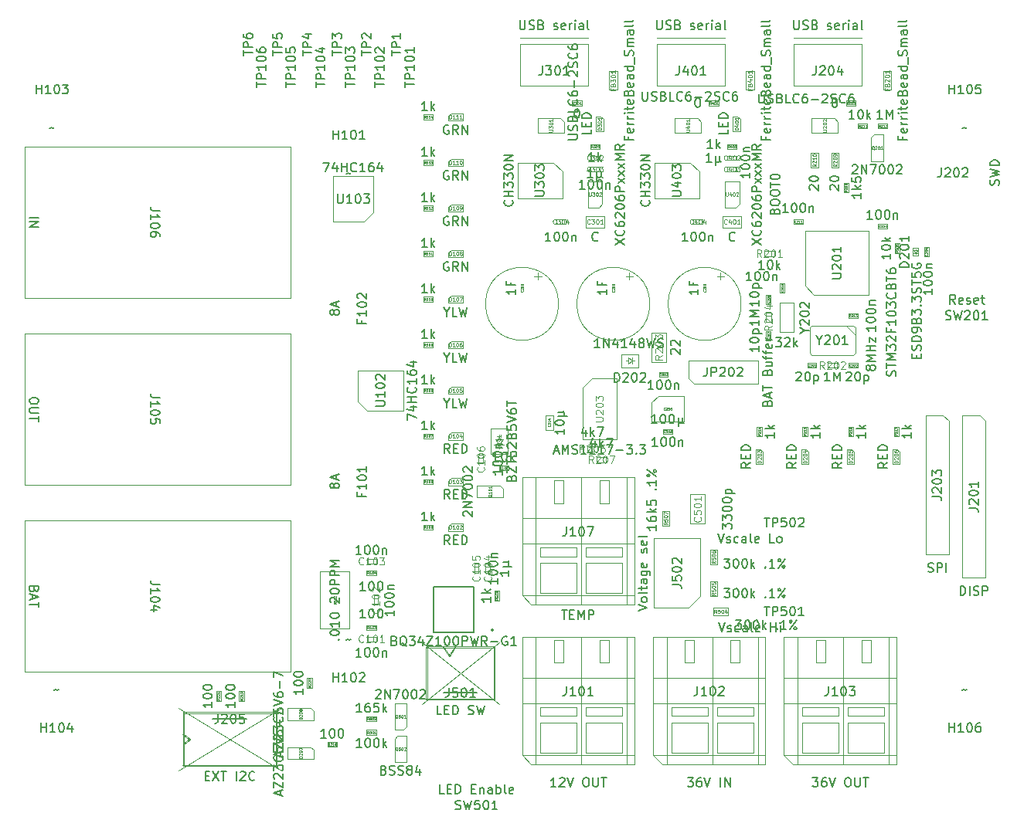
<source format=gbr>
%TF.GenerationSoftware,KiCad,Pcbnew,9.0.1+1*%
%TF.CreationDate,2025-05-15T19:51:07+00:00*%
%TF.ProjectId,akkupack-ng,616b6b75-7061-4636-9b2d-6e672e6b6963,rev?*%
%TF.SameCoordinates,Original*%
%TF.FileFunction,AssemblyDrawing,Top*%
%FSLAX46Y46*%
G04 Gerber Fmt 4.6, Leading zero omitted, Abs format (unit mm)*
G04 Created by KiCad (PCBNEW 9.0.1+1) date 2025-05-15 19:51:07*
%MOMM*%
%LPD*%
G01*
G04 APERTURE LIST*
%ADD10C,0.150000*%
%ADD11C,0.120000*%
%ADD12C,0.040000*%
%ADD13C,0.080000*%
%ADD14C,0.060000*%
%ADD15C,0.050000*%
%ADD16C,0.127000*%
%ADD17C,0.200000*%
%ADD18C,0.100000*%
%ADD19C,0.025400*%
G04 APERTURE END LIST*
D10*
X92523809Y-110431009D02*
X92666666Y-110478628D01*
X92666666Y-110478628D02*
X92714285Y-110526247D01*
X92714285Y-110526247D02*
X92761904Y-110621485D01*
X92761904Y-110621485D02*
X92761904Y-110764342D01*
X92761904Y-110764342D02*
X92714285Y-110859580D01*
X92714285Y-110859580D02*
X92666666Y-110907200D01*
X92666666Y-110907200D02*
X92571428Y-110954819D01*
X92571428Y-110954819D02*
X92190476Y-110954819D01*
X92190476Y-110954819D02*
X92190476Y-109954819D01*
X92190476Y-109954819D02*
X92523809Y-109954819D01*
X92523809Y-109954819D02*
X92619047Y-110002438D01*
X92619047Y-110002438D02*
X92666666Y-110050057D01*
X92666666Y-110050057D02*
X92714285Y-110145295D01*
X92714285Y-110145295D02*
X92714285Y-110240533D01*
X92714285Y-110240533D02*
X92666666Y-110335771D01*
X92666666Y-110335771D02*
X92619047Y-110383390D01*
X92619047Y-110383390D02*
X92523809Y-110431009D01*
X92523809Y-110431009D02*
X92190476Y-110431009D01*
X93857142Y-111050057D02*
X93761904Y-111002438D01*
X93761904Y-111002438D02*
X93666666Y-110907200D01*
X93666666Y-110907200D02*
X93523809Y-110764342D01*
X93523809Y-110764342D02*
X93428571Y-110716723D01*
X93428571Y-110716723D02*
X93333333Y-110716723D01*
X93380952Y-110954819D02*
X93285714Y-110907200D01*
X93285714Y-110907200D02*
X93190476Y-110811961D01*
X93190476Y-110811961D02*
X93142857Y-110621485D01*
X93142857Y-110621485D02*
X93142857Y-110288152D01*
X93142857Y-110288152D02*
X93190476Y-110097676D01*
X93190476Y-110097676D02*
X93285714Y-110002438D01*
X93285714Y-110002438D02*
X93380952Y-109954819D01*
X93380952Y-109954819D02*
X93571428Y-109954819D01*
X93571428Y-109954819D02*
X93666666Y-110002438D01*
X93666666Y-110002438D02*
X93761904Y-110097676D01*
X93761904Y-110097676D02*
X93809523Y-110288152D01*
X93809523Y-110288152D02*
X93809523Y-110621485D01*
X93809523Y-110621485D02*
X93761904Y-110811961D01*
X93761904Y-110811961D02*
X93666666Y-110907200D01*
X93666666Y-110907200D02*
X93571428Y-110954819D01*
X93571428Y-110954819D02*
X93380952Y-110954819D01*
X94142857Y-109954819D02*
X94761904Y-109954819D01*
X94761904Y-109954819D02*
X94428571Y-110335771D01*
X94428571Y-110335771D02*
X94571428Y-110335771D01*
X94571428Y-110335771D02*
X94666666Y-110383390D01*
X94666666Y-110383390D02*
X94714285Y-110431009D01*
X94714285Y-110431009D02*
X94761904Y-110526247D01*
X94761904Y-110526247D02*
X94761904Y-110764342D01*
X94761904Y-110764342D02*
X94714285Y-110859580D01*
X94714285Y-110859580D02*
X94666666Y-110907200D01*
X94666666Y-110907200D02*
X94571428Y-110954819D01*
X94571428Y-110954819D02*
X94285714Y-110954819D01*
X94285714Y-110954819D02*
X94190476Y-110907200D01*
X94190476Y-110907200D02*
X94142857Y-110859580D01*
X95619047Y-110288152D02*
X95619047Y-110954819D01*
X95380952Y-109907200D02*
X95142857Y-110621485D01*
X95142857Y-110621485D02*
X95761904Y-110621485D01*
X96047619Y-109954819D02*
X96714285Y-109954819D01*
X96714285Y-109954819D02*
X96047619Y-110954819D01*
X96047619Y-110954819D02*
X96714285Y-110954819D01*
X97619047Y-110954819D02*
X97047619Y-110954819D01*
X97333333Y-110954819D02*
X97333333Y-109954819D01*
X97333333Y-109954819D02*
X97238095Y-110097676D01*
X97238095Y-110097676D02*
X97142857Y-110192914D01*
X97142857Y-110192914D02*
X97047619Y-110240533D01*
X98238095Y-109954819D02*
X98333333Y-109954819D01*
X98333333Y-109954819D02*
X98428571Y-110002438D01*
X98428571Y-110002438D02*
X98476190Y-110050057D01*
X98476190Y-110050057D02*
X98523809Y-110145295D01*
X98523809Y-110145295D02*
X98571428Y-110335771D01*
X98571428Y-110335771D02*
X98571428Y-110573866D01*
X98571428Y-110573866D02*
X98523809Y-110764342D01*
X98523809Y-110764342D02*
X98476190Y-110859580D01*
X98476190Y-110859580D02*
X98428571Y-110907200D01*
X98428571Y-110907200D02*
X98333333Y-110954819D01*
X98333333Y-110954819D02*
X98238095Y-110954819D01*
X98238095Y-110954819D02*
X98142857Y-110907200D01*
X98142857Y-110907200D02*
X98095238Y-110859580D01*
X98095238Y-110859580D02*
X98047619Y-110764342D01*
X98047619Y-110764342D02*
X98000000Y-110573866D01*
X98000000Y-110573866D02*
X98000000Y-110335771D01*
X98000000Y-110335771D02*
X98047619Y-110145295D01*
X98047619Y-110145295D02*
X98095238Y-110050057D01*
X98095238Y-110050057D02*
X98142857Y-110002438D01*
X98142857Y-110002438D02*
X98238095Y-109954819D01*
X99190476Y-109954819D02*
X99285714Y-109954819D01*
X99285714Y-109954819D02*
X99380952Y-110002438D01*
X99380952Y-110002438D02*
X99428571Y-110050057D01*
X99428571Y-110050057D02*
X99476190Y-110145295D01*
X99476190Y-110145295D02*
X99523809Y-110335771D01*
X99523809Y-110335771D02*
X99523809Y-110573866D01*
X99523809Y-110573866D02*
X99476190Y-110764342D01*
X99476190Y-110764342D02*
X99428571Y-110859580D01*
X99428571Y-110859580D02*
X99380952Y-110907200D01*
X99380952Y-110907200D02*
X99285714Y-110954819D01*
X99285714Y-110954819D02*
X99190476Y-110954819D01*
X99190476Y-110954819D02*
X99095238Y-110907200D01*
X99095238Y-110907200D02*
X99047619Y-110859580D01*
X99047619Y-110859580D02*
X99000000Y-110764342D01*
X99000000Y-110764342D02*
X98952381Y-110573866D01*
X98952381Y-110573866D02*
X98952381Y-110335771D01*
X98952381Y-110335771D02*
X99000000Y-110145295D01*
X99000000Y-110145295D02*
X99047619Y-110050057D01*
X99047619Y-110050057D02*
X99095238Y-110002438D01*
X99095238Y-110002438D02*
X99190476Y-109954819D01*
X99952381Y-110954819D02*
X99952381Y-109954819D01*
X99952381Y-109954819D02*
X100333333Y-109954819D01*
X100333333Y-109954819D02*
X100428571Y-110002438D01*
X100428571Y-110002438D02*
X100476190Y-110050057D01*
X100476190Y-110050057D02*
X100523809Y-110145295D01*
X100523809Y-110145295D02*
X100523809Y-110288152D01*
X100523809Y-110288152D02*
X100476190Y-110383390D01*
X100476190Y-110383390D02*
X100428571Y-110431009D01*
X100428571Y-110431009D02*
X100333333Y-110478628D01*
X100333333Y-110478628D02*
X99952381Y-110478628D01*
X100857143Y-109954819D02*
X101095238Y-110954819D01*
X101095238Y-110954819D02*
X101285714Y-110240533D01*
X101285714Y-110240533D02*
X101476190Y-110954819D01*
X101476190Y-110954819D02*
X101714286Y-109954819D01*
X102666666Y-110954819D02*
X102333333Y-110478628D01*
X102095238Y-110954819D02*
X102095238Y-109954819D01*
X102095238Y-109954819D02*
X102476190Y-109954819D01*
X102476190Y-109954819D02*
X102571428Y-110002438D01*
X102571428Y-110002438D02*
X102619047Y-110050057D01*
X102619047Y-110050057D02*
X102666666Y-110145295D01*
X102666666Y-110145295D02*
X102666666Y-110288152D01*
X102666666Y-110288152D02*
X102619047Y-110383390D01*
X102619047Y-110383390D02*
X102571428Y-110431009D01*
X102571428Y-110431009D02*
X102476190Y-110478628D01*
X102476190Y-110478628D02*
X102095238Y-110478628D01*
X103095238Y-110573866D02*
X103857143Y-110573866D01*
X104857142Y-110002438D02*
X104761904Y-109954819D01*
X104761904Y-109954819D02*
X104619047Y-109954819D01*
X104619047Y-109954819D02*
X104476190Y-110002438D01*
X104476190Y-110002438D02*
X104380952Y-110097676D01*
X104380952Y-110097676D02*
X104333333Y-110192914D01*
X104333333Y-110192914D02*
X104285714Y-110383390D01*
X104285714Y-110383390D02*
X104285714Y-110526247D01*
X104285714Y-110526247D02*
X104333333Y-110716723D01*
X104333333Y-110716723D02*
X104380952Y-110811961D01*
X104380952Y-110811961D02*
X104476190Y-110907200D01*
X104476190Y-110907200D02*
X104619047Y-110954819D01*
X104619047Y-110954819D02*
X104714285Y-110954819D01*
X104714285Y-110954819D02*
X104857142Y-110907200D01*
X104857142Y-110907200D02*
X104904761Y-110859580D01*
X104904761Y-110859580D02*
X104904761Y-110526247D01*
X104904761Y-110526247D02*
X104714285Y-110526247D01*
X105857142Y-110954819D02*
X105285714Y-110954819D01*
X105571428Y-110954819D02*
X105571428Y-109954819D01*
X105571428Y-109954819D02*
X105476190Y-110097676D01*
X105476190Y-110097676D02*
X105380952Y-110192914D01*
X105380952Y-110192914D02*
X105285714Y-110240533D01*
X140214285Y-81954819D02*
X139642857Y-81954819D01*
X139928571Y-81954819D02*
X139928571Y-80954819D01*
X139928571Y-80954819D02*
X139833333Y-81097676D01*
X139833333Y-81097676D02*
X139738095Y-81192914D01*
X139738095Y-81192914D02*
X139642857Y-81240533D01*
X140642857Y-81954819D02*
X140642857Y-80954819D01*
X140642857Y-80954819D02*
X140976190Y-81669104D01*
X140976190Y-81669104D02*
X141309523Y-80954819D01*
X141309523Y-80954819D02*
X141309523Y-81954819D01*
D11*
X139604762Y-80613855D02*
X139338095Y-80232902D01*
X139147619Y-80613855D02*
X139147619Y-79813855D01*
X139147619Y-79813855D02*
X139452381Y-79813855D01*
X139452381Y-79813855D02*
X139528571Y-79851950D01*
X139528571Y-79851950D02*
X139566666Y-79890045D01*
X139566666Y-79890045D02*
X139604762Y-79966236D01*
X139604762Y-79966236D02*
X139604762Y-80080521D01*
X139604762Y-80080521D02*
X139566666Y-80156712D01*
X139566666Y-80156712D02*
X139528571Y-80194807D01*
X139528571Y-80194807D02*
X139452381Y-80232902D01*
X139452381Y-80232902D02*
X139147619Y-80232902D01*
X139909523Y-79890045D02*
X139947619Y-79851950D01*
X139947619Y-79851950D02*
X140023809Y-79813855D01*
X140023809Y-79813855D02*
X140214285Y-79813855D01*
X140214285Y-79813855D02*
X140290476Y-79851950D01*
X140290476Y-79851950D02*
X140328571Y-79890045D01*
X140328571Y-79890045D02*
X140366666Y-79966236D01*
X140366666Y-79966236D02*
X140366666Y-80042426D01*
X140366666Y-80042426D02*
X140328571Y-80156712D01*
X140328571Y-80156712D02*
X139871428Y-80613855D01*
X139871428Y-80613855D02*
X140366666Y-80613855D01*
X140861905Y-79813855D02*
X140938095Y-79813855D01*
X140938095Y-79813855D02*
X141014286Y-79851950D01*
X141014286Y-79851950D02*
X141052381Y-79890045D01*
X141052381Y-79890045D02*
X141090476Y-79966236D01*
X141090476Y-79966236D02*
X141128571Y-80118617D01*
X141128571Y-80118617D02*
X141128571Y-80309093D01*
X141128571Y-80309093D02*
X141090476Y-80461474D01*
X141090476Y-80461474D02*
X141052381Y-80537664D01*
X141052381Y-80537664D02*
X141014286Y-80575760D01*
X141014286Y-80575760D02*
X140938095Y-80613855D01*
X140938095Y-80613855D02*
X140861905Y-80613855D01*
X140861905Y-80613855D02*
X140785714Y-80575760D01*
X140785714Y-80575760D02*
X140747619Y-80537664D01*
X140747619Y-80537664D02*
X140709524Y-80461474D01*
X140709524Y-80461474D02*
X140671428Y-80309093D01*
X140671428Y-80309093D02*
X140671428Y-80118617D01*
X140671428Y-80118617D02*
X140709524Y-79966236D01*
X140709524Y-79966236D02*
X140747619Y-79890045D01*
X140747619Y-79890045D02*
X140785714Y-79851950D01*
X140785714Y-79851950D02*
X140861905Y-79813855D01*
X141433333Y-79890045D02*
X141471429Y-79851950D01*
X141471429Y-79851950D02*
X141547619Y-79813855D01*
X141547619Y-79813855D02*
X141738095Y-79813855D01*
X141738095Y-79813855D02*
X141814286Y-79851950D01*
X141814286Y-79851950D02*
X141852381Y-79890045D01*
X141852381Y-79890045D02*
X141890476Y-79966236D01*
X141890476Y-79966236D02*
X141890476Y-80042426D01*
X141890476Y-80042426D02*
X141852381Y-80156712D01*
X141852381Y-80156712D02*
X141395238Y-80613855D01*
X141395238Y-80613855D02*
X141890476Y-80613855D01*
D10*
X104304819Y-91639047D02*
X104304819Y-92210475D01*
X104304819Y-91924761D02*
X103304819Y-91924761D01*
X103304819Y-91924761D02*
X103447676Y-92019999D01*
X103447676Y-92019999D02*
X103542914Y-92115237D01*
X103542914Y-92115237D02*
X103590533Y-92210475D01*
X103304819Y-91019999D02*
X103304819Y-90924761D01*
X103304819Y-90924761D02*
X103352438Y-90829523D01*
X103352438Y-90829523D02*
X103400057Y-90781904D01*
X103400057Y-90781904D02*
X103495295Y-90734285D01*
X103495295Y-90734285D02*
X103685771Y-90686666D01*
X103685771Y-90686666D02*
X103923866Y-90686666D01*
X103923866Y-90686666D02*
X104114342Y-90734285D01*
X104114342Y-90734285D02*
X104209580Y-90781904D01*
X104209580Y-90781904D02*
X104257200Y-90829523D01*
X104257200Y-90829523D02*
X104304819Y-90924761D01*
X104304819Y-90924761D02*
X104304819Y-91019999D01*
X104304819Y-91019999D02*
X104257200Y-91115237D01*
X104257200Y-91115237D02*
X104209580Y-91162856D01*
X104209580Y-91162856D02*
X104114342Y-91210475D01*
X104114342Y-91210475D02*
X103923866Y-91258094D01*
X103923866Y-91258094D02*
X103685771Y-91258094D01*
X103685771Y-91258094D02*
X103495295Y-91210475D01*
X103495295Y-91210475D02*
X103400057Y-91162856D01*
X103400057Y-91162856D02*
X103352438Y-91115237D01*
X103352438Y-91115237D02*
X103304819Y-91019999D01*
X103304819Y-90067618D02*
X103304819Y-89972380D01*
X103304819Y-89972380D02*
X103352438Y-89877142D01*
X103352438Y-89877142D02*
X103400057Y-89829523D01*
X103400057Y-89829523D02*
X103495295Y-89781904D01*
X103495295Y-89781904D02*
X103685771Y-89734285D01*
X103685771Y-89734285D02*
X103923866Y-89734285D01*
X103923866Y-89734285D02*
X104114342Y-89781904D01*
X104114342Y-89781904D02*
X104209580Y-89829523D01*
X104209580Y-89829523D02*
X104257200Y-89877142D01*
X104257200Y-89877142D02*
X104304819Y-89972380D01*
X104304819Y-89972380D02*
X104304819Y-90067618D01*
X104304819Y-90067618D02*
X104257200Y-90162856D01*
X104257200Y-90162856D02*
X104209580Y-90210475D01*
X104209580Y-90210475D02*
X104114342Y-90258094D01*
X104114342Y-90258094D02*
X103923866Y-90305713D01*
X103923866Y-90305713D02*
X103685771Y-90305713D01*
X103685771Y-90305713D02*
X103495295Y-90258094D01*
X103495295Y-90258094D02*
X103400057Y-90210475D01*
X103400057Y-90210475D02*
X103352438Y-90162856D01*
X103352438Y-90162856D02*
X103304819Y-90067618D01*
X103638152Y-89305713D02*
X104304819Y-89305713D01*
X103733390Y-89305713D02*
X103685771Y-89258094D01*
X103685771Y-89258094D02*
X103638152Y-89162856D01*
X103638152Y-89162856D02*
X103638152Y-89019999D01*
X103638152Y-89019999D02*
X103685771Y-88924761D01*
X103685771Y-88924761D02*
X103781009Y-88877142D01*
X103781009Y-88877142D02*
X104304819Y-88877142D01*
D11*
X102287664Y-91415237D02*
X102325760Y-91453333D01*
X102325760Y-91453333D02*
X102363855Y-91567618D01*
X102363855Y-91567618D02*
X102363855Y-91643809D01*
X102363855Y-91643809D02*
X102325760Y-91758095D01*
X102325760Y-91758095D02*
X102249569Y-91834285D01*
X102249569Y-91834285D02*
X102173379Y-91872380D01*
X102173379Y-91872380D02*
X102020998Y-91910476D01*
X102020998Y-91910476D02*
X101906712Y-91910476D01*
X101906712Y-91910476D02*
X101754331Y-91872380D01*
X101754331Y-91872380D02*
X101678140Y-91834285D01*
X101678140Y-91834285D02*
X101601950Y-91758095D01*
X101601950Y-91758095D02*
X101563855Y-91643809D01*
X101563855Y-91643809D02*
X101563855Y-91567618D01*
X101563855Y-91567618D02*
X101601950Y-91453333D01*
X101601950Y-91453333D02*
X101640045Y-91415237D01*
X102363855Y-90653333D02*
X102363855Y-91110476D01*
X102363855Y-90881904D02*
X101563855Y-90881904D01*
X101563855Y-90881904D02*
X101678140Y-90958095D01*
X101678140Y-90958095D02*
X101754331Y-91034285D01*
X101754331Y-91034285D02*
X101792426Y-91110476D01*
X101563855Y-90158094D02*
X101563855Y-90081904D01*
X101563855Y-90081904D02*
X101601950Y-90005713D01*
X101601950Y-90005713D02*
X101640045Y-89967618D01*
X101640045Y-89967618D02*
X101716236Y-89929523D01*
X101716236Y-89929523D02*
X101868617Y-89891428D01*
X101868617Y-89891428D02*
X102059093Y-89891428D01*
X102059093Y-89891428D02*
X102211474Y-89929523D01*
X102211474Y-89929523D02*
X102287664Y-89967618D01*
X102287664Y-89967618D02*
X102325760Y-90005713D01*
X102325760Y-90005713D02*
X102363855Y-90081904D01*
X102363855Y-90081904D02*
X102363855Y-90158094D01*
X102363855Y-90158094D02*
X102325760Y-90234285D01*
X102325760Y-90234285D02*
X102287664Y-90272380D01*
X102287664Y-90272380D02*
X102211474Y-90310475D01*
X102211474Y-90310475D02*
X102059093Y-90348571D01*
X102059093Y-90348571D02*
X101868617Y-90348571D01*
X101868617Y-90348571D02*
X101716236Y-90310475D01*
X101716236Y-90310475D02*
X101640045Y-90272380D01*
X101640045Y-90272380D02*
X101601950Y-90234285D01*
X101601950Y-90234285D02*
X101563855Y-90158094D01*
X101563855Y-89205713D02*
X101563855Y-89358094D01*
X101563855Y-89358094D02*
X101601950Y-89434285D01*
X101601950Y-89434285D02*
X101640045Y-89472380D01*
X101640045Y-89472380D02*
X101754331Y-89548570D01*
X101754331Y-89548570D02*
X101906712Y-89586666D01*
X101906712Y-89586666D02*
X102211474Y-89586666D01*
X102211474Y-89586666D02*
X102287664Y-89548570D01*
X102287664Y-89548570D02*
X102325760Y-89510475D01*
X102325760Y-89510475D02*
X102363855Y-89434285D01*
X102363855Y-89434285D02*
X102363855Y-89281904D01*
X102363855Y-89281904D02*
X102325760Y-89205713D01*
X102325760Y-89205713D02*
X102287664Y-89167618D01*
X102287664Y-89167618D02*
X102211474Y-89129523D01*
X102211474Y-89129523D02*
X102020998Y-89129523D01*
X102020998Y-89129523D02*
X101944807Y-89167618D01*
X101944807Y-89167618D02*
X101906712Y-89205713D01*
X101906712Y-89205713D02*
X101868617Y-89281904D01*
X101868617Y-89281904D02*
X101868617Y-89434285D01*
X101868617Y-89434285D02*
X101906712Y-89510475D01*
X101906712Y-89510475D02*
X101944807Y-89548570D01*
X101944807Y-89548570D02*
X102020998Y-89586666D01*
D10*
X158707200Y-60463142D02*
X158754819Y-60320285D01*
X158754819Y-60320285D02*
X158754819Y-60082190D01*
X158754819Y-60082190D02*
X158707200Y-59986952D01*
X158707200Y-59986952D02*
X158659580Y-59939333D01*
X158659580Y-59939333D02*
X158564342Y-59891714D01*
X158564342Y-59891714D02*
X158469104Y-59891714D01*
X158469104Y-59891714D02*
X158373866Y-59939333D01*
X158373866Y-59939333D02*
X158326247Y-59986952D01*
X158326247Y-59986952D02*
X158278628Y-60082190D01*
X158278628Y-60082190D02*
X158231009Y-60272666D01*
X158231009Y-60272666D02*
X158183390Y-60367904D01*
X158183390Y-60367904D02*
X158135771Y-60415523D01*
X158135771Y-60415523D02*
X158040533Y-60463142D01*
X158040533Y-60463142D02*
X157945295Y-60463142D01*
X157945295Y-60463142D02*
X157850057Y-60415523D01*
X157850057Y-60415523D02*
X157802438Y-60367904D01*
X157802438Y-60367904D02*
X157754819Y-60272666D01*
X157754819Y-60272666D02*
X157754819Y-60034571D01*
X157754819Y-60034571D02*
X157802438Y-59891714D01*
X157754819Y-59558380D02*
X158754819Y-59320285D01*
X158754819Y-59320285D02*
X158040533Y-59129809D01*
X158040533Y-59129809D02*
X158754819Y-58939333D01*
X158754819Y-58939333D02*
X157754819Y-58701238D01*
X158754819Y-58320285D02*
X157754819Y-58320285D01*
X157754819Y-58320285D02*
X157754819Y-58082190D01*
X157754819Y-58082190D02*
X157802438Y-57939333D01*
X157802438Y-57939333D02*
X157897676Y-57844095D01*
X157897676Y-57844095D02*
X157992914Y-57796476D01*
X157992914Y-57796476D02*
X158183390Y-57748857D01*
X158183390Y-57748857D02*
X158326247Y-57748857D01*
X158326247Y-57748857D02*
X158516723Y-57796476D01*
X158516723Y-57796476D02*
X158611961Y-57844095D01*
X158611961Y-57844095D02*
X158707200Y-57939333D01*
X158707200Y-57939333D02*
X158754819Y-58082190D01*
X158754819Y-58082190D02*
X158754819Y-58320285D01*
X152424285Y-58594819D02*
X152424285Y-59309104D01*
X152424285Y-59309104D02*
X152376666Y-59451961D01*
X152376666Y-59451961D02*
X152281428Y-59547200D01*
X152281428Y-59547200D02*
X152138571Y-59594819D01*
X152138571Y-59594819D02*
X152043333Y-59594819D01*
X152852857Y-58690057D02*
X152900476Y-58642438D01*
X152900476Y-58642438D02*
X152995714Y-58594819D01*
X152995714Y-58594819D02*
X153233809Y-58594819D01*
X153233809Y-58594819D02*
X153329047Y-58642438D01*
X153329047Y-58642438D02*
X153376666Y-58690057D01*
X153376666Y-58690057D02*
X153424285Y-58785295D01*
X153424285Y-58785295D02*
X153424285Y-58880533D01*
X153424285Y-58880533D02*
X153376666Y-59023390D01*
X153376666Y-59023390D02*
X152805238Y-59594819D01*
X152805238Y-59594819D02*
X153424285Y-59594819D01*
X154043333Y-58594819D02*
X154138571Y-58594819D01*
X154138571Y-58594819D02*
X154233809Y-58642438D01*
X154233809Y-58642438D02*
X154281428Y-58690057D01*
X154281428Y-58690057D02*
X154329047Y-58785295D01*
X154329047Y-58785295D02*
X154376666Y-58975771D01*
X154376666Y-58975771D02*
X154376666Y-59213866D01*
X154376666Y-59213866D02*
X154329047Y-59404342D01*
X154329047Y-59404342D02*
X154281428Y-59499580D01*
X154281428Y-59499580D02*
X154233809Y-59547200D01*
X154233809Y-59547200D02*
X154138571Y-59594819D01*
X154138571Y-59594819D02*
X154043333Y-59594819D01*
X154043333Y-59594819D02*
X153948095Y-59547200D01*
X153948095Y-59547200D02*
X153900476Y-59499580D01*
X153900476Y-59499580D02*
X153852857Y-59404342D01*
X153852857Y-59404342D02*
X153805238Y-59213866D01*
X153805238Y-59213866D02*
X153805238Y-58975771D01*
X153805238Y-58975771D02*
X153852857Y-58785295D01*
X153852857Y-58785295D02*
X153900476Y-58690057D01*
X153900476Y-58690057D02*
X153948095Y-58642438D01*
X153948095Y-58642438D02*
X154043333Y-58594819D01*
X154757619Y-58690057D02*
X154805238Y-58642438D01*
X154805238Y-58642438D02*
X154900476Y-58594819D01*
X154900476Y-58594819D02*
X155138571Y-58594819D01*
X155138571Y-58594819D02*
X155233809Y-58642438D01*
X155233809Y-58642438D02*
X155281428Y-58690057D01*
X155281428Y-58690057D02*
X155329047Y-58785295D01*
X155329047Y-58785295D02*
X155329047Y-58880533D01*
X155329047Y-58880533D02*
X155281428Y-59023390D01*
X155281428Y-59023390D02*
X154710000Y-59594819D01*
X154710000Y-59594819D02*
X155329047Y-59594819D01*
X96093452Y-57284819D02*
X95522024Y-57284819D01*
X95807738Y-57284819D02*
X95807738Y-56284819D01*
X95807738Y-56284819D02*
X95712500Y-56427676D01*
X95712500Y-56427676D02*
X95617262Y-56522914D01*
X95617262Y-56522914D02*
X95522024Y-56570533D01*
X96522024Y-57284819D02*
X96522024Y-56284819D01*
X96617262Y-56903866D02*
X96902976Y-57284819D01*
X96902976Y-56618152D02*
X96522024Y-56999104D01*
D12*
X95921548Y-58118200D02*
X95834881Y-57994391D01*
X95772976Y-58118200D02*
X95772976Y-57858200D01*
X95772976Y-57858200D02*
X95872024Y-57858200D01*
X95872024Y-57858200D02*
X95896786Y-57870581D01*
X95896786Y-57870581D02*
X95909167Y-57882962D01*
X95909167Y-57882962D02*
X95921548Y-57907724D01*
X95921548Y-57907724D02*
X95921548Y-57944867D01*
X95921548Y-57944867D02*
X95909167Y-57969629D01*
X95909167Y-57969629D02*
X95896786Y-57982010D01*
X95896786Y-57982010D02*
X95872024Y-57994391D01*
X95872024Y-57994391D02*
X95772976Y-57994391D01*
X96169167Y-58118200D02*
X96020595Y-58118200D01*
X96094881Y-58118200D02*
X96094881Y-57858200D01*
X96094881Y-57858200D02*
X96070119Y-57895343D01*
X96070119Y-57895343D02*
X96045357Y-57920105D01*
X96045357Y-57920105D02*
X96020595Y-57932486D01*
X96416786Y-58118200D02*
X96268214Y-58118200D01*
X96342500Y-58118200D02*
X96342500Y-57858200D01*
X96342500Y-57858200D02*
X96317738Y-57895343D01*
X96317738Y-57895343D02*
X96292976Y-57920105D01*
X96292976Y-57920105D02*
X96268214Y-57932486D01*
X96503452Y-57858200D02*
X96664405Y-57858200D01*
X96664405Y-57858200D02*
X96577738Y-57957248D01*
X96577738Y-57957248D02*
X96614881Y-57957248D01*
X96614881Y-57957248D02*
X96639643Y-57969629D01*
X96639643Y-57969629D02*
X96652024Y-57982010D01*
X96652024Y-57982010D02*
X96664405Y-58006772D01*
X96664405Y-58006772D02*
X96664405Y-58068677D01*
X96664405Y-58068677D02*
X96652024Y-58093439D01*
X96652024Y-58093439D02*
X96639643Y-58105820D01*
X96639643Y-58105820D02*
X96614881Y-58118200D01*
X96614881Y-58118200D02*
X96540595Y-58118200D01*
X96540595Y-58118200D02*
X96515833Y-58105820D01*
X96515833Y-58105820D02*
X96503452Y-58093439D01*
D10*
X72534819Y-117166666D02*
X72534819Y-117738094D01*
X72534819Y-117452380D02*
X71534819Y-117452380D01*
X71534819Y-117452380D02*
X71677676Y-117547618D01*
X71677676Y-117547618D02*
X71772914Y-117642856D01*
X71772914Y-117642856D02*
X71820533Y-117738094D01*
X71534819Y-116547618D02*
X71534819Y-116452380D01*
X71534819Y-116452380D02*
X71582438Y-116357142D01*
X71582438Y-116357142D02*
X71630057Y-116309523D01*
X71630057Y-116309523D02*
X71725295Y-116261904D01*
X71725295Y-116261904D02*
X71915771Y-116214285D01*
X71915771Y-116214285D02*
X72153866Y-116214285D01*
X72153866Y-116214285D02*
X72344342Y-116261904D01*
X72344342Y-116261904D02*
X72439580Y-116309523D01*
X72439580Y-116309523D02*
X72487200Y-116357142D01*
X72487200Y-116357142D02*
X72534819Y-116452380D01*
X72534819Y-116452380D02*
X72534819Y-116547618D01*
X72534819Y-116547618D02*
X72487200Y-116642856D01*
X72487200Y-116642856D02*
X72439580Y-116690475D01*
X72439580Y-116690475D02*
X72344342Y-116738094D01*
X72344342Y-116738094D02*
X72153866Y-116785713D01*
X72153866Y-116785713D02*
X71915771Y-116785713D01*
X71915771Y-116785713D02*
X71725295Y-116738094D01*
X71725295Y-116738094D02*
X71630057Y-116690475D01*
X71630057Y-116690475D02*
X71582438Y-116642856D01*
X71582438Y-116642856D02*
X71534819Y-116547618D01*
X71534819Y-115595237D02*
X71534819Y-115499999D01*
X71534819Y-115499999D02*
X71582438Y-115404761D01*
X71582438Y-115404761D02*
X71630057Y-115357142D01*
X71630057Y-115357142D02*
X71725295Y-115309523D01*
X71725295Y-115309523D02*
X71915771Y-115261904D01*
X71915771Y-115261904D02*
X72153866Y-115261904D01*
X72153866Y-115261904D02*
X72344342Y-115309523D01*
X72344342Y-115309523D02*
X72439580Y-115357142D01*
X72439580Y-115357142D02*
X72487200Y-115404761D01*
X72487200Y-115404761D02*
X72534819Y-115499999D01*
X72534819Y-115499999D02*
X72534819Y-115595237D01*
X72534819Y-115595237D02*
X72487200Y-115690475D01*
X72487200Y-115690475D02*
X72439580Y-115738094D01*
X72439580Y-115738094D02*
X72344342Y-115785713D01*
X72344342Y-115785713D02*
X72153866Y-115833332D01*
X72153866Y-115833332D02*
X71915771Y-115833332D01*
X71915771Y-115833332D02*
X71725295Y-115785713D01*
X71725295Y-115785713D02*
X71630057Y-115738094D01*
X71630057Y-115738094D02*
X71582438Y-115690475D01*
X71582438Y-115690475D02*
X71534819Y-115595237D01*
D12*
X73368200Y-116790951D02*
X73244391Y-116877618D01*
X73368200Y-116939523D02*
X73108200Y-116939523D01*
X73108200Y-116939523D02*
X73108200Y-116840475D01*
X73108200Y-116840475D02*
X73120581Y-116815713D01*
X73120581Y-116815713D02*
X73132962Y-116803332D01*
X73132962Y-116803332D02*
X73157724Y-116790951D01*
X73157724Y-116790951D02*
X73194867Y-116790951D01*
X73194867Y-116790951D02*
X73219629Y-116803332D01*
X73219629Y-116803332D02*
X73232010Y-116815713D01*
X73232010Y-116815713D02*
X73244391Y-116840475D01*
X73244391Y-116840475D02*
X73244391Y-116939523D01*
X73132962Y-116691904D02*
X73120581Y-116679523D01*
X73120581Y-116679523D02*
X73108200Y-116654761D01*
X73108200Y-116654761D02*
X73108200Y-116592856D01*
X73108200Y-116592856D02*
X73120581Y-116568094D01*
X73120581Y-116568094D02*
X73132962Y-116555713D01*
X73132962Y-116555713D02*
X73157724Y-116543332D01*
X73157724Y-116543332D02*
X73182486Y-116543332D01*
X73182486Y-116543332D02*
X73219629Y-116555713D01*
X73219629Y-116555713D02*
X73368200Y-116704285D01*
X73368200Y-116704285D02*
X73368200Y-116543332D01*
X73132962Y-116444285D02*
X73120581Y-116431904D01*
X73120581Y-116431904D02*
X73108200Y-116407142D01*
X73108200Y-116407142D02*
X73108200Y-116345237D01*
X73108200Y-116345237D02*
X73120581Y-116320475D01*
X73120581Y-116320475D02*
X73132962Y-116308094D01*
X73132962Y-116308094D02*
X73157724Y-116295713D01*
X73157724Y-116295713D02*
X73182486Y-116295713D01*
X73182486Y-116295713D02*
X73219629Y-116308094D01*
X73219629Y-116308094D02*
X73368200Y-116456666D01*
X73368200Y-116456666D02*
X73368200Y-116295713D01*
X73368200Y-116048094D02*
X73368200Y-116196666D01*
X73368200Y-116122380D02*
X73108200Y-116122380D01*
X73108200Y-116122380D02*
X73145343Y-116147142D01*
X73145343Y-116147142D02*
X73170105Y-116171904D01*
X73170105Y-116171904D02*
X73182486Y-116196666D01*
D10*
X96093452Y-97284819D02*
X95522024Y-97284819D01*
X95807738Y-97284819D02*
X95807738Y-96284819D01*
X95807738Y-96284819D02*
X95712500Y-96427676D01*
X95712500Y-96427676D02*
X95617262Y-96522914D01*
X95617262Y-96522914D02*
X95522024Y-96570533D01*
X96522024Y-97284819D02*
X96522024Y-96284819D01*
X96617262Y-96903866D02*
X96902976Y-97284819D01*
X96902976Y-96618152D02*
X96522024Y-96999104D01*
D12*
X95921548Y-98118200D02*
X95834881Y-97994391D01*
X95772976Y-98118200D02*
X95772976Y-97858200D01*
X95772976Y-97858200D02*
X95872024Y-97858200D01*
X95872024Y-97858200D02*
X95896786Y-97870581D01*
X95896786Y-97870581D02*
X95909167Y-97882962D01*
X95909167Y-97882962D02*
X95921548Y-97907724D01*
X95921548Y-97907724D02*
X95921548Y-97944867D01*
X95921548Y-97944867D02*
X95909167Y-97969629D01*
X95909167Y-97969629D02*
X95896786Y-97982010D01*
X95896786Y-97982010D02*
X95872024Y-97994391D01*
X95872024Y-97994391D02*
X95772976Y-97994391D01*
X96169167Y-98118200D02*
X96020595Y-98118200D01*
X96094881Y-98118200D02*
X96094881Y-97858200D01*
X96094881Y-97858200D02*
X96070119Y-97895343D01*
X96070119Y-97895343D02*
X96045357Y-97920105D01*
X96045357Y-97920105D02*
X96020595Y-97932486D01*
X96330119Y-97858200D02*
X96354881Y-97858200D01*
X96354881Y-97858200D02*
X96379643Y-97870581D01*
X96379643Y-97870581D02*
X96392024Y-97882962D01*
X96392024Y-97882962D02*
X96404405Y-97907724D01*
X96404405Y-97907724D02*
X96416786Y-97957248D01*
X96416786Y-97957248D02*
X96416786Y-98019153D01*
X96416786Y-98019153D02*
X96404405Y-98068677D01*
X96404405Y-98068677D02*
X96392024Y-98093439D01*
X96392024Y-98093439D02*
X96379643Y-98105820D01*
X96379643Y-98105820D02*
X96354881Y-98118200D01*
X96354881Y-98118200D02*
X96330119Y-98118200D01*
X96330119Y-98118200D02*
X96305357Y-98105820D01*
X96305357Y-98105820D02*
X96292976Y-98093439D01*
X96292976Y-98093439D02*
X96280595Y-98068677D01*
X96280595Y-98068677D02*
X96268214Y-98019153D01*
X96268214Y-98019153D02*
X96268214Y-97957248D01*
X96268214Y-97957248D02*
X96280595Y-97907724D01*
X96280595Y-97907724D02*
X96292976Y-97882962D01*
X96292976Y-97882962D02*
X96305357Y-97870581D01*
X96305357Y-97870581D02*
X96330119Y-97858200D01*
X96652024Y-97858200D02*
X96528214Y-97858200D01*
X96528214Y-97858200D02*
X96515833Y-97982010D01*
X96515833Y-97982010D02*
X96528214Y-97969629D01*
X96528214Y-97969629D02*
X96552976Y-97957248D01*
X96552976Y-97957248D02*
X96614881Y-97957248D01*
X96614881Y-97957248D02*
X96639643Y-97969629D01*
X96639643Y-97969629D02*
X96652024Y-97982010D01*
X96652024Y-97982010D02*
X96664405Y-98006772D01*
X96664405Y-98006772D02*
X96664405Y-98068677D01*
X96664405Y-98068677D02*
X96652024Y-98093439D01*
X96652024Y-98093439D02*
X96639643Y-98105820D01*
X96639643Y-98105820D02*
X96614881Y-98118200D01*
X96614881Y-98118200D02*
X96552976Y-98118200D01*
X96552976Y-98118200D02*
X96528214Y-98105820D01*
X96528214Y-98105820D02*
X96515833Y-98093439D01*
D10*
X134124819Y-87619047D02*
X134124819Y-88190475D01*
X134124819Y-87904761D02*
X133124819Y-87904761D01*
X133124819Y-87904761D02*
X133267676Y-87999999D01*
X133267676Y-87999999D02*
X133362914Y-88095237D01*
X133362914Y-88095237D02*
X133410533Y-88190475D01*
X134124819Y-87190475D02*
X133124819Y-87190475D01*
X133743866Y-87095237D02*
X134124819Y-86809523D01*
X133458152Y-86809523D02*
X133839104Y-87190475D01*
D12*
X132618200Y-87790951D02*
X132494391Y-87877618D01*
X132618200Y-87939523D02*
X132358200Y-87939523D01*
X132358200Y-87939523D02*
X132358200Y-87840475D01*
X132358200Y-87840475D02*
X132370581Y-87815713D01*
X132370581Y-87815713D02*
X132382962Y-87803332D01*
X132382962Y-87803332D02*
X132407724Y-87790951D01*
X132407724Y-87790951D02*
X132444867Y-87790951D01*
X132444867Y-87790951D02*
X132469629Y-87803332D01*
X132469629Y-87803332D02*
X132482010Y-87815713D01*
X132482010Y-87815713D02*
X132494391Y-87840475D01*
X132494391Y-87840475D02*
X132494391Y-87939523D01*
X132382962Y-87691904D02*
X132370581Y-87679523D01*
X132370581Y-87679523D02*
X132358200Y-87654761D01*
X132358200Y-87654761D02*
X132358200Y-87592856D01*
X132358200Y-87592856D02*
X132370581Y-87568094D01*
X132370581Y-87568094D02*
X132382962Y-87555713D01*
X132382962Y-87555713D02*
X132407724Y-87543332D01*
X132407724Y-87543332D02*
X132432486Y-87543332D01*
X132432486Y-87543332D02*
X132469629Y-87555713D01*
X132469629Y-87555713D02*
X132618200Y-87704285D01*
X132618200Y-87704285D02*
X132618200Y-87543332D01*
X132618200Y-87295713D02*
X132618200Y-87444285D01*
X132618200Y-87369999D02*
X132358200Y-87369999D01*
X132358200Y-87369999D02*
X132395343Y-87394761D01*
X132395343Y-87394761D02*
X132420105Y-87419523D01*
X132420105Y-87419523D02*
X132432486Y-87444285D01*
X132444867Y-87072856D02*
X132618200Y-87072856D01*
X132345820Y-87134761D02*
X132531534Y-87196666D01*
X132531534Y-87196666D02*
X132531534Y-87035713D01*
D10*
X114809523Y-66539580D02*
X114761904Y-66587200D01*
X114761904Y-66587200D02*
X114619047Y-66634819D01*
X114619047Y-66634819D02*
X114523809Y-66634819D01*
X114523809Y-66634819D02*
X114380952Y-66587200D01*
X114380952Y-66587200D02*
X114285714Y-66491961D01*
X114285714Y-66491961D02*
X114238095Y-66396723D01*
X114238095Y-66396723D02*
X114190476Y-66206247D01*
X114190476Y-66206247D02*
X114190476Y-66063390D01*
X114190476Y-66063390D02*
X114238095Y-65872914D01*
X114238095Y-65872914D02*
X114285714Y-65777676D01*
X114285714Y-65777676D02*
X114380952Y-65682438D01*
X114380952Y-65682438D02*
X114523809Y-65634819D01*
X114523809Y-65634819D02*
X114619047Y-65634819D01*
X114619047Y-65634819D02*
X114761904Y-65682438D01*
X114761904Y-65682438D02*
X114809523Y-65730057D01*
D13*
X113940476Y-64679530D02*
X113916667Y-64703340D01*
X113916667Y-64703340D02*
X113845238Y-64727149D01*
X113845238Y-64727149D02*
X113797619Y-64727149D01*
X113797619Y-64727149D02*
X113726191Y-64703340D01*
X113726191Y-64703340D02*
X113678572Y-64655720D01*
X113678572Y-64655720D02*
X113654762Y-64608101D01*
X113654762Y-64608101D02*
X113630953Y-64512863D01*
X113630953Y-64512863D02*
X113630953Y-64441435D01*
X113630953Y-64441435D02*
X113654762Y-64346197D01*
X113654762Y-64346197D02*
X113678572Y-64298578D01*
X113678572Y-64298578D02*
X113726191Y-64250959D01*
X113726191Y-64250959D02*
X113797619Y-64227149D01*
X113797619Y-64227149D02*
X113845238Y-64227149D01*
X113845238Y-64227149D02*
X113916667Y-64250959D01*
X113916667Y-64250959D02*
X113940476Y-64274768D01*
X114107143Y-64227149D02*
X114416667Y-64227149D01*
X114416667Y-64227149D02*
X114250000Y-64417625D01*
X114250000Y-64417625D02*
X114321429Y-64417625D01*
X114321429Y-64417625D02*
X114369048Y-64441435D01*
X114369048Y-64441435D02*
X114392857Y-64465244D01*
X114392857Y-64465244D02*
X114416667Y-64512863D01*
X114416667Y-64512863D02*
X114416667Y-64631911D01*
X114416667Y-64631911D02*
X114392857Y-64679530D01*
X114392857Y-64679530D02*
X114369048Y-64703340D01*
X114369048Y-64703340D02*
X114321429Y-64727149D01*
X114321429Y-64727149D02*
X114178572Y-64727149D01*
X114178572Y-64727149D02*
X114130953Y-64703340D01*
X114130953Y-64703340D02*
X114107143Y-64679530D01*
X114726190Y-64227149D02*
X114773809Y-64227149D01*
X114773809Y-64227149D02*
X114821428Y-64250959D01*
X114821428Y-64250959D02*
X114845238Y-64274768D01*
X114845238Y-64274768D02*
X114869047Y-64322387D01*
X114869047Y-64322387D02*
X114892857Y-64417625D01*
X114892857Y-64417625D02*
X114892857Y-64536673D01*
X114892857Y-64536673D02*
X114869047Y-64631911D01*
X114869047Y-64631911D02*
X114845238Y-64679530D01*
X114845238Y-64679530D02*
X114821428Y-64703340D01*
X114821428Y-64703340D02*
X114773809Y-64727149D01*
X114773809Y-64727149D02*
X114726190Y-64727149D01*
X114726190Y-64727149D02*
X114678571Y-64703340D01*
X114678571Y-64703340D02*
X114654762Y-64679530D01*
X114654762Y-64679530D02*
X114630952Y-64631911D01*
X114630952Y-64631911D02*
X114607143Y-64536673D01*
X114607143Y-64536673D02*
X114607143Y-64417625D01*
X114607143Y-64417625D02*
X114630952Y-64322387D01*
X114630952Y-64322387D02*
X114654762Y-64274768D01*
X114654762Y-64274768D02*
X114678571Y-64250959D01*
X114678571Y-64250959D02*
X114726190Y-64227149D01*
X115369047Y-64727149D02*
X115083333Y-64727149D01*
X115226190Y-64727149D02*
X115226190Y-64227149D01*
X115226190Y-64227149D02*
X115178571Y-64298578D01*
X115178571Y-64298578D02*
X115130952Y-64346197D01*
X115130952Y-64346197D02*
X115083333Y-64370006D01*
D10*
X112452381Y-52124819D02*
X112547619Y-52124819D01*
X112547619Y-52124819D02*
X112642857Y-52172438D01*
X112642857Y-52172438D02*
X112690476Y-52220057D01*
X112690476Y-52220057D02*
X112738095Y-52315295D01*
X112738095Y-52315295D02*
X112785714Y-52505771D01*
X112785714Y-52505771D02*
X112785714Y-52743866D01*
X112785714Y-52743866D02*
X112738095Y-52934342D01*
X112738095Y-52934342D02*
X112690476Y-53029580D01*
X112690476Y-53029580D02*
X112642857Y-53077200D01*
X112642857Y-53077200D02*
X112547619Y-53124819D01*
X112547619Y-53124819D02*
X112452381Y-53124819D01*
X112452381Y-53124819D02*
X112357143Y-53077200D01*
X112357143Y-53077200D02*
X112309524Y-53029580D01*
X112309524Y-53029580D02*
X112261905Y-52934342D01*
X112261905Y-52934342D02*
X112214286Y-52743866D01*
X112214286Y-52743866D02*
X112214286Y-52505771D01*
X112214286Y-52505771D02*
X112261905Y-52315295D01*
X112261905Y-52315295D02*
X112309524Y-52220057D01*
X112309524Y-52220057D02*
X112357143Y-52172438D01*
X112357143Y-52172438D02*
X112452381Y-52124819D01*
D12*
X112209048Y-51618200D02*
X112122381Y-51494391D01*
X112060476Y-51618200D02*
X112060476Y-51358200D01*
X112060476Y-51358200D02*
X112159524Y-51358200D01*
X112159524Y-51358200D02*
X112184286Y-51370581D01*
X112184286Y-51370581D02*
X112196667Y-51382962D01*
X112196667Y-51382962D02*
X112209048Y-51407724D01*
X112209048Y-51407724D02*
X112209048Y-51444867D01*
X112209048Y-51444867D02*
X112196667Y-51469629D01*
X112196667Y-51469629D02*
X112184286Y-51482010D01*
X112184286Y-51482010D02*
X112159524Y-51494391D01*
X112159524Y-51494391D02*
X112060476Y-51494391D01*
X112295714Y-51358200D02*
X112456667Y-51358200D01*
X112456667Y-51358200D02*
X112370000Y-51457248D01*
X112370000Y-51457248D02*
X112407143Y-51457248D01*
X112407143Y-51457248D02*
X112431905Y-51469629D01*
X112431905Y-51469629D02*
X112444286Y-51482010D01*
X112444286Y-51482010D02*
X112456667Y-51506772D01*
X112456667Y-51506772D02*
X112456667Y-51568677D01*
X112456667Y-51568677D02*
X112444286Y-51593439D01*
X112444286Y-51593439D02*
X112431905Y-51605820D01*
X112431905Y-51605820D02*
X112407143Y-51618200D01*
X112407143Y-51618200D02*
X112332857Y-51618200D01*
X112332857Y-51618200D02*
X112308095Y-51605820D01*
X112308095Y-51605820D02*
X112295714Y-51593439D01*
X112617619Y-51358200D02*
X112642381Y-51358200D01*
X112642381Y-51358200D02*
X112667143Y-51370581D01*
X112667143Y-51370581D02*
X112679524Y-51382962D01*
X112679524Y-51382962D02*
X112691905Y-51407724D01*
X112691905Y-51407724D02*
X112704286Y-51457248D01*
X112704286Y-51457248D02*
X112704286Y-51519153D01*
X112704286Y-51519153D02*
X112691905Y-51568677D01*
X112691905Y-51568677D02*
X112679524Y-51593439D01*
X112679524Y-51593439D02*
X112667143Y-51605820D01*
X112667143Y-51605820D02*
X112642381Y-51618200D01*
X112642381Y-51618200D02*
X112617619Y-51618200D01*
X112617619Y-51618200D02*
X112592857Y-51605820D01*
X112592857Y-51605820D02*
X112580476Y-51593439D01*
X112580476Y-51593439D02*
X112568095Y-51568677D01*
X112568095Y-51568677D02*
X112555714Y-51519153D01*
X112555714Y-51519153D02*
X112555714Y-51457248D01*
X112555714Y-51457248D02*
X112568095Y-51407724D01*
X112568095Y-51407724D02*
X112580476Y-51382962D01*
X112580476Y-51382962D02*
X112592857Y-51370581D01*
X112592857Y-51370581D02*
X112617619Y-51358200D01*
X112951905Y-51618200D02*
X112803333Y-51618200D01*
X112877619Y-51618200D02*
X112877619Y-51358200D01*
X112877619Y-51358200D02*
X112852857Y-51395343D01*
X112852857Y-51395343D02*
X112828095Y-51420105D01*
X112828095Y-51420105D02*
X112803333Y-51432486D01*
D10*
X92204819Y-46261904D02*
X92204819Y-45690476D01*
X93204819Y-45976190D02*
X92204819Y-45976190D01*
X93204819Y-45357142D02*
X92204819Y-45357142D01*
X92204819Y-45357142D02*
X92204819Y-44976190D01*
X92204819Y-44976190D02*
X92252438Y-44880952D01*
X92252438Y-44880952D02*
X92300057Y-44833333D01*
X92300057Y-44833333D02*
X92395295Y-44785714D01*
X92395295Y-44785714D02*
X92538152Y-44785714D01*
X92538152Y-44785714D02*
X92633390Y-44833333D01*
X92633390Y-44833333D02*
X92681009Y-44880952D01*
X92681009Y-44880952D02*
X92728628Y-44976190D01*
X92728628Y-44976190D02*
X92728628Y-45357142D01*
X93204819Y-43833333D02*
X93204819Y-44404761D01*
X93204819Y-44119047D02*
X92204819Y-44119047D01*
X92204819Y-44119047D02*
X92347676Y-44214285D01*
X92347676Y-44214285D02*
X92442914Y-44309523D01*
X92442914Y-44309523D02*
X92490533Y-44404761D01*
X93654819Y-49714285D02*
X93654819Y-49142857D01*
X94654819Y-49428571D02*
X93654819Y-49428571D01*
X94654819Y-48809523D02*
X93654819Y-48809523D01*
X93654819Y-48809523D02*
X93654819Y-48428571D01*
X93654819Y-48428571D02*
X93702438Y-48333333D01*
X93702438Y-48333333D02*
X93750057Y-48285714D01*
X93750057Y-48285714D02*
X93845295Y-48238095D01*
X93845295Y-48238095D02*
X93988152Y-48238095D01*
X93988152Y-48238095D02*
X94083390Y-48285714D01*
X94083390Y-48285714D02*
X94131009Y-48333333D01*
X94131009Y-48333333D02*
X94178628Y-48428571D01*
X94178628Y-48428571D02*
X94178628Y-48809523D01*
X94654819Y-47285714D02*
X94654819Y-47857142D01*
X94654819Y-47571428D02*
X93654819Y-47571428D01*
X93654819Y-47571428D02*
X93797676Y-47666666D01*
X93797676Y-47666666D02*
X93892914Y-47761904D01*
X93892914Y-47761904D02*
X93940533Y-47857142D01*
X93654819Y-46666666D02*
X93654819Y-46571428D01*
X93654819Y-46571428D02*
X93702438Y-46476190D01*
X93702438Y-46476190D02*
X93750057Y-46428571D01*
X93750057Y-46428571D02*
X93845295Y-46380952D01*
X93845295Y-46380952D02*
X94035771Y-46333333D01*
X94035771Y-46333333D02*
X94273866Y-46333333D01*
X94273866Y-46333333D02*
X94464342Y-46380952D01*
X94464342Y-46380952D02*
X94559580Y-46428571D01*
X94559580Y-46428571D02*
X94607200Y-46476190D01*
X94607200Y-46476190D02*
X94654819Y-46571428D01*
X94654819Y-46571428D02*
X94654819Y-46666666D01*
X94654819Y-46666666D02*
X94607200Y-46761904D01*
X94607200Y-46761904D02*
X94559580Y-46809523D01*
X94559580Y-46809523D02*
X94464342Y-46857142D01*
X94464342Y-46857142D02*
X94273866Y-46904761D01*
X94273866Y-46904761D02*
X94035771Y-46904761D01*
X94035771Y-46904761D02*
X93845295Y-46857142D01*
X93845295Y-46857142D02*
X93750057Y-46809523D01*
X93750057Y-46809523D02*
X93702438Y-46761904D01*
X93702438Y-46761904D02*
X93654819Y-46666666D01*
X94654819Y-45380952D02*
X94654819Y-45952380D01*
X94654819Y-45666666D02*
X93654819Y-45666666D01*
X93654819Y-45666666D02*
X93797676Y-45761904D01*
X93797676Y-45761904D02*
X93892914Y-45857142D01*
X93892914Y-45857142D02*
X93940533Y-45952380D01*
X149124819Y-87619047D02*
X149124819Y-88190475D01*
X149124819Y-87904761D02*
X148124819Y-87904761D01*
X148124819Y-87904761D02*
X148267676Y-87999999D01*
X148267676Y-87999999D02*
X148362914Y-88095237D01*
X148362914Y-88095237D02*
X148410533Y-88190475D01*
X149124819Y-87190475D02*
X148124819Y-87190475D01*
X148743866Y-87095237D02*
X149124819Y-86809523D01*
X148458152Y-86809523D02*
X148839104Y-87190475D01*
D12*
X147618200Y-87790951D02*
X147494391Y-87877618D01*
X147618200Y-87939523D02*
X147358200Y-87939523D01*
X147358200Y-87939523D02*
X147358200Y-87840475D01*
X147358200Y-87840475D02*
X147370581Y-87815713D01*
X147370581Y-87815713D02*
X147382962Y-87803332D01*
X147382962Y-87803332D02*
X147407724Y-87790951D01*
X147407724Y-87790951D02*
X147444867Y-87790951D01*
X147444867Y-87790951D02*
X147469629Y-87803332D01*
X147469629Y-87803332D02*
X147482010Y-87815713D01*
X147482010Y-87815713D02*
X147494391Y-87840475D01*
X147494391Y-87840475D02*
X147494391Y-87939523D01*
X147382962Y-87691904D02*
X147370581Y-87679523D01*
X147370581Y-87679523D02*
X147358200Y-87654761D01*
X147358200Y-87654761D02*
X147358200Y-87592856D01*
X147358200Y-87592856D02*
X147370581Y-87568094D01*
X147370581Y-87568094D02*
X147382962Y-87555713D01*
X147382962Y-87555713D02*
X147407724Y-87543332D01*
X147407724Y-87543332D02*
X147432486Y-87543332D01*
X147432486Y-87543332D02*
X147469629Y-87555713D01*
X147469629Y-87555713D02*
X147618200Y-87704285D01*
X147618200Y-87704285D02*
X147618200Y-87543332D01*
X147618200Y-87295713D02*
X147618200Y-87444285D01*
X147618200Y-87369999D02*
X147358200Y-87369999D01*
X147358200Y-87369999D02*
X147395343Y-87394761D01*
X147395343Y-87394761D02*
X147420105Y-87419523D01*
X147420105Y-87419523D02*
X147432486Y-87444285D01*
X147358200Y-87209047D02*
X147358200Y-87035713D01*
X147358200Y-87035713D02*
X147618200Y-87147142D01*
D10*
X105054819Y-102738095D02*
X105054819Y-103309523D01*
X105054819Y-103023809D02*
X104054819Y-103023809D01*
X104054819Y-103023809D02*
X104197676Y-103119047D01*
X104197676Y-103119047D02*
X104292914Y-103214285D01*
X104292914Y-103214285D02*
X104340533Y-103309523D01*
X104388152Y-102309523D02*
X105388152Y-102309523D01*
X104911961Y-101833333D02*
X105007200Y-101785714D01*
X105007200Y-101785714D02*
X105054819Y-101690476D01*
X104911961Y-102309523D02*
X105007200Y-102261904D01*
X105007200Y-102261904D02*
X105054819Y-102166666D01*
X105054819Y-102166666D02*
X105054819Y-101976190D01*
X105054819Y-101976190D02*
X105007200Y-101880952D01*
X105007200Y-101880952D02*
X104911961Y-101833333D01*
X104911961Y-101833333D02*
X104388152Y-101833333D01*
D11*
X103037664Y-103395237D02*
X103075760Y-103433333D01*
X103075760Y-103433333D02*
X103113855Y-103547618D01*
X103113855Y-103547618D02*
X103113855Y-103623809D01*
X103113855Y-103623809D02*
X103075760Y-103738095D01*
X103075760Y-103738095D02*
X102999569Y-103814285D01*
X102999569Y-103814285D02*
X102923379Y-103852380D01*
X102923379Y-103852380D02*
X102770998Y-103890476D01*
X102770998Y-103890476D02*
X102656712Y-103890476D01*
X102656712Y-103890476D02*
X102504331Y-103852380D01*
X102504331Y-103852380D02*
X102428140Y-103814285D01*
X102428140Y-103814285D02*
X102351950Y-103738095D01*
X102351950Y-103738095D02*
X102313855Y-103623809D01*
X102313855Y-103623809D02*
X102313855Y-103547618D01*
X102313855Y-103547618D02*
X102351950Y-103433333D01*
X102351950Y-103433333D02*
X102390045Y-103395237D01*
X103113855Y-102633333D02*
X103113855Y-103090476D01*
X103113855Y-102861904D02*
X102313855Y-102861904D01*
X102313855Y-102861904D02*
X102428140Y-102938095D01*
X102428140Y-102938095D02*
X102504331Y-103014285D01*
X102504331Y-103014285D02*
X102542426Y-103090476D01*
X102313855Y-102138094D02*
X102313855Y-102061904D01*
X102313855Y-102061904D02*
X102351950Y-101985713D01*
X102351950Y-101985713D02*
X102390045Y-101947618D01*
X102390045Y-101947618D02*
X102466236Y-101909523D01*
X102466236Y-101909523D02*
X102618617Y-101871428D01*
X102618617Y-101871428D02*
X102809093Y-101871428D01*
X102809093Y-101871428D02*
X102961474Y-101909523D01*
X102961474Y-101909523D02*
X103037664Y-101947618D01*
X103037664Y-101947618D02*
X103075760Y-101985713D01*
X103075760Y-101985713D02*
X103113855Y-102061904D01*
X103113855Y-102061904D02*
X103113855Y-102138094D01*
X103113855Y-102138094D02*
X103075760Y-102214285D01*
X103075760Y-102214285D02*
X103037664Y-102252380D01*
X103037664Y-102252380D02*
X102961474Y-102290475D01*
X102961474Y-102290475D02*
X102809093Y-102328571D01*
X102809093Y-102328571D02*
X102618617Y-102328571D01*
X102618617Y-102328571D02*
X102466236Y-102290475D01*
X102466236Y-102290475D02*
X102390045Y-102252380D01*
X102390045Y-102252380D02*
X102351950Y-102214285D01*
X102351950Y-102214285D02*
X102313855Y-102138094D01*
X102580521Y-101185713D02*
X103113855Y-101185713D01*
X102275760Y-101376189D02*
X102847188Y-101566666D01*
X102847188Y-101566666D02*
X102847188Y-101071427D01*
D10*
X98450595Y-68932438D02*
X98355357Y-68884819D01*
X98355357Y-68884819D02*
X98212500Y-68884819D01*
X98212500Y-68884819D02*
X98069643Y-68932438D01*
X98069643Y-68932438D02*
X97974405Y-69027676D01*
X97974405Y-69027676D02*
X97926786Y-69122914D01*
X97926786Y-69122914D02*
X97879167Y-69313390D01*
X97879167Y-69313390D02*
X97879167Y-69456247D01*
X97879167Y-69456247D02*
X97926786Y-69646723D01*
X97926786Y-69646723D02*
X97974405Y-69741961D01*
X97974405Y-69741961D02*
X98069643Y-69837200D01*
X98069643Y-69837200D02*
X98212500Y-69884819D01*
X98212500Y-69884819D02*
X98307738Y-69884819D01*
X98307738Y-69884819D02*
X98450595Y-69837200D01*
X98450595Y-69837200D02*
X98498214Y-69789580D01*
X98498214Y-69789580D02*
X98498214Y-69456247D01*
X98498214Y-69456247D02*
X98307738Y-69456247D01*
X99498214Y-69884819D02*
X99164881Y-69408628D01*
X98926786Y-69884819D02*
X98926786Y-68884819D01*
X98926786Y-68884819D02*
X99307738Y-68884819D01*
X99307738Y-68884819D02*
X99402976Y-68932438D01*
X99402976Y-68932438D02*
X99450595Y-68980057D01*
X99450595Y-68980057D02*
X99498214Y-69075295D01*
X99498214Y-69075295D02*
X99498214Y-69218152D01*
X99498214Y-69218152D02*
X99450595Y-69313390D01*
X99450595Y-69313390D02*
X99402976Y-69361009D01*
X99402976Y-69361009D02*
X99307738Y-69408628D01*
X99307738Y-69408628D02*
X98926786Y-69408628D01*
X99926786Y-69884819D02*
X99926786Y-68884819D01*
X99926786Y-68884819D02*
X100498214Y-69884819D01*
X100498214Y-69884819D02*
X100498214Y-68884819D01*
D14*
X98536310Y-68181927D02*
X98536310Y-67781927D01*
X98536310Y-67781927D02*
X98631548Y-67781927D01*
X98631548Y-67781927D02*
X98688691Y-67800975D01*
X98688691Y-67800975D02*
X98726786Y-67839070D01*
X98726786Y-67839070D02*
X98745833Y-67877165D01*
X98745833Y-67877165D02*
X98764881Y-67953356D01*
X98764881Y-67953356D02*
X98764881Y-68010499D01*
X98764881Y-68010499D02*
X98745833Y-68086689D01*
X98745833Y-68086689D02*
X98726786Y-68124784D01*
X98726786Y-68124784D02*
X98688691Y-68162880D01*
X98688691Y-68162880D02*
X98631548Y-68181927D01*
X98631548Y-68181927D02*
X98536310Y-68181927D01*
X99145833Y-68181927D02*
X98917262Y-68181927D01*
X99031548Y-68181927D02*
X99031548Y-67781927D01*
X99031548Y-67781927D02*
X98993452Y-67839070D01*
X98993452Y-67839070D02*
X98955357Y-67877165D01*
X98955357Y-67877165D02*
X98917262Y-67896213D01*
X99393452Y-67781927D02*
X99431547Y-67781927D01*
X99431547Y-67781927D02*
X99469643Y-67800975D01*
X99469643Y-67800975D02*
X99488690Y-67820022D01*
X99488690Y-67820022D02*
X99507738Y-67858118D01*
X99507738Y-67858118D02*
X99526785Y-67934308D01*
X99526785Y-67934308D02*
X99526785Y-68029546D01*
X99526785Y-68029546D02*
X99507738Y-68105737D01*
X99507738Y-68105737D02*
X99488690Y-68143832D01*
X99488690Y-68143832D02*
X99469643Y-68162880D01*
X99469643Y-68162880D02*
X99431547Y-68181927D01*
X99431547Y-68181927D02*
X99393452Y-68181927D01*
X99393452Y-68181927D02*
X99355357Y-68162880D01*
X99355357Y-68162880D02*
X99336309Y-68143832D01*
X99336309Y-68143832D02*
X99317262Y-68105737D01*
X99317262Y-68105737D02*
X99298214Y-68029546D01*
X99298214Y-68029546D02*
X99298214Y-67934308D01*
X99298214Y-67934308D02*
X99317262Y-67858118D01*
X99317262Y-67858118D02*
X99336309Y-67820022D01*
X99336309Y-67820022D02*
X99355357Y-67800975D01*
X99355357Y-67800975D02*
X99393452Y-67781927D01*
X99755356Y-67953356D02*
X99717261Y-67934308D01*
X99717261Y-67934308D02*
X99698214Y-67915260D01*
X99698214Y-67915260D02*
X99679166Y-67877165D01*
X99679166Y-67877165D02*
X99679166Y-67858118D01*
X99679166Y-67858118D02*
X99698214Y-67820022D01*
X99698214Y-67820022D02*
X99717261Y-67800975D01*
X99717261Y-67800975D02*
X99755356Y-67781927D01*
X99755356Y-67781927D02*
X99831547Y-67781927D01*
X99831547Y-67781927D02*
X99869642Y-67800975D01*
X99869642Y-67800975D02*
X99888690Y-67820022D01*
X99888690Y-67820022D02*
X99907737Y-67858118D01*
X99907737Y-67858118D02*
X99907737Y-67877165D01*
X99907737Y-67877165D02*
X99888690Y-67915260D01*
X99888690Y-67915260D02*
X99869642Y-67934308D01*
X99869642Y-67934308D02*
X99831547Y-67953356D01*
X99831547Y-67953356D02*
X99755356Y-67953356D01*
X99755356Y-67953356D02*
X99717261Y-67972403D01*
X99717261Y-67972403D02*
X99698214Y-67991451D01*
X99698214Y-67991451D02*
X99679166Y-68029546D01*
X99679166Y-68029546D02*
X99679166Y-68105737D01*
X99679166Y-68105737D02*
X99698214Y-68143832D01*
X99698214Y-68143832D02*
X99717261Y-68162880D01*
X99717261Y-68162880D02*
X99755356Y-68181927D01*
X99755356Y-68181927D02*
X99831547Y-68181927D01*
X99831547Y-68181927D02*
X99869642Y-68162880D01*
X99869642Y-68162880D02*
X99888690Y-68143832D01*
X99888690Y-68143832D02*
X99907737Y-68105737D01*
X99907737Y-68105737D02*
X99907737Y-68029546D01*
X99907737Y-68029546D02*
X99888690Y-67991451D01*
X99888690Y-67991451D02*
X99869642Y-67972403D01*
X99869642Y-67972403D02*
X99831547Y-67953356D01*
D10*
X142685714Y-58350057D02*
X142733333Y-58302438D01*
X142733333Y-58302438D02*
X142828571Y-58254819D01*
X142828571Y-58254819D02*
X143066666Y-58254819D01*
X143066666Y-58254819D02*
X143161904Y-58302438D01*
X143161904Y-58302438D02*
X143209523Y-58350057D01*
X143209523Y-58350057D02*
X143257142Y-58445295D01*
X143257142Y-58445295D02*
X143257142Y-58540533D01*
X143257142Y-58540533D02*
X143209523Y-58683390D01*
X143209523Y-58683390D02*
X142638095Y-59254819D01*
X142638095Y-59254819D02*
X143257142Y-59254819D01*
X143685714Y-59254819D02*
X143685714Y-58254819D01*
X143685714Y-58254819D02*
X144257142Y-59254819D01*
X144257142Y-59254819D02*
X144257142Y-58254819D01*
X144638095Y-58254819D02*
X145304761Y-58254819D01*
X145304761Y-58254819D02*
X144876190Y-59254819D01*
X145876190Y-58254819D02*
X145971428Y-58254819D01*
X145971428Y-58254819D02*
X146066666Y-58302438D01*
X146066666Y-58302438D02*
X146114285Y-58350057D01*
X146114285Y-58350057D02*
X146161904Y-58445295D01*
X146161904Y-58445295D02*
X146209523Y-58635771D01*
X146209523Y-58635771D02*
X146209523Y-58873866D01*
X146209523Y-58873866D02*
X146161904Y-59064342D01*
X146161904Y-59064342D02*
X146114285Y-59159580D01*
X146114285Y-59159580D02*
X146066666Y-59207200D01*
X146066666Y-59207200D02*
X145971428Y-59254819D01*
X145971428Y-59254819D02*
X145876190Y-59254819D01*
X145876190Y-59254819D02*
X145780952Y-59207200D01*
X145780952Y-59207200D02*
X145733333Y-59159580D01*
X145733333Y-59159580D02*
X145685714Y-59064342D01*
X145685714Y-59064342D02*
X145638095Y-58873866D01*
X145638095Y-58873866D02*
X145638095Y-58635771D01*
X145638095Y-58635771D02*
X145685714Y-58445295D01*
X145685714Y-58445295D02*
X145733333Y-58350057D01*
X145733333Y-58350057D02*
X145780952Y-58302438D01*
X145780952Y-58302438D02*
X145876190Y-58254819D01*
X146828571Y-58254819D02*
X146923809Y-58254819D01*
X146923809Y-58254819D02*
X147019047Y-58302438D01*
X147019047Y-58302438D02*
X147066666Y-58350057D01*
X147066666Y-58350057D02*
X147114285Y-58445295D01*
X147114285Y-58445295D02*
X147161904Y-58635771D01*
X147161904Y-58635771D02*
X147161904Y-58873866D01*
X147161904Y-58873866D02*
X147114285Y-59064342D01*
X147114285Y-59064342D02*
X147066666Y-59159580D01*
X147066666Y-59159580D02*
X147019047Y-59207200D01*
X147019047Y-59207200D02*
X146923809Y-59254819D01*
X146923809Y-59254819D02*
X146828571Y-59254819D01*
X146828571Y-59254819D02*
X146733333Y-59207200D01*
X146733333Y-59207200D02*
X146685714Y-59159580D01*
X146685714Y-59159580D02*
X146638095Y-59064342D01*
X146638095Y-59064342D02*
X146590476Y-58873866D01*
X146590476Y-58873866D02*
X146590476Y-58635771D01*
X146590476Y-58635771D02*
X146638095Y-58445295D01*
X146638095Y-58445295D02*
X146685714Y-58350057D01*
X146685714Y-58350057D02*
X146733333Y-58302438D01*
X146733333Y-58302438D02*
X146828571Y-58254819D01*
X147542857Y-58350057D02*
X147590476Y-58302438D01*
X147590476Y-58302438D02*
X147685714Y-58254819D01*
X147685714Y-58254819D02*
X147923809Y-58254819D01*
X147923809Y-58254819D02*
X148019047Y-58302438D01*
X148019047Y-58302438D02*
X148066666Y-58350057D01*
X148066666Y-58350057D02*
X148114285Y-58445295D01*
X148114285Y-58445295D02*
X148114285Y-58540533D01*
X148114285Y-58540533D02*
X148066666Y-58683390D01*
X148066666Y-58683390D02*
X147495238Y-59254819D01*
X147495238Y-59254819D02*
X148114285Y-59254819D01*
D15*
X145064761Y-56575914D02*
X145034285Y-56560676D01*
X145034285Y-56560676D02*
X145003809Y-56530200D01*
X145003809Y-56530200D02*
X144958095Y-56484485D01*
X144958095Y-56484485D02*
X144927618Y-56469247D01*
X144927618Y-56469247D02*
X144897142Y-56469247D01*
X144912380Y-56545438D02*
X144881904Y-56530200D01*
X144881904Y-56530200D02*
X144851428Y-56499723D01*
X144851428Y-56499723D02*
X144836190Y-56438771D01*
X144836190Y-56438771D02*
X144836190Y-56332104D01*
X144836190Y-56332104D02*
X144851428Y-56271152D01*
X144851428Y-56271152D02*
X144881904Y-56240676D01*
X144881904Y-56240676D02*
X144912380Y-56225438D01*
X144912380Y-56225438D02*
X144973333Y-56225438D01*
X144973333Y-56225438D02*
X145003809Y-56240676D01*
X145003809Y-56240676D02*
X145034285Y-56271152D01*
X145034285Y-56271152D02*
X145049523Y-56332104D01*
X145049523Y-56332104D02*
X145049523Y-56438771D01*
X145049523Y-56438771D02*
X145034285Y-56499723D01*
X145034285Y-56499723D02*
X145003809Y-56530200D01*
X145003809Y-56530200D02*
X144973333Y-56545438D01*
X144973333Y-56545438D02*
X144912380Y-56545438D01*
X145171428Y-56255914D02*
X145186666Y-56240676D01*
X145186666Y-56240676D02*
X145217142Y-56225438D01*
X145217142Y-56225438D02*
X145293333Y-56225438D01*
X145293333Y-56225438D02*
X145323809Y-56240676D01*
X145323809Y-56240676D02*
X145339047Y-56255914D01*
X145339047Y-56255914D02*
X145354285Y-56286390D01*
X145354285Y-56286390D02*
X145354285Y-56316866D01*
X145354285Y-56316866D02*
X145339047Y-56362580D01*
X145339047Y-56362580D02*
X145156190Y-56545438D01*
X145156190Y-56545438D02*
X145354285Y-56545438D01*
X145552380Y-56225438D02*
X145582857Y-56225438D01*
X145582857Y-56225438D02*
X145613333Y-56240676D01*
X145613333Y-56240676D02*
X145628571Y-56255914D01*
X145628571Y-56255914D02*
X145643809Y-56286390D01*
X145643809Y-56286390D02*
X145659047Y-56347342D01*
X145659047Y-56347342D02*
X145659047Y-56423533D01*
X145659047Y-56423533D02*
X145643809Y-56484485D01*
X145643809Y-56484485D02*
X145628571Y-56514961D01*
X145628571Y-56514961D02*
X145613333Y-56530200D01*
X145613333Y-56530200D02*
X145582857Y-56545438D01*
X145582857Y-56545438D02*
X145552380Y-56545438D01*
X145552380Y-56545438D02*
X145521904Y-56530200D01*
X145521904Y-56530200D02*
X145506666Y-56514961D01*
X145506666Y-56514961D02*
X145491428Y-56484485D01*
X145491428Y-56484485D02*
X145476190Y-56423533D01*
X145476190Y-56423533D02*
X145476190Y-56347342D01*
X145476190Y-56347342D02*
X145491428Y-56286390D01*
X145491428Y-56286390D02*
X145506666Y-56255914D01*
X145506666Y-56255914D02*
X145521904Y-56240676D01*
X145521904Y-56240676D02*
X145552380Y-56225438D01*
X145963809Y-56545438D02*
X145780952Y-56545438D01*
X145872380Y-56545438D02*
X145872380Y-56225438D01*
X145872380Y-56225438D02*
X145841904Y-56271152D01*
X145841904Y-56271152D02*
X145811428Y-56301628D01*
X145811428Y-56301628D02*
X145780952Y-56316866D01*
D10*
X96093452Y-77284819D02*
X95522024Y-77284819D01*
X95807738Y-77284819D02*
X95807738Y-76284819D01*
X95807738Y-76284819D02*
X95712500Y-76427676D01*
X95712500Y-76427676D02*
X95617262Y-76522914D01*
X95617262Y-76522914D02*
X95522024Y-76570533D01*
X96522024Y-77284819D02*
X96522024Y-76284819D01*
X96617262Y-76903866D02*
X96902976Y-77284819D01*
X96902976Y-76618152D02*
X96522024Y-76999104D01*
D12*
X95921548Y-78118200D02*
X95834881Y-77994391D01*
X95772976Y-78118200D02*
X95772976Y-77858200D01*
X95772976Y-77858200D02*
X95872024Y-77858200D01*
X95872024Y-77858200D02*
X95896786Y-77870581D01*
X95896786Y-77870581D02*
X95909167Y-77882962D01*
X95909167Y-77882962D02*
X95921548Y-77907724D01*
X95921548Y-77907724D02*
X95921548Y-77944867D01*
X95921548Y-77944867D02*
X95909167Y-77969629D01*
X95909167Y-77969629D02*
X95896786Y-77982010D01*
X95896786Y-77982010D02*
X95872024Y-77994391D01*
X95872024Y-77994391D02*
X95772976Y-77994391D01*
X96169167Y-78118200D02*
X96020595Y-78118200D01*
X96094881Y-78118200D02*
X96094881Y-77858200D01*
X96094881Y-77858200D02*
X96070119Y-77895343D01*
X96070119Y-77895343D02*
X96045357Y-77920105D01*
X96045357Y-77920105D02*
X96020595Y-77932486D01*
X96330119Y-77858200D02*
X96354881Y-77858200D01*
X96354881Y-77858200D02*
X96379643Y-77870581D01*
X96379643Y-77870581D02*
X96392024Y-77882962D01*
X96392024Y-77882962D02*
X96404405Y-77907724D01*
X96404405Y-77907724D02*
X96416786Y-77957248D01*
X96416786Y-77957248D02*
X96416786Y-78019153D01*
X96416786Y-78019153D02*
X96404405Y-78068677D01*
X96404405Y-78068677D02*
X96392024Y-78093439D01*
X96392024Y-78093439D02*
X96379643Y-78105820D01*
X96379643Y-78105820D02*
X96354881Y-78118200D01*
X96354881Y-78118200D02*
X96330119Y-78118200D01*
X96330119Y-78118200D02*
X96305357Y-78105820D01*
X96305357Y-78105820D02*
X96292976Y-78093439D01*
X96292976Y-78093439D02*
X96280595Y-78068677D01*
X96280595Y-78068677D02*
X96268214Y-78019153D01*
X96268214Y-78019153D02*
X96268214Y-77957248D01*
X96268214Y-77957248D02*
X96280595Y-77907724D01*
X96280595Y-77907724D02*
X96292976Y-77882962D01*
X96292976Y-77882962D02*
X96305357Y-77870581D01*
X96305357Y-77870581D02*
X96330119Y-77858200D01*
X96540595Y-78118200D02*
X96590119Y-78118200D01*
X96590119Y-78118200D02*
X96614881Y-78105820D01*
X96614881Y-78105820D02*
X96627262Y-78093439D01*
X96627262Y-78093439D02*
X96652024Y-78056296D01*
X96652024Y-78056296D02*
X96664405Y-78006772D01*
X96664405Y-78006772D02*
X96664405Y-77907724D01*
X96664405Y-77907724D02*
X96652024Y-77882962D01*
X96652024Y-77882962D02*
X96639643Y-77870581D01*
X96639643Y-77870581D02*
X96614881Y-77858200D01*
X96614881Y-77858200D02*
X96565357Y-77858200D01*
X96565357Y-77858200D02*
X96540595Y-77870581D01*
X96540595Y-77870581D02*
X96528214Y-77882962D01*
X96528214Y-77882962D02*
X96515833Y-77907724D01*
X96515833Y-77907724D02*
X96515833Y-77969629D01*
X96515833Y-77969629D02*
X96528214Y-77994391D01*
X96528214Y-77994391D02*
X96540595Y-78006772D01*
X96540595Y-78006772D02*
X96565357Y-78019153D01*
X96565357Y-78019153D02*
X96614881Y-78019153D01*
X96614881Y-78019153D02*
X96639643Y-78006772D01*
X96639643Y-78006772D02*
X96652024Y-77994391D01*
X96652024Y-77994391D02*
X96664405Y-77969629D01*
D10*
X139124819Y-87619047D02*
X139124819Y-88190475D01*
X139124819Y-87904761D02*
X138124819Y-87904761D01*
X138124819Y-87904761D02*
X138267676Y-87999999D01*
X138267676Y-87999999D02*
X138362914Y-88095237D01*
X138362914Y-88095237D02*
X138410533Y-88190475D01*
X139124819Y-87190475D02*
X138124819Y-87190475D01*
X138743866Y-87095237D02*
X139124819Y-86809523D01*
X138458152Y-86809523D02*
X138839104Y-87190475D01*
D12*
X137618200Y-87790951D02*
X137494391Y-87877618D01*
X137618200Y-87939523D02*
X137358200Y-87939523D01*
X137358200Y-87939523D02*
X137358200Y-87840475D01*
X137358200Y-87840475D02*
X137370581Y-87815713D01*
X137370581Y-87815713D02*
X137382962Y-87803332D01*
X137382962Y-87803332D02*
X137407724Y-87790951D01*
X137407724Y-87790951D02*
X137444867Y-87790951D01*
X137444867Y-87790951D02*
X137469629Y-87803332D01*
X137469629Y-87803332D02*
X137482010Y-87815713D01*
X137482010Y-87815713D02*
X137494391Y-87840475D01*
X137494391Y-87840475D02*
X137494391Y-87939523D01*
X137382962Y-87691904D02*
X137370581Y-87679523D01*
X137370581Y-87679523D02*
X137358200Y-87654761D01*
X137358200Y-87654761D02*
X137358200Y-87592856D01*
X137358200Y-87592856D02*
X137370581Y-87568094D01*
X137370581Y-87568094D02*
X137382962Y-87555713D01*
X137382962Y-87555713D02*
X137407724Y-87543332D01*
X137407724Y-87543332D02*
X137432486Y-87543332D01*
X137432486Y-87543332D02*
X137469629Y-87555713D01*
X137469629Y-87555713D02*
X137618200Y-87704285D01*
X137618200Y-87704285D02*
X137618200Y-87543332D01*
X137618200Y-87295713D02*
X137618200Y-87444285D01*
X137618200Y-87369999D02*
X137358200Y-87369999D01*
X137358200Y-87369999D02*
X137395343Y-87394761D01*
X137395343Y-87394761D02*
X137420105Y-87419523D01*
X137420105Y-87419523D02*
X137432486Y-87444285D01*
X137358200Y-87060475D02*
X137358200Y-87184285D01*
X137358200Y-87184285D02*
X137482010Y-87196666D01*
X137482010Y-87196666D02*
X137469629Y-87184285D01*
X137469629Y-87184285D02*
X137457248Y-87159523D01*
X137457248Y-87159523D02*
X137457248Y-87097618D01*
X137457248Y-87097618D02*
X137469629Y-87072856D01*
X137469629Y-87072856D02*
X137482010Y-87060475D01*
X137482010Y-87060475D02*
X137506772Y-87048094D01*
X137506772Y-87048094D02*
X137568677Y-87048094D01*
X137568677Y-87048094D02*
X137593439Y-87060475D01*
X137593439Y-87060475D02*
X137605820Y-87072856D01*
X137605820Y-87072856D02*
X137618200Y-87097618D01*
X137618200Y-87097618D02*
X137618200Y-87159523D01*
X137618200Y-87159523D02*
X137605820Y-87184285D01*
X137605820Y-87184285D02*
X137593439Y-87196666D01*
D10*
X88954819Y-46261904D02*
X88954819Y-45690476D01*
X89954819Y-45976190D02*
X88954819Y-45976190D01*
X89954819Y-45357142D02*
X88954819Y-45357142D01*
X88954819Y-45357142D02*
X88954819Y-44976190D01*
X88954819Y-44976190D02*
X89002438Y-44880952D01*
X89002438Y-44880952D02*
X89050057Y-44833333D01*
X89050057Y-44833333D02*
X89145295Y-44785714D01*
X89145295Y-44785714D02*
X89288152Y-44785714D01*
X89288152Y-44785714D02*
X89383390Y-44833333D01*
X89383390Y-44833333D02*
X89431009Y-44880952D01*
X89431009Y-44880952D02*
X89478628Y-44976190D01*
X89478628Y-44976190D02*
X89478628Y-45357142D01*
X89050057Y-44404761D02*
X89002438Y-44357142D01*
X89002438Y-44357142D02*
X88954819Y-44261904D01*
X88954819Y-44261904D02*
X88954819Y-44023809D01*
X88954819Y-44023809D02*
X89002438Y-43928571D01*
X89002438Y-43928571D02*
X89050057Y-43880952D01*
X89050057Y-43880952D02*
X89145295Y-43833333D01*
X89145295Y-43833333D02*
X89240533Y-43833333D01*
X89240533Y-43833333D02*
X89383390Y-43880952D01*
X89383390Y-43880952D02*
X89954819Y-44452380D01*
X89954819Y-44452380D02*
X89954819Y-43833333D01*
X90404819Y-49714285D02*
X90404819Y-49142857D01*
X91404819Y-49428571D02*
X90404819Y-49428571D01*
X91404819Y-48809523D02*
X90404819Y-48809523D01*
X90404819Y-48809523D02*
X90404819Y-48428571D01*
X90404819Y-48428571D02*
X90452438Y-48333333D01*
X90452438Y-48333333D02*
X90500057Y-48285714D01*
X90500057Y-48285714D02*
X90595295Y-48238095D01*
X90595295Y-48238095D02*
X90738152Y-48238095D01*
X90738152Y-48238095D02*
X90833390Y-48285714D01*
X90833390Y-48285714D02*
X90881009Y-48333333D01*
X90881009Y-48333333D02*
X90928628Y-48428571D01*
X90928628Y-48428571D02*
X90928628Y-48809523D01*
X91404819Y-47285714D02*
X91404819Y-47857142D01*
X91404819Y-47571428D02*
X90404819Y-47571428D01*
X90404819Y-47571428D02*
X90547676Y-47666666D01*
X90547676Y-47666666D02*
X90642914Y-47761904D01*
X90642914Y-47761904D02*
X90690533Y-47857142D01*
X90404819Y-46666666D02*
X90404819Y-46571428D01*
X90404819Y-46571428D02*
X90452438Y-46476190D01*
X90452438Y-46476190D02*
X90500057Y-46428571D01*
X90500057Y-46428571D02*
X90595295Y-46380952D01*
X90595295Y-46380952D02*
X90785771Y-46333333D01*
X90785771Y-46333333D02*
X91023866Y-46333333D01*
X91023866Y-46333333D02*
X91214342Y-46380952D01*
X91214342Y-46380952D02*
X91309580Y-46428571D01*
X91309580Y-46428571D02*
X91357200Y-46476190D01*
X91357200Y-46476190D02*
X91404819Y-46571428D01*
X91404819Y-46571428D02*
X91404819Y-46666666D01*
X91404819Y-46666666D02*
X91357200Y-46761904D01*
X91357200Y-46761904D02*
X91309580Y-46809523D01*
X91309580Y-46809523D02*
X91214342Y-46857142D01*
X91214342Y-46857142D02*
X91023866Y-46904761D01*
X91023866Y-46904761D02*
X90785771Y-46904761D01*
X90785771Y-46904761D02*
X90595295Y-46857142D01*
X90595295Y-46857142D02*
X90500057Y-46809523D01*
X90500057Y-46809523D02*
X90452438Y-46761904D01*
X90452438Y-46761904D02*
X90404819Y-46666666D01*
X90500057Y-45952380D02*
X90452438Y-45904761D01*
X90452438Y-45904761D02*
X90404819Y-45809523D01*
X90404819Y-45809523D02*
X90404819Y-45571428D01*
X90404819Y-45571428D02*
X90452438Y-45476190D01*
X90452438Y-45476190D02*
X90500057Y-45428571D01*
X90500057Y-45428571D02*
X90595295Y-45380952D01*
X90595295Y-45380952D02*
X90690533Y-45380952D01*
X90690533Y-45380952D02*
X90833390Y-45428571D01*
X90833390Y-45428571D02*
X91404819Y-45999999D01*
X91404819Y-45999999D02*
X91404819Y-45380952D01*
X153961904Y-73504819D02*
X153628571Y-73028628D01*
X153390476Y-73504819D02*
X153390476Y-72504819D01*
X153390476Y-72504819D02*
X153771428Y-72504819D01*
X153771428Y-72504819D02*
X153866666Y-72552438D01*
X153866666Y-72552438D02*
X153914285Y-72600057D01*
X153914285Y-72600057D02*
X153961904Y-72695295D01*
X153961904Y-72695295D02*
X153961904Y-72838152D01*
X153961904Y-72838152D02*
X153914285Y-72933390D01*
X153914285Y-72933390D02*
X153866666Y-72981009D01*
X153866666Y-72981009D02*
X153771428Y-73028628D01*
X153771428Y-73028628D02*
X153390476Y-73028628D01*
X154771428Y-73457200D02*
X154676190Y-73504819D01*
X154676190Y-73504819D02*
X154485714Y-73504819D01*
X154485714Y-73504819D02*
X154390476Y-73457200D01*
X154390476Y-73457200D02*
X154342857Y-73361961D01*
X154342857Y-73361961D02*
X154342857Y-72981009D01*
X154342857Y-72981009D02*
X154390476Y-72885771D01*
X154390476Y-72885771D02*
X154485714Y-72838152D01*
X154485714Y-72838152D02*
X154676190Y-72838152D01*
X154676190Y-72838152D02*
X154771428Y-72885771D01*
X154771428Y-72885771D02*
X154819047Y-72981009D01*
X154819047Y-72981009D02*
X154819047Y-73076247D01*
X154819047Y-73076247D02*
X154342857Y-73171485D01*
X155200000Y-73457200D02*
X155295238Y-73504819D01*
X155295238Y-73504819D02*
X155485714Y-73504819D01*
X155485714Y-73504819D02*
X155580952Y-73457200D01*
X155580952Y-73457200D02*
X155628571Y-73361961D01*
X155628571Y-73361961D02*
X155628571Y-73314342D01*
X155628571Y-73314342D02*
X155580952Y-73219104D01*
X155580952Y-73219104D02*
X155485714Y-73171485D01*
X155485714Y-73171485D02*
X155342857Y-73171485D01*
X155342857Y-73171485D02*
X155247619Y-73123866D01*
X155247619Y-73123866D02*
X155200000Y-73028628D01*
X155200000Y-73028628D02*
X155200000Y-72981009D01*
X155200000Y-72981009D02*
X155247619Y-72885771D01*
X155247619Y-72885771D02*
X155342857Y-72838152D01*
X155342857Y-72838152D02*
X155485714Y-72838152D01*
X155485714Y-72838152D02*
X155580952Y-72885771D01*
X156438095Y-73457200D02*
X156342857Y-73504819D01*
X156342857Y-73504819D02*
X156152381Y-73504819D01*
X156152381Y-73504819D02*
X156057143Y-73457200D01*
X156057143Y-73457200D02*
X156009524Y-73361961D01*
X156009524Y-73361961D02*
X156009524Y-72981009D01*
X156009524Y-72981009D02*
X156057143Y-72885771D01*
X156057143Y-72885771D02*
X156152381Y-72838152D01*
X156152381Y-72838152D02*
X156342857Y-72838152D01*
X156342857Y-72838152D02*
X156438095Y-72885771D01*
X156438095Y-72885771D02*
X156485714Y-72981009D01*
X156485714Y-72981009D02*
X156485714Y-73076247D01*
X156485714Y-73076247D02*
X156009524Y-73171485D01*
X156771429Y-72838152D02*
X157152381Y-72838152D01*
X156914286Y-72504819D02*
X156914286Y-73361961D01*
X156914286Y-73361961D02*
X156961905Y-73457200D01*
X156961905Y-73457200D02*
X157057143Y-73504819D01*
X157057143Y-73504819D02*
X157152381Y-73504819D01*
X152914286Y-75207200D02*
X153057143Y-75254819D01*
X153057143Y-75254819D02*
X153295238Y-75254819D01*
X153295238Y-75254819D02*
X153390476Y-75207200D01*
X153390476Y-75207200D02*
X153438095Y-75159580D01*
X153438095Y-75159580D02*
X153485714Y-75064342D01*
X153485714Y-75064342D02*
X153485714Y-74969104D01*
X153485714Y-74969104D02*
X153438095Y-74873866D01*
X153438095Y-74873866D02*
X153390476Y-74826247D01*
X153390476Y-74826247D02*
X153295238Y-74778628D01*
X153295238Y-74778628D02*
X153104762Y-74731009D01*
X153104762Y-74731009D02*
X153009524Y-74683390D01*
X153009524Y-74683390D02*
X152961905Y-74635771D01*
X152961905Y-74635771D02*
X152914286Y-74540533D01*
X152914286Y-74540533D02*
X152914286Y-74445295D01*
X152914286Y-74445295D02*
X152961905Y-74350057D01*
X152961905Y-74350057D02*
X153009524Y-74302438D01*
X153009524Y-74302438D02*
X153104762Y-74254819D01*
X153104762Y-74254819D02*
X153342857Y-74254819D01*
X153342857Y-74254819D02*
X153485714Y-74302438D01*
X153819048Y-74254819D02*
X154057143Y-75254819D01*
X154057143Y-75254819D02*
X154247619Y-74540533D01*
X154247619Y-74540533D02*
X154438095Y-75254819D01*
X154438095Y-75254819D02*
X154676191Y-74254819D01*
X155009524Y-74350057D02*
X155057143Y-74302438D01*
X155057143Y-74302438D02*
X155152381Y-74254819D01*
X155152381Y-74254819D02*
X155390476Y-74254819D01*
X155390476Y-74254819D02*
X155485714Y-74302438D01*
X155485714Y-74302438D02*
X155533333Y-74350057D01*
X155533333Y-74350057D02*
X155580952Y-74445295D01*
X155580952Y-74445295D02*
X155580952Y-74540533D01*
X155580952Y-74540533D02*
X155533333Y-74683390D01*
X155533333Y-74683390D02*
X154961905Y-75254819D01*
X154961905Y-75254819D02*
X155580952Y-75254819D01*
X156200000Y-74254819D02*
X156295238Y-74254819D01*
X156295238Y-74254819D02*
X156390476Y-74302438D01*
X156390476Y-74302438D02*
X156438095Y-74350057D01*
X156438095Y-74350057D02*
X156485714Y-74445295D01*
X156485714Y-74445295D02*
X156533333Y-74635771D01*
X156533333Y-74635771D02*
X156533333Y-74873866D01*
X156533333Y-74873866D02*
X156485714Y-75064342D01*
X156485714Y-75064342D02*
X156438095Y-75159580D01*
X156438095Y-75159580D02*
X156390476Y-75207200D01*
X156390476Y-75207200D02*
X156295238Y-75254819D01*
X156295238Y-75254819D02*
X156200000Y-75254819D01*
X156200000Y-75254819D02*
X156104762Y-75207200D01*
X156104762Y-75207200D02*
X156057143Y-75159580D01*
X156057143Y-75159580D02*
X156009524Y-75064342D01*
X156009524Y-75064342D02*
X155961905Y-74873866D01*
X155961905Y-74873866D02*
X155961905Y-74635771D01*
X155961905Y-74635771D02*
X156009524Y-74445295D01*
X156009524Y-74445295D02*
X156057143Y-74350057D01*
X156057143Y-74350057D02*
X156104762Y-74302438D01*
X156104762Y-74302438D02*
X156200000Y-74254819D01*
X157485714Y-75254819D02*
X156914286Y-75254819D01*
X157200000Y-75254819D02*
X157200000Y-74254819D01*
X157200000Y-74254819D02*
X157104762Y-74397676D01*
X157104762Y-74397676D02*
X157009524Y-74492914D01*
X157009524Y-74492914D02*
X156914286Y-74540533D01*
X151454819Y-71869047D02*
X151454819Y-72440475D01*
X151454819Y-72154761D02*
X150454819Y-72154761D01*
X150454819Y-72154761D02*
X150597676Y-72249999D01*
X150597676Y-72249999D02*
X150692914Y-72345237D01*
X150692914Y-72345237D02*
X150740533Y-72440475D01*
X150454819Y-71249999D02*
X150454819Y-71154761D01*
X150454819Y-71154761D02*
X150502438Y-71059523D01*
X150502438Y-71059523D02*
X150550057Y-71011904D01*
X150550057Y-71011904D02*
X150645295Y-70964285D01*
X150645295Y-70964285D02*
X150835771Y-70916666D01*
X150835771Y-70916666D02*
X151073866Y-70916666D01*
X151073866Y-70916666D02*
X151264342Y-70964285D01*
X151264342Y-70964285D02*
X151359580Y-71011904D01*
X151359580Y-71011904D02*
X151407200Y-71059523D01*
X151407200Y-71059523D02*
X151454819Y-71154761D01*
X151454819Y-71154761D02*
X151454819Y-71249999D01*
X151454819Y-71249999D02*
X151407200Y-71345237D01*
X151407200Y-71345237D02*
X151359580Y-71392856D01*
X151359580Y-71392856D02*
X151264342Y-71440475D01*
X151264342Y-71440475D02*
X151073866Y-71488094D01*
X151073866Y-71488094D02*
X150835771Y-71488094D01*
X150835771Y-71488094D02*
X150645295Y-71440475D01*
X150645295Y-71440475D02*
X150550057Y-71392856D01*
X150550057Y-71392856D02*
X150502438Y-71345237D01*
X150502438Y-71345237D02*
X150454819Y-71249999D01*
X150454819Y-70297618D02*
X150454819Y-70202380D01*
X150454819Y-70202380D02*
X150502438Y-70107142D01*
X150502438Y-70107142D02*
X150550057Y-70059523D01*
X150550057Y-70059523D02*
X150645295Y-70011904D01*
X150645295Y-70011904D02*
X150835771Y-69964285D01*
X150835771Y-69964285D02*
X151073866Y-69964285D01*
X151073866Y-69964285D02*
X151264342Y-70011904D01*
X151264342Y-70011904D02*
X151359580Y-70059523D01*
X151359580Y-70059523D02*
X151407200Y-70107142D01*
X151407200Y-70107142D02*
X151454819Y-70202380D01*
X151454819Y-70202380D02*
X151454819Y-70297618D01*
X151454819Y-70297618D02*
X151407200Y-70392856D01*
X151407200Y-70392856D02*
X151359580Y-70440475D01*
X151359580Y-70440475D02*
X151264342Y-70488094D01*
X151264342Y-70488094D02*
X151073866Y-70535713D01*
X151073866Y-70535713D02*
X150835771Y-70535713D01*
X150835771Y-70535713D02*
X150645295Y-70488094D01*
X150645295Y-70488094D02*
X150550057Y-70440475D01*
X150550057Y-70440475D02*
X150502438Y-70392856D01*
X150502438Y-70392856D02*
X150454819Y-70297618D01*
X150788152Y-69535713D02*
X151454819Y-69535713D01*
X150883390Y-69535713D02*
X150835771Y-69488094D01*
X150835771Y-69488094D02*
X150788152Y-69392856D01*
X150788152Y-69392856D02*
X150788152Y-69249999D01*
X150788152Y-69249999D02*
X150835771Y-69154761D01*
X150835771Y-69154761D02*
X150931009Y-69107142D01*
X150931009Y-69107142D02*
X151454819Y-69107142D01*
D12*
X150889765Y-68079761D02*
X150901670Y-68091665D01*
X150901670Y-68091665D02*
X150913574Y-68127380D01*
X150913574Y-68127380D02*
X150913574Y-68151189D01*
X150913574Y-68151189D02*
X150901670Y-68186903D01*
X150901670Y-68186903D02*
X150877860Y-68210713D01*
X150877860Y-68210713D02*
X150854050Y-68222618D01*
X150854050Y-68222618D02*
X150806431Y-68234522D01*
X150806431Y-68234522D02*
X150770717Y-68234522D01*
X150770717Y-68234522D02*
X150723098Y-68222618D01*
X150723098Y-68222618D02*
X150699289Y-68210713D01*
X150699289Y-68210713D02*
X150675479Y-68186903D01*
X150675479Y-68186903D02*
X150663574Y-68151189D01*
X150663574Y-68151189D02*
X150663574Y-68127380D01*
X150663574Y-68127380D02*
X150675479Y-68091665D01*
X150675479Y-68091665D02*
X150687384Y-68079761D01*
X150687384Y-67984522D02*
X150675479Y-67972618D01*
X150675479Y-67972618D02*
X150663574Y-67948808D01*
X150663574Y-67948808D02*
X150663574Y-67889284D01*
X150663574Y-67889284D02*
X150675479Y-67865475D01*
X150675479Y-67865475D02*
X150687384Y-67853570D01*
X150687384Y-67853570D02*
X150711193Y-67841665D01*
X150711193Y-67841665D02*
X150735003Y-67841665D01*
X150735003Y-67841665D02*
X150770717Y-67853570D01*
X150770717Y-67853570D02*
X150913574Y-67996427D01*
X150913574Y-67996427D02*
X150913574Y-67841665D01*
X150663574Y-67686904D02*
X150663574Y-67663094D01*
X150663574Y-67663094D02*
X150675479Y-67639285D01*
X150675479Y-67639285D02*
X150687384Y-67627380D01*
X150687384Y-67627380D02*
X150711193Y-67615475D01*
X150711193Y-67615475D02*
X150758812Y-67603570D01*
X150758812Y-67603570D02*
X150818336Y-67603570D01*
X150818336Y-67603570D02*
X150865955Y-67615475D01*
X150865955Y-67615475D02*
X150889765Y-67627380D01*
X150889765Y-67627380D02*
X150901670Y-67639285D01*
X150901670Y-67639285D02*
X150913574Y-67663094D01*
X150913574Y-67663094D02*
X150913574Y-67686904D01*
X150913574Y-67686904D02*
X150901670Y-67710713D01*
X150901670Y-67710713D02*
X150889765Y-67722618D01*
X150889765Y-67722618D02*
X150865955Y-67734523D01*
X150865955Y-67734523D02*
X150818336Y-67746427D01*
X150818336Y-67746427D02*
X150758812Y-67746427D01*
X150758812Y-67746427D02*
X150711193Y-67734523D01*
X150711193Y-67734523D02*
X150687384Y-67722618D01*
X150687384Y-67722618D02*
X150675479Y-67710713D01*
X150675479Y-67710713D02*
X150663574Y-67686904D01*
X150746908Y-67389285D02*
X150913574Y-67389285D01*
X150651670Y-67448809D02*
X150830241Y-67508332D01*
X150830241Y-67508332D02*
X150830241Y-67353571D01*
D10*
X116704819Y-67023809D02*
X117704819Y-66357143D01*
X116704819Y-66357143D02*
X117704819Y-67023809D01*
X117609580Y-65404762D02*
X117657200Y-65452381D01*
X117657200Y-65452381D02*
X117704819Y-65595238D01*
X117704819Y-65595238D02*
X117704819Y-65690476D01*
X117704819Y-65690476D02*
X117657200Y-65833333D01*
X117657200Y-65833333D02*
X117561961Y-65928571D01*
X117561961Y-65928571D02*
X117466723Y-65976190D01*
X117466723Y-65976190D02*
X117276247Y-66023809D01*
X117276247Y-66023809D02*
X117133390Y-66023809D01*
X117133390Y-66023809D02*
X116942914Y-65976190D01*
X116942914Y-65976190D02*
X116847676Y-65928571D01*
X116847676Y-65928571D02*
X116752438Y-65833333D01*
X116752438Y-65833333D02*
X116704819Y-65690476D01*
X116704819Y-65690476D02*
X116704819Y-65595238D01*
X116704819Y-65595238D02*
X116752438Y-65452381D01*
X116752438Y-65452381D02*
X116800057Y-65404762D01*
X116704819Y-64547619D02*
X116704819Y-64738095D01*
X116704819Y-64738095D02*
X116752438Y-64833333D01*
X116752438Y-64833333D02*
X116800057Y-64880952D01*
X116800057Y-64880952D02*
X116942914Y-64976190D01*
X116942914Y-64976190D02*
X117133390Y-65023809D01*
X117133390Y-65023809D02*
X117514342Y-65023809D01*
X117514342Y-65023809D02*
X117609580Y-64976190D01*
X117609580Y-64976190D02*
X117657200Y-64928571D01*
X117657200Y-64928571D02*
X117704819Y-64833333D01*
X117704819Y-64833333D02*
X117704819Y-64642857D01*
X117704819Y-64642857D02*
X117657200Y-64547619D01*
X117657200Y-64547619D02*
X117609580Y-64500000D01*
X117609580Y-64500000D02*
X117514342Y-64452381D01*
X117514342Y-64452381D02*
X117276247Y-64452381D01*
X117276247Y-64452381D02*
X117181009Y-64500000D01*
X117181009Y-64500000D02*
X117133390Y-64547619D01*
X117133390Y-64547619D02*
X117085771Y-64642857D01*
X117085771Y-64642857D02*
X117085771Y-64833333D01*
X117085771Y-64833333D02*
X117133390Y-64928571D01*
X117133390Y-64928571D02*
X117181009Y-64976190D01*
X117181009Y-64976190D02*
X117276247Y-65023809D01*
X116800057Y-64071428D02*
X116752438Y-64023809D01*
X116752438Y-64023809D02*
X116704819Y-63928571D01*
X116704819Y-63928571D02*
X116704819Y-63690476D01*
X116704819Y-63690476D02*
X116752438Y-63595238D01*
X116752438Y-63595238D02*
X116800057Y-63547619D01*
X116800057Y-63547619D02*
X116895295Y-63500000D01*
X116895295Y-63500000D02*
X116990533Y-63500000D01*
X116990533Y-63500000D02*
X117133390Y-63547619D01*
X117133390Y-63547619D02*
X117704819Y-64119047D01*
X117704819Y-64119047D02*
X117704819Y-63500000D01*
X116704819Y-62880952D02*
X116704819Y-62785714D01*
X116704819Y-62785714D02*
X116752438Y-62690476D01*
X116752438Y-62690476D02*
X116800057Y-62642857D01*
X116800057Y-62642857D02*
X116895295Y-62595238D01*
X116895295Y-62595238D02*
X117085771Y-62547619D01*
X117085771Y-62547619D02*
X117323866Y-62547619D01*
X117323866Y-62547619D02*
X117514342Y-62595238D01*
X117514342Y-62595238D02*
X117609580Y-62642857D01*
X117609580Y-62642857D02*
X117657200Y-62690476D01*
X117657200Y-62690476D02*
X117704819Y-62785714D01*
X117704819Y-62785714D02*
X117704819Y-62880952D01*
X117704819Y-62880952D02*
X117657200Y-62976190D01*
X117657200Y-62976190D02*
X117609580Y-63023809D01*
X117609580Y-63023809D02*
X117514342Y-63071428D01*
X117514342Y-63071428D02*
X117323866Y-63119047D01*
X117323866Y-63119047D02*
X117085771Y-63119047D01*
X117085771Y-63119047D02*
X116895295Y-63071428D01*
X116895295Y-63071428D02*
X116800057Y-63023809D01*
X116800057Y-63023809D02*
X116752438Y-62976190D01*
X116752438Y-62976190D02*
X116704819Y-62880952D01*
X116704819Y-61690476D02*
X116704819Y-61880952D01*
X116704819Y-61880952D02*
X116752438Y-61976190D01*
X116752438Y-61976190D02*
X116800057Y-62023809D01*
X116800057Y-62023809D02*
X116942914Y-62119047D01*
X116942914Y-62119047D02*
X117133390Y-62166666D01*
X117133390Y-62166666D02*
X117514342Y-62166666D01*
X117514342Y-62166666D02*
X117609580Y-62119047D01*
X117609580Y-62119047D02*
X117657200Y-62071428D01*
X117657200Y-62071428D02*
X117704819Y-61976190D01*
X117704819Y-61976190D02*
X117704819Y-61785714D01*
X117704819Y-61785714D02*
X117657200Y-61690476D01*
X117657200Y-61690476D02*
X117609580Y-61642857D01*
X117609580Y-61642857D02*
X117514342Y-61595238D01*
X117514342Y-61595238D02*
X117276247Y-61595238D01*
X117276247Y-61595238D02*
X117181009Y-61642857D01*
X117181009Y-61642857D02*
X117133390Y-61690476D01*
X117133390Y-61690476D02*
X117085771Y-61785714D01*
X117085771Y-61785714D02*
X117085771Y-61976190D01*
X117085771Y-61976190D02*
X117133390Y-62071428D01*
X117133390Y-62071428D02*
X117181009Y-62119047D01*
X117181009Y-62119047D02*
X117276247Y-62166666D01*
X117704819Y-61166666D02*
X116704819Y-61166666D01*
X116704819Y-61166666D02*
X116704819Y-60785714D01*
X116704819Y-60785714D02*
X116752438Y-60690476D01*
X116752438Y-60690476D02*
X116800057Y-60642857D01*
X116800057Y-60642857D02*
X116895295Y-60595238D01*
X116895295Y-60595238D02*
X117038152Y-60595238D01*
X117038152Y-60595238D02*
X117133390Y-60642857D01*
X117133390Y-60642857D02*
X117181009Y-60690476D01*
X117181009Y-60690476D02*
X117228628Y-60785714D01*
X117228628Y-60785714D02*
X117228628Y-61166666D01*
X117704819Y-60261904D02*
X117038152Y-59738095D01*
X117038152Y-60261904D02*
X117704819Y-59738095D01*
X117704819Y-59452380D02*
X117038152Y-58928571D01*
X117038152Y-59452380D02*
X117704819Y-58928571D01*
X117704819Y-58642856D02*
X117038152Y-58119047D01*
X117038152Y-58642856D02*
X117704819Y-58119047D01*
X117704819Y-57738094D02*
X116704819Y-57738094D01*
X116704819Y-57738094D02*
X117419104Y-57404761D01*
X117419104Y-57404761D02*
X116704819Y-57071428D01*
X116704819Y-57071428D02*
X117704819Y-57071428D01*
X117704819Y-56023809D02*
X117228628Y-56357142D01*
X117704819Y-56595237D02*
X116704819Y-56595237D01*
X116704819Y-56595237D02*
X116704819Y-56214285D01*
X116704819Y-56214285D02*
X116752438Y-56119047D01*
X116752438Y-56119047D02*
X116800057Y-56071428D01*
X116800057Y-56071428D02*
X116895295Y-56023809D01*
X116895295Y-56023809D02*
X117038152Y-56023809D01*
X117038152Y-56023809D02*
X117133390Y-56071428D01*
X117133390Y-56071428D02*
X117181009Y-56119047D01*
X117181009Y-56119047D02*
X117228628Y-56214285D01*
X117228628Y-56214285D02*
X117228628Y-56595237D01*
D14*
X113814286Y-61281927D02*
X113814286Y-61605737D01*
X113814286Y-61605737D02*
X113833333Y-61643832D01*
X113833333Y-61643832D02*
X113852381Y-61662880D01*
X113852381Y-61662880D02*
X113890476Y-61681927D01*
X113890476Y-61681927D02*
X113966667Y-61681927D01*
X113966667Y-61681927D02*
X114004762Y-61662880D01*
X114004762Y-61662880D02*
X114023809Y-61643832D01*
X114023809Y-61643832D02*
X114042857Y-61605737D01*
X114042857Y-61605737D02*
X114042857Y-61281927D01*
X114195238Y-61281927D02*
X114442857Y-61281927D01*
X114442857Y-61281927D02*
X114309524Y-61434308D01*
X114309524Y-61434308D02*
X114366667Y-61434308D01*
X114366667Y-61434308D02*
X114404762Y-61453356D01*
X114404762Y-61453356D02*
X114423810Y-61472403D01*
X114423810Y-61472403D02*
X114442857Y-61510499D01*
X114442857Y-61510499D02*
X114442857Y-61605737D01*
X114442857Y-61605737D02*
X114423810Y-61643832D01*
X114423810Y-61643832D02*
X114404762Y-61662880D01*
X114404762Y-61662880D02*
X114366667Y-61681927D01*
X114366667Y-61681927D02*
X114252381Y-61681927D01*
X114252381Y-61681927D02*
X114214286Y-61662880D01*
X114214286Y-61662880D02*
X114195238Y-61643832D01*
X114690476Y-61281927D02*
X114728571Y-61281927D01*
X114728571Y-61281927D02*
X114766667Y-61300975D01*
X114766667Y-61300975D02*
X114785714Y-61320022D01*
X114785714Y-61320022D02*
X114804762Y-61358118D01*
X114804762Y-61358118D02*
X114823809Y-61434308D01*
X114823809Y-61434308D02*
X114823809Y-61529546D01*
X114823809Y-61529546D02*
X114804762Y-61605737D01*
X114804762Y-61605737D02*
X114785714Y-61643832D01*
X114785714Y-61643832D02*
X114766667Y-61662880D01*
X114766667Y-61662880D02*
X114728571Y-61681927D01*
X114728571Y-61681927D02*
X114690476Y-61681927D01*
X114690476Y-61681927D02*
X114652381Y-61662880D01*
X114652381Y-61662880D02*
X114633333Y-61643832D01*
X114633333Y-61643832D02*
X114614286Y-61605737D01*
X114614286Y-61605737D02*
X114595238Y-61529546D01*
X114595238Y-61529546D02*
X114595238Y-61434308D01*
X114595238Y-61434308D02*
X114614286Y-61358118D01*
X114614286Y-61358118D02*
X114633333Y-61320022D01*
X114633333Y-61320022D02*
X114652381Y-61300975D01*
X114652381Y-61300975D02*
X114690476Y-61281927D01*
X114976190Y-61320022D02*
X114995238Y-61300975D01*
X114995238Y-61300975D02*
X115033333Y-61281927D01*
X115033333Y-61281927D02*
X115128571Y-61281927D01*
X115128571Y-61281927D02*
X115166666Y-61300975D01*
X115166666Y-61300975D02*
X115185714Y-61320022D01*
X115185714Y-61320022D02*
X115204761Y-61358118D01*
X115204761Y-61358118D02*
X115204761Y-61396213D01*
X115204761Y-61396213D02*
X115185714Y-61453356D01*
X115185714Y-61453356D02*
X114957142Y-61681927D01*
X114957142Y-61681927D02*
X115204761Y-61681927D01*
D10*
X92454819Y-107119047D02*
X92454819Y-107690475D01*
X92454819Y-107404761D02*
X91454819Y-107404761D01*
X91454819Y-107404761D02*
X91597676Y-107499999D01*
X91597676Y-107499999D02*
X91692914Y-107595237D01*
X91692914Y-107595237D02*
X91740533Y-107690475D01*
X91454819Y-106499999D02*
X91454819Y-106404761D01*
X91454819Y-106404761D02*
X91502438Y-106309523D01*
X91502438Y-106309523D02*
X91550057Y-106261904D01*
X91550057Y-106261904D02*
X91645295Y-106214285D01*
X91645295Y-106214285D02*
X91835771Y-106166666D01*
X91835771Y-106166666D02*
X92073866Y-106166666D01*
X92073866Y-106166666D02*
X92264342Y-106214285D01*
X92264342Y-106214285D02*
X92359580Y-106261904D01*
X92359580Y-106261904D02*
X92407200Y-106309523D01*
X92407200Y-106309523D02*
X92454819Y-106404761D01*
X92454819Y-106404761D02*
X92454819Y-106499999D01*
X92454819Y-106499999D02*
X92407200Y-106595237D01*
X92407200Y-106595237D02*
X92359580Y-106642856D01*
X92359580Y-106642856D02*
X92264342Y-106690475D01*
X92264342Y-106690475D02*
X92073866Y-106738094D01*
X92073866Y-106738094D02*
X91835771Y-106738094D01*
X91835771Y-106738094D02*
X91645295Y-106690475D01*
X91645295Y-106690475D02*
X91550057Y-106642856D01*
X91550057Y-106642856D02*
X91502438Y-106595237D01*
X91502438Y-106595237D02*
X91454819Y-106499999D01*
X91454819Y-105547618D02*
X91454819Y-105452380D01*
X91454819Y-105452380D02*
X91502438Y-105357142D01*
X91502438Y-105357142D02*
X91550057Y-105309523D01*
X91550057Y-105309523D02*
X91645295Y-105261904D01*
X91645295Y-105261904D02*
X91835771Y-105214285D01*
X91835771Y-105214285D02*
X92073866Y-105214285D01*
X92073866Y-105214285D02*
X92264342Y-105261904D01*
X92264342Y-105261904D02*
X92359580Y-105309523D01*
X92359580Y-105309523D02*
X92407200Y-105357142D01*
X92407200Y-105357142D02*
X92454819Y-105452380D01*
X92454819Y-105452380D02*
X92454819Y-105547618D01*
X92454819Y-105547618D02*
X92407200Y-105642856D01*
X92407200Y-105642856D02*
X92359580Y-105690475D01*
X92359580Y-105690475D02*
X92264342Y-105738094D01*
X92264342Y-105738094D02*
X92073866Y-105785713D01*
X92073866Y-105785713D02*
X91835771Y-105785713D01*
X91835771Y-105785713D02*
X91645295Y-105738094D01*
X91645295Y-105738094D02*
X91550057Y-105690475D01*
X91550057Y-105690475D02*
X91502438Y-105642856D01*
X91502438Y-105642856D02*
X91454819Y-105547618D01*
X91788152Y-104785713D02*
X92454819Y-104785713D01*
X91883390Y-104785713D02*
X91835771Y-104738094D01*
X91835771Y-104738094D02*
X91788152Y-104642856D01*
X91788152Y-104642856D02*
X91788152Y-104499999D01*
X91788152Y-104499999D02*
X91835771Y-104404761D01*
X91835771Y-104404761D02*
X91931009Y-104357142D01*
X91931009Y-104357142D02*
X92454819Y-104357142D01*
D11*
X90787664Y-106895237D02*
X90825760Y-106933333D01*
X90825760Y-106933333D02*
X90863855Y-107047618D01*
X90863855Y-107047618D02*
X90863855Y-107123809D01*
X90863855Y-107123809D02*
X90825760Y-107238095D01*
X90825760Y-107238095D02*
X90749569Y-107314285D01*
X90749569Y-107314285D02*
X90673379Y-107352380D01*
X90673379Y-107352380D02*
X90520998Y-107390476D01*
X90520998Y-107390476D02*
X90406712Y-107390476D01*
X90406712Y-107390476D02*
X90254331Y-107352380D01*
X90254331Y-107352380D02*
X90178140Y-107314285D01*
X90178140Y-107314285D02*
X90101950Y-107238095D01*
X90101950Y-107238095D02*
X90063855Y-107123809D01*
X90063855Y-107123809D02*
X90063855Y-107047618D01*
X90063855Y-107047618D02*
X90101950Y-106933333D01*
X90101950Y-106933333D02*
X90140045Y-106895237D01*
X90863855Y-106133333D02*
X90863855Y-106590476D01*
X90863855Y-106361904D02*
X90063855Y-106361904D01*
X90063855Y-106361904D02*
X90178140Y-106438095D01*
X90178140Y-106438095D02*
X90254331Y-106514285D01*
X90254331Y-106514285D02*
X90292426Y-106590476D01*
X90063855Y-105638094D02*
X90063855Y-105561904D01*
X90063855Y-105561904D02*
X90101950Y-105485713D01*
X90101950Y-105485713D02*
X90140045Y-105447618D01*
X90140045Y-105447618D02*
X90216236Y-105409523D01*
X90216236Y-105409523D02*
X90368617Y-105371428D01*
X90368617Y-105371428D02*
X90559093Y-105371428D01*
X90559093Y-105371428D02*
X90711474Y-105409523D01*
X90711474Y-105409523D02*
X90787664Y-105447618D01*
X90787664Y-105447618D02*
X90825760Y-105485713D01*
X90825760Y-105485713D02*
X90863855Y-105561904D01*
X90863855Y-105561904D02*
X90863855Y-105638094D01*
X90863855Y-105638094D02*
X90825760Y-105714285D01*
X90825760Y-105714285D02*
X90787664Y-105752380D01*
X90787664Y-105752380D02*
X90711474Y-105790475D01*
X90711474Y-105790475D02*
X90559093Y-105828571D01*
X90559093Y-105828571D02*
X90368617Y-105828571D01*
X90368617Y-105828571D02*
X90216236Y-105790475D01*
X90216236Y-105790475D02*
X90140045Y-105752380D01*
X90140045Y-105752380D02*
X90101950Y-105714285D01*
X90101950Y-105714285D02*
X90063855Y-105638094D01*
X90140045Y-105066666D02*
X90101950Y-105028570D01*
X90101950Y-105028570D02*
X90063855Y-104952380D01*
X90063855Y-104952380D02*
X90063855Y-104761904D01*
X90063855Y-104761904D02*
X90101950Y-104685713D01*
X90101950Y-104685713D02*
X90140045Y-104647618D01*
X90140045Y-104647618D02*
X90216236Y-104609523D01*
X90216236Y-104609523D02*
X90292426Y-104609523D01*
X90292426Y-104609523D02*
X90406712Y-104647618D01*
X90406712Y-104647618D02*
X90863855Y-105104761D01*
X90863855Y-105104761D02*
X90863855Y-104609523D01*
D10*
X88880952Y-100954819D02*
X88309524Y-100954819D01*
X88595238Y-100954819D02*
X88595238Y-99954819D01*
X88595238Y-99954819D02*
X88500000Y-100097676D01*
X88500000Y-100097676D02*
X88404762Y-100192914D01*
X88404762Y-100192914D02*
X88309524Y-100240533D01*
X89500000Y-99954819D02*
X89595238Y-99954819D01*
X89595238Y-99954819D02*
X89690476Y-100002438D01*
X89690476Y-100002438D02*
X89738095Y-100050057D01*
X89738095Y-100050057D02*
X89785714Y-100145295D01*
X89785714Y-100145295D02*
X89833333Y-100335771D01*
X89833333Y-100335771D02*
X89833333Y-100573866D01*
X89833333Y-100573866D02*
X89785714Y-100764342D01*
X89785714Y-100764342D02*
X89738095Y-100859580D01*
X89738095Y-100859580D02*
X89690476Y-100907200D01*
X89690476Y-100907200D02*
X89595238Y-100954819D01*
X89595238Y-100954819D02*
X89500000Y-100954819D01*
X89500000Y-100954819D02*
X89404762Y-100907200D01*
X89404762Y-100907200D02*
X89357143Y-100859580D01*
X89357143Y-100859580D02*
X89309524Y-100764342D01*
X89309524Y-100764342D02*
X89261905Y-100573866D01*
X89261905Y-100573866D02*
X89261905Y-100335771D01*
X89261905Y-100335771D02*
X89309524Y-100145295D01*
X89309524Y-100145295D02*
X89357143Y-100050057D01*
X89357143Y-100050057D02*
X89404762Y-100002438D01*
X89404762Y-100002438D02*
X89500000Y-99954819D01*
X90452381Y-99954819D02*
X90547619Y-99954819D01*
X90547619Y-99954819D02*
X90642857Y-100002438D01*
X90642857Y-100002438D02*
X90690476Y-100050057D01*
X90690476Y-100050057D02*
X90738095Y-100145295D01*
X90738095Y-100145295D02*
X90785714Y-100335771D01*
X90785714Y-100335771D02*
X90785714Y-100573866D01*
X90785714Y-100573866D02*
X90738095Y-100764342D01*
X90738095Y-100764342D02*
X90690476Y-100859580D01*
X90690476Y-100859580D02*
X90642857Y-100907200D01*
X90642857Y-100907200D02*
X90547619Y-100954819D01*
X90547619Y-100954819D02*
X90452381Y-100954819D01*
X90452381Y-100954819D02*
X90357143Y-100907200D01*
X90357143Y-100907200D02*
X90309524Y-100859580D01*
X90309524Y-100859580D02*
X90261905Y-100764342D01*
X90261905Y-100764342D02*
X90214286Y-100573866D01*
X90214286Y-100573866D02*
X90214286Y-100335771D01*
X90214286Y-100335771D02*
X90261905Y-100145295D01*
X90261905Y-100145295D02*
X90309524Y-100050057D01*
X90309524Y-100050057D02*
X90357143Y-100002438D01*
X90357143Y-100002438D02*
X90452381Y-99954819D01*
X91214286Y-100288152D02*
X91214286Y-100954819D01*
X91214286Y-100383390D02*
X91261905Y-100335771D01*
X91261905Y-100335771D02*
X91357143Y-100288152D01*
X91357143Y-100288152D02*
X91500000Y-100288152D01*
X91500000Y-100288152D02*
X91595238Y-100335771D01*
X91595238Y-100335771D02*
X91642857Y-100431009D01*
X91642857Y-100431009D02*
X91642857Y-100954819D01*
D11*
X89104762Y-102037664D02*
X89066666Y-102075760D01*
X89066666Y-102075760D02*
X88952381Y-102113855D01*
X88952381Y-102113855D02*
X88876190Y-102113855D01*
X88876190Y-102113855D02*
X88761904Y-102075760D01*
X88761904Y-102075760D02*
X88685714Y-101999569D01*
X88685714Y-101999569D02*
X88647619Y-101923379D01*
X88647619Y-101923379D02*
X88609523Y-101770998D01*
X88609523Y-101770998D02*
X88609523Y-101656712D01*
X88609523Y-101656712D02*
X88647619Y-101504331D01*
X88647619Y-101504331D02*
X88685714Y-101428140D01*
X88685714Y-101428140D02*
X88761904Y-101351950D01*
X88761904Y-101351950D02*
X88876190Y-101313855D01*
X88876190Y-101313855D02*
X88952381Y-101313855D01*
X88952381Y-101313855D02*
X89066666Y-101351950D01*
X89066666Y-101351950D02*
X89104762Y-101390045D01*
X89866666Y-102113855D02*
X89409523Y-102113855D01*
X89638095Y-102113855D02*
X89638095Y-101313855D01*
X89638095Y-101313855D02*
X89561904Y-101428140D01*
X89561904Y-101428140D02*
X89485714Y-101504331D01*
X89485714Y-101504331D02*
X89409523Y-101542426D01*
X90361905Y-101313855D02*
X90438095Y-101313855D01*
X90438095Y-101313855D02*
X90514286Y-101351950D01*
X90514286Y-101351950D02*
X90552381Y-101390045D01*
X90552381Y-101390045D02*
X90590476Y-101466236D01*
X90590476Y-101466236D02*
X90628571Y-101618617D01*
X90628571Y-101618617D02*
X90628571Y-101809093D01*
X90628571Y-101809093D02*
X90590476Y-101961474D01*
X90590476Y-101961474D02*
X90552381Y-102037664D01*
X90552381Y-102037664D02*
X90514286Y-102075760D01*
X90514286Y-102075760D02*
X90438095Y-102113855D01*
X90438095Y-102113855D02*
X90361905Y-102113855D01*
X90361905Y-102113855D02*
X90285714Y-102075760D01*
X90285714Y-102075760D02*
X90247619Y-102037664D01*
X90247619Y-102037664D02*
X90209524Y-101961474D01*
X90209524Y-101961474D02*
X90171428Y-101809093D01*
X90171428Y-101809093D02*
X90171428Y-101618617D01*
X90171428Y-101618617D02*
X90209524Y-101466236D01*
X90209524Y-101466236D02*
X90247619Y-101390045D01*
X90247619Y-101390045D02*
X90285714Y-101351950D01*
X90285714Y-101351950D02*
X90361905Y-101313855D01*
X90895238Y-101313855D02*
X91390476Y-101313855D01*
X91390476Y-101313855D02*
X91123810Y-101618617D01*
X91123810Y-101618617D02*
X91238095Y-101618617D01*
X91238095Y-101618617D02*
X91314286Y-101656712D01*
X91314286Y-101656712D02*
X91352381Y-101694807D01*
X91352381Y-101694807D02*
X91390476Y-101770998D01*
X91390476Y-101770998D02*
X91390476Y-101961474D01*
X91390476Y-101961474D02*
X91352381Y-102037664D01*
X91352381Y-102037664D02*
X91314286Y-102075760D01*
X91314286Y-102075760D02*
X91238095Y-102113855D01*
X91238095Y-102113855D02*
X91009524Y-102113855D01*
X91009524Y-102113855D02*
X90933333Y-102075760D01*
X90933333Y-102075760D02*
X90895238Y-102037664D01*
D10*
X128047619Y-108454819D02*
X128380952Y-109454819D01*
X128380952Y-109454819D02*
X128714285Y-108454819D01*
X129000000Y-109407200D02*
X129095238Y-109454819D01*
X129095238Y-109454819D02*
X129285714Y-109454819D01*
X129285714Y-109454819D02*
X129380952Y-109407200D01*
X129380952Y-109407200D02*
X129428571Y-109311961D01*
X129428571Y-109311961D02*
X129428571Y-109264342D01*
X129428571Y-109264342D02*
X129380952Y-109169104D01*
X129380952Y-109169104D02*
X129285714Y-109121485D01*
X129285714Y-109121485D02*
X129142857Y-109121485D01*
X129142857Y-109121485D02*
X129047619Y-109073866D01*
X129047619Y-109073866D02*
X129000000Y-108978628D01*
X129000000Y-108978628D02*
X129000000Y-108931009D01*
X129000000Y-108931009D02*
X129047619Y-108835771D01*
X129047619Y-108835771D02*
X129142857Y-108788152D01*
X129142857Y-108788152D02*
X129285714Y-108788152D01*
X129285714Y-108788152D02*
X129380952Y-108835771D01*
X130285714Y-109407200D02*
X130190476Y-109454819D01*
X130190476Y-109454819D02*
X130000000Y-109454819D01*
X130000000Y-109454819D02*
X129904762Y-109407200D01*
X129904762Y-109407200D02*
X129857143Y-109359580D01*
X129857143Y-109359580D02*
X129809524Y-109264342D01*
X129809524Y-109264342D02*
X129809524Y-108978628D01*
X129809524Y-108978628D02*
X129857143Y-108883390D01*
X129857143Y-108883390D02*
X129904762Y-108835771D01*
X129904762Y-108835771D02*
X130000000Y-108788152D01*
X130000000Y-108788152D02*
X130190476Y-108788152D01*
X130190476Y-108788152D02*
X130285714Y-108835771D01*
X131142857Y-109454819D02*
X131142857Y-108931009D01*
X131142857Y-108931009D02*
X131095238Y-108835771D01*
X131095238Y-108835771D02*
X131000000Y-108788152D01*
X131000000Y-108788152D02*
X130809524Y-108788152D01*
X130809524Y-108788152D02*
X130714286Y-108835771D01*
X131142857Y-109407200D02*
X131047619Y-109454819D01*
X131047619Y-109454819D02*
X130809524Y-109454819D01*
X130809524Y-109454819D02*
X130714286Y-109407200D01*
X130714286Y-109407200D02*
X130666667Y-109311961D01*
X130666667Y-109311961D02*
X130666667Y-109216723D01*
X130666667Y-109216723D02*
X130714286Y-109121485D01*
X130714286Y-109121485D02*
X130809524Y-109073866D01*
X130809524Y-109073866D02*
X131047619Y-109073866D01*
X131047619Y-109073866D02*
X131142857Y-109026247D01*
X131761905Y-109454819D02*
X131666667Y-109407200D01*
X131666667Y-109407200D02*
X131619048Y-109311961D01*
X131619048Y-109311961D02*
X131619048Y-108454819D01*
X132523810Y-109407200D02*
X132428572Y-109454819D01*
X132428572Y-109454819D02*
X132238096Y-109454819D01*
X132238096Y-109454819D02*
X132142858Y-109407200D01*
X132142858Y-109407200D02*
X132095239Y-109311961D01*
X132095239Y-109311961D02*
X132095239Y-108931009D01*
X132095239Y-108931009D02*
X132142858Y-108835771D01*
X132142858Y-108835771D02*
X132238096Y-108788152D01*
X132238096Y-108788152D02*
X132428572Y-108788152D01*
X132428572Y-108788152D02*
X132523810Y-108835771D01*
X132523810Y-108835771D02*
X132571429Y-108931009D01*
X132571429Y-108931009D02*
X132571429Y-109026247D01*
X132571429Y-109026247D02*
X132095239Y-109121485D01*
X133761906Y-109454819D02*
X133761906Y-108454819D01*
X133761906Y-108931009D02*
X134333334Y-108931009D01*
X134333334Y-109454819D02*
X134333334Y-108454819D01*
X134809525Y-109454819D02*
X134809525Y-108788152D01*
X134809525Y-108454819D02*
X134761906Y-108502438D01*
X134761906Y-108502438D02*
X134809525Y-108550057D01*
X134809525Y-108550057D02*
X134857144Y-108502438D01*
X134857144Y-108502438D02*
X134809525Y-108454819D01*
X134809525Y-108454819D02*
X134809525Y-108550057D01*
X133035714Y-106702819D02*
X133607142Y-106702819D01*
X133321428Y-107702819D02*
X133321428Y-106702819D01*
X133940476Y-107702819D02*
X133940476Y-106702819D01*
X133940476Y-106702819D02*
X134321428Y-106702819D01*
X134321428Y-106702819D02*
X134416666Y-106750438D01*
X134416666Y-106750438D02*
X134464285Y-106798057D01*
X134464285Y-106798057D02*
X134511904Y-106893295D01*
X134511904Y-106893295D02*
X134511904Y-107036152D01*
X134511904Y-107036152D02*
X134464285Y-107131390D01*
X134464285Y-107131390D02*
X134416666Y-107179009D01*
X134416666Y-107179009D02*
X134321428Y-107226628D01*
X134321428Y-107226628D02*
X133940476Y-107226628D01*
X135416666Y-106702819D02*
X134940476Y-106702819D01*
X134940476Y-106702819D02*
X134892857Y-107179009D01*
X134892857Y-107179009D02*
X134940476Y-107131390D01*
X134940476Y-107131390D02*
X135035714Y-107083771D01*
X135035714Y-107083771D02*
X135273809Y-107083771D01*
X135273809Y-107083771D02*
X135369047Y-107131390D01*
X135369047Y-107131390D02*
X135416666Y-107179009D01*
X135416666Y-107179009D02*
X135464285Y-107274247D01*
X135464285Y-107274247D02*
X135464285Y-107512342D01*
X135464285Y-107512342D02*
X135416666Y-107607580D01*
X135416666Y-107607580D02*
X135369047Y-107655200D01*
X135369047Y-107655200D02*
X135273809Y-107702819D01*
X135273809Y-107702819D02*
X135035714Y-107702819D01*
X135035714Y-107702819D02*
X134940476Y-107655200D01*
X134940476Y-107655200D02*
X134892857Y-107607580D01*
X136083333Y-106702819D02*
X136178571Y-106702819D01*
X136178571Y-106702819D02*
X136273809Y-106750438D01*
X136273809Y-106750438D02*
X136321428Y-106798057D01*
X136321428Y-106798057D02*
X136369047Y-106893295D01*
X136369047Y-106893295D02*
X136416666Y-107083771D01*
X136416666Y-107083771D02*
X136416666Y-107321866D01*
X136416666Y-107321866D02*
X136369047Y-107512342D01*
X136369047Y-107512342D02*
X136321428Y-107607580D01*
X136321428Y-107607580D02*
X136273809Y-107655200D01*
X136273809Y-107655200D02*
X136178571Y-107702819D01*
X136178571Y-107702819D02*
X136083333Y-107702819D01*
X136083333Y-107702819D02*
X135988095Y-107655200D01*
X135988095Y-107655200D02*
X135940476Y-107607580D01*
X135940476Y-107607580D02*
X135892857Y-107512342D01*
X135892857Y-107512342D02*
X135845238Y-107321866D01*
X135845238Y-107321866D02*
X135845238Y-107083771D01*
X135845238Y-107083771D02*
X135892857Y-106893295D01*
X135892857Y-106893295D02*
X135940476Y-106798057D01*
X135940476Y-106798057D02*
X135988095Y-106750438D01*
X135988095Y-106750438D02*
X136083333Y-106702819D01*
X137369047Y-107702819D02*
X136797619Y-107702819D01*
X137083333Y-107702819D02*
X137083333Y-106702819D01*
X137083333Y-106702819D02*
X136988095Y-106845676D01*
X136988095Y-106845676D02*
X136892857Y-106940914D01*
X136892857Y-106940914D02*
X136797619Y-106988533D01*
X135630952Y-63454819D02*
X135059524Y-63454819D01*
X135345238Y-63454819D02*
X135345238Y-62454819D01*
X135345238Y-62454819D02*
X135250000Y-62597676D01*
X135250000Y-62597676D02*
X135154762Y-62692914D01*
X135154762Y-62692914D02*
X135059524Y-62740533D01*
X136250000Y-62454819D02*
X136345238Y-62454819D01*
X136345238Y-62454819D02*
X136440476Y-62502438D01*
X136440476Y-62502438D02*
X136488095Y-62550057D01*
X136488095Y-62550057D02*
X136535714Y-62645295D01*
X136535714Y-62645295D02*
X136583333Y-62835771D01*
X136583333Y-62835771D02*
X136583333Y-63073866D01*
X136583333Y-63073866D02*
X136535714Y-63264342D01*
X136535714Y-63264342D02*
X136488095Y-63359580D01*
X136488095Y-63359580D02*
X136440476Y-63407200D01*
X136440476Y-63407200D02*
X136345238Y-63454819D01*
X136345238Y-63454819D02*
X136250000Y-63454819D01*
X136250000Y-63454819D02*
X136154762Y-63407200D01*
X136154762Y-63407200D02*
X136107143Y-63359580D01*
X136107143Y-63359580D02*
X136059524Y-63264342D01*
X136059524Y-63264342D02*
X136011905Y-63073866D01*
X136011905Y-63073866D02*
X136011905Y-62835771D01*
X136011905Y-62835771D02*
X136059524Y-62645295D01*
X136059524Y-62645295D02*
X136107143Y-62550057D01*
X136107143Y-62550057D02*
X136154762Y-62502438D01*
X136154762Y-62502438D02*
X136250000Y-62454819D01*
X137202381Y-62454819D02*
X137297619Y-62454819D01*
X137297619Y-62454819D02*
X137392857Y-62502438D01*
X137392857Y-62502438D02*
X137440476Y-62550057D01*
X137440476Y-62550057D02*
X137488095Y-62645295D01*
X137488095Y-62645295D02*
X137535714Y-62835771D01*
X137535714Y-62835771D02*
X137535714Y-63073866D01*
X137535714Y-63073866D02*
X137488095Y-63264342D01*
X137488095Y-63264342D02*
X137440476Y-63359580D01*
X137440476Y-63359580D02*
X137392857Y-63407200D01*
X137392857Y-63407200D02*
X137297619Y-63454819D01*
X137297619Y-63454819D02*
X137202381Y-63454819D01*
X137202381Y-63454819D02*
X137107143Y-63407200D01*
X137107143Y-63407200D02*
X137059524Y-63359580D01*
X137059524Y-63359580D02*
X137011905Y-63264342D01*
X137011905Y-63264342D02*
X136964286Y-63073866D01*
X136964286Y-63073866D02*
X136964286Y-62835771D01*
X136964286Y-62835771D02*
X137011905Y-62645295D01*
X137011905Y-62645295D02*
X137059524Y-62550057D01*
X137059524Y-62550057D02*
X137107143Y-62502438D01*
X137107143Y-62502438D02*
X137202381Y-62454819D01*
X137964286Y-62788152D02*
X137964286Y-63454819D01*
X137964286Y-62883390D02*
X138011905Y-62835771D01*
X138011905Y-62835771D02*
X138107143Y-62788152D01*
X138107143Y-62788152D02*
X138250000Y-62788152D01*
X138250000Y-62788152D02*
X138345238Y-62835771D01*
X138345238Y-62835771D02*
X138392857Y-62931009D01*
X138392857Y-62931009D02*
X138392857Y-63454819D01*
D12*
X136470238Y-64589765D02*
X136458334Y-64601670D01*
X136458334Y-64601670D02*
X136422619Y-64613574D01*
X136422619Y-64613574D02*
X136398810Y-64613574D01*
X136398810Y-64613574D02*
X136363096Y-64601670D01*
X136363096Y-64601670D02*
X136339286Y-64577860D01*
X136339286Y-64577860D02*
X136327381Y-64554050D01*
X136327381Y-64554050D02*
X136315477Y-64506431D01*
X136315477Y-64506431D02*
X136315477Y-64470717D01*
X136315477Y-64470717D02*
X136327381Y-64423098D01*
X136327381Y-64423098D02*
X136339286Y-64399289D01*
X136339286Y-64399289D02*
X136363096Y-64375479D01*
X136363096Y-64375479D02*
X136398810Y-64363574D01*
X136398810Y-64363574D02*
X136422619Y-64363574D01*
X136422619Y-64363574D02*
X136458334Y-64375479D01*
X136458334Y-64375479D02*
X136470238Y-64387384D01*
X136565477Y-64387384D02*
X136577381Y-64375479D01*
X136577381Y-64375479D02*
X136601191Y-64363574D01*
X136601191Y-64363574D02*
X136660715Y-64363574D01*
X136660715Y-64363574D02*
X136684524Y-64375479D01*
X136684524Y-64375479D02*
X136696429Y-64387384D01*
X136696429Y-64387384D02*
X136708334Y-64411193D01*
X136708334Y-64411193D02*
X136708334Y-64435003D01*
X136708334Y-64435003D02*
X136696429Y-64470717D01*
X136696429Y-64470717D02*
X136553572Y-64613574D01*
X136553572Y-64613574D02*
X136708334Y-64613574D01*
X136946429Y-64613574D02*
X136803572Y-64613574D01*
X136875000Y-64613574D02*
X136875000Y-64363574D01*
X136875000Y-64363574D02*
X136851191Y-64399289D01*
X136851191Y-64399289D02*
X136827381Y-64423098D01*
X136827381Y-64423098D02*
X136803572Y-64435003D01*
X137184524Y-64613574D02*
X137041667Y-64613574D01*
X137113095Y-64613574D02*
X137113095Y-64363574D01*
X137113095Y-64363574D02*
X137089286Y-64399289D01*
X137089286Y-64399289D02*
X137065476Y-64423098D01*
X137065476Y-64423098D02*
X137041667Y-64435003D01*
D10*
X96093452Y-82284819D02*
X95522024Y-82284819D01*
X95807738Y-82284819D02*
X95807738Y-81284819D01*
X95807738Y-81284819D02*
X95712500Y-81427676D01*
X95712500Y-81427676D02*
X95617262Y-81522914D01*
X95617262Y-81522914D02*
X95522024Y-81570533D01*
X96522024Y-82284819D02*
X96522024Y-81284819D01*
X96617262Y-81903866D02*
X96902976Y-82284819D01*
X96902976Y-81618152D02*
X96522024Y-81999104D01*
D12*
X95921548Y-83118200D02*
X95834881Y-82994391D01*
X95772976Y-83118200D02*
X95772976Y-82858200D01*
X95772976Y-82858200D02*
X95872024Y-82858200D01*
X95872024Y-82858200D02*
X95896786Y-82870581D01*
X95896786Y-82870581D02*
X95909167Y-82882962D01*
X95909167Y-82882962D02*
X95921548Y-82907724D01*
X95921548Y-82907724D02*
X95921548Y-82944867D01*
X95921548Y-82944867D02*
X95909167Y-82969629D01*
X95909167Y-82969629D02*
X95896786Y-82982010D01*
X95896786Y-82982010D02*
X95872024Y-82994391D01*
X95872024Y-82994391D02*
X95772976Y-82994391D01*
X96169167Y-83118200D02*
X96020595Y-83118200D01*
X96094881Y-83118200D02*
X96094881Y-82858200D01*
X96094881Y-82858200D02*
X96070119Y-82895343D01*
X96070119Y-82895343D02*
X96045357Y-82920105D01*
X96045357Y-82920105D02*
X96020595Y-82932486D01*
X96330119Y-82858200D02*
X96354881Y-82858200D01*
X96354881Y-82858200D02*
X96379643Y-82870581D01*
X96379643Y-82870581D02*
X96392024Y-82882962D01*
X96392024Y-82882962D02*
X96404405Y-82907724D01*
X96404405Y-82907724D02*
X96416786Y-82957248D01*
X96416786Y-82957248D02*
X96416786Y-83019153D01*
X96416786Y-83019153D02*
X96404405Y-83068677D01*
X96404405Y-83068677D02*
X96392024Y-83093439D01*
X96392024Y-83093439D02*
X96379643Y-83105820D01*
X96379643Y-83105820D02*
X96354881Y-83118200D01*
X96354881Y-83118200D02*
X96330119Y-83118200D01*
X96330119Y-83118200D02*
X96305357Y-83105820D01*
X96305357Y-83105820D02*
X96292976Y-83093439D01*
X96292976Y-83093439D02*
X96280595Y-83068677D01*
X96280595Y-83068677D02*
X96268214Y-83019153D01*
X96268214Y-83019153D02*
X96268214Y-82957248D01*
X96268214Y-82957248D02*
X96280595Y-82907724D01*
X96280595Y-82907724D02*
X96292976Y-82882962D01*
X96292976Y-82882962D02*
X96305357Y-82870581D01*
X96305357Y-82870581D02*
X96330119Y-82858200D01*
X96565357Y-82969629D02*
X96540595Y-82957248D01*
X96540595Y-82957248D02*
X96528214Y-82944867D01*
X96528214Y-82944867D02*
X96515833Y-82920105D01*
X96515833Y-82920105D02*
X96515833Y-82907724D01*
X96515833Y-82907724D02*
X96528214Y-82882962D01*
X96528214Y-82882962D02*
X96540595Y-82870581D01*
X96540595Y-82870581D02*
X96565357Y-82858200D01*
X96565357Y-82858200D02*
X96614881Y-82858200D01*
X96614881Y-82858200D02*
X96639643Y-82870581D01*
X96639643Y-82870581D02*
X96652024Y-82882962D01*
X96652024Y-82882962D02*
X96664405Y-82907724D01*
X96664405Y-82907724D02*
X96664405Y-82920105D01*
X96664405Y-82920105D02*
X96652024Y-82944867D01*
X96652024Y-82944867D02*
X96639643Y-82957248D01*
X96639643Y-82957248D02*
X96614881Y-82969629D01*
X96614881Y-82969629D02*
X96565357Y-82969629D01*
X96565357Y-82969629D02*
X96540595Y-82982010D01*
X96540595Y-82982010D02*
X96528214Y-82994391D01*
X96528214Y-82994391D02*
X96515833Y-83019153D01*
X96515833Y-83019153D02*
X96515833Y-83068677D01*
X96515833Y-83068677D02*
X96528214Y-83093439D01*
X96528214Y-83093439D02*
X96540595Y-83105820D01*
X96540595Y-83105820D02*
X96565357Y-83118200D01*
X96565357Y-83118200D02*
X96614881Y-83118200D01*
X96614881Y-83118200D02*
X96639643Y-83105820D01*
X96639643Y-83105820D02*
X96652024Y-83093439D01*
X96652024Y-83093439D02*
X96664405Y-83068677D01*
X96664405Y-83068677D02*
X96664405Y-83019153D01*
X96664405Y-83019153D02*
X96652024Y-82994391D01*
X96652024Y-82994391D02*
X96639643Y-82982010D01*
X96639643Y-82982010D02*
X96614881Y-82969629D01*
D10*
X80019104Y-123142856D02*
X80019104Y-122666666D01*
X80304819Y-123238094D02*
X79304819Y-122904761D01*
X79304819Y-122904761D02*
X80304819Y-122571428D01*
X79304819Y-122333332D02*
X79304819Y-121666666D01*
X79304819Y-121666666D02*
X80304819Y-122333332D01*
X80304819Y-122333332D02*
X80304819Y-121666666D01*
X79400057Y-121333332D02*
X79352438Y-121285713D01*
X79352438Y-121285713D02*
X79304819Y-121190475D01*
X79304819Y-121190475D02*
X79304819Y-120952380D01*
X79304819Y-120952380D02*
X79352438Y-120857142D01*
X79352438Y-120857142D02*
X79400057Y-120809523D01*
X79400057Y-120809523D02*
X79495295Y-120761904D01*
X79495295Y-120761904D02*
X79590533Y-120761904D01*
X79590533Y-120761904D02*
X79733390Y-120809523D01*
X79733390Y-120809523D02*
X80304819Y-121380951D01*
X80304819Y-121380951D02*
X80304819Y-120761904D01*
X79304819Y-120428570D02*
X79304819Y-119809523D01*
X79304819Y-119809523D02*
X79685771Y-120142856D01*
X79685771Y-120142856D02*
X79685771Y-119999999D01*
X79685771Y-119999999D02*
X79733390Y-119904761D01*
X79733390Y-119904761D02*
X79781009Y-119857142D01*
X79781009Y-119857142D02*
X79876247Y-119809523D01*
X79876247Y-119809523D02*
X80114342Y-119809523D01*
X80114342Y-119809523D02*
X80209580Y-119857142D01*
X80209580Y-119857142D02*
X80257200Y-119904761D01*
X80257200Y-119904761D02*
X80304819Y-119999999D01*
X80304819Y-119999999D02*
X80304819Y-120285713D01*
X80304819Y-120285713D02*
X80257200Y-120380951D01*
X80257200Y-120380951D02*
X80209580Y-120428570D01*
X80209580Y-118809523D02*
X80257200Y-118857142D01*
X80257200Y-118857142D02*
X80304819Y-118999999D01*
X80304819Y-118999999D02*
X80304819Y-119095237D01*
X80304819Y-119095237D02*
X80257200Y-119238094D01*
X80257200Y-119238094D02*
X80161961Y-119333332D01*
X80161961Y-119333332D02*
X80066723Y-119380951D01*
X80066723Y-119380951D02*
X79876247Y-119428570D01*
X79876247Y-119428570D02*
X79733390Y-119428570D01*
X79733390Y-119428570D02*
X79542914Y-119380951D01*
X79542914Y-119380951D02*
X79447676Y-119333332D01*
X79447676Y-119333332D02*
X79352438Y-119238094D01*
X79352438Y-119238094D02*
X79304819Y-119095237D01*
X79304819Y-119095237D02*
X79304819Y-118999999D01*
X79304819Y-118999999D02*
X79352438Y-118857142D01*
X79352438Y-118857142D02*
X79400057Y-118809523D01*
X79304819Y-117904761D02*
X79304819Y-118380951D01*
X79304819Y-118380951D02*
X79781009Y-118428570D01*
X79781009Y-118428570D02*
X79733390Y-118380951D01*
X79733390Y-118380951D02*
X79685771Y-118285713D01*
X79685771Y-118285713D02*
X79685771Y-118047618D01*
X79685771Y-118047618D02*
X79733390Y-117952380D01*
X79733390Y-117952380D02*
X79781009Y-117904761D01*
X79781009Y-117904761D02*
X79876247Y-117857142D01*
X79876247Y-117857142D02*
X80114342Y-117857142D01*
X80114342Y-117857142D02*
X80209580Y-117904761D01*
X80209580Y-117904761D02*
X80257200Y-117952380D01*
X80257200Y-117952380D02*
X80304819Y-118047618D01*
X80304819Y-118047618D02*
X80304819Y-118285713D01*
X80304819Y-118285713D02*
X80257200Y-118380951D01*
X80257200Y-118380951D02*
X80209580Y-118428570D01*
X79304819Y-117571427D02*
X80304819Y-117238094D01*
X80304819Y-117238094D02*
X79304819Y-116904761D01*
X79304819Y-116142856D02*
X79304819Y-116333332D01*
X79304819Y-116333332D02*
X79352438Y-116428570D01*
X79352438Y-116428570D02*
X79400057Y-116476189D01*
X79400057Y-116476189D02*
X79542914Y-116571427D01*
X79542914Y-116571427D02*
X79733390Y-116619046D01*
X79733390Y-116619046D02*
X80114342Y-116619046D01*
X80114342Y-116619046D02*
X80209580Y-116571427D01*
X80209580Y-116571427D02*
X80257200Y-116523808D01*
X80257200Y-116523808D02*
X80304819Y-116428570D01*
X80304819Y-116428570D02*
X80304819Y-116238094D01*
X80304819Y-116238094D02*
X80257200Y-116142856D01*
X80257200Y-116142856D02*
X80209580Y-116095237D01*
X80209580Y-116095237D02*
X80114342Y-116047618D01*
X80114342Y-116047618D02*
X79876247Y-116047618D01*
X79876247Y-116047618D02*
X79781009Y-116095237D01*
X79781009Y-116095237D02*
X79733390Y-116142856D01*
X79733390Y-116142856D02*
X79685771Y-116238094D01*
X79685771Y-116238094D02*
X79685771Y-116428570D01*
X79685771Y-116428570D02*
X79733390Y-116523808D01*
X79733390Y-116523808D02*
X79781009Y-116571427D01*
X79781009Y-116571427D02*
X79876247Y-116619046D01*
X79923866Y-115619046D02*
X79923866Y-114857142D01*
X79304819Y-114476189D02*
X79304819Y-113809523D01*
X79304819Y-113809523D02*
X80304819Y-114238094D01*
D15*
X82395438Y-119040952D02*
X82075438Y-119040952D01*
X82075438Y-119040952D02*
X82075438Y-118964762D01*
X82075438Y-118964762D02*
X82090676Y-118919047D01*
X82090676Y-118919047D02*
X82121152Y-118888571D01*
X82121152Y-118888571D02*
X82151628Y-118873333D01*
X82151628Y-118873333D02*
X82212580Y-118858095D01*
X82212580Y-118858095D02*
X82258295Y-118858095D01*
X82258295Y-118858095D02*
X82319247Y-118873333D01*
X82319247Y-118873333D02*
X82349723Y-118888571D01*
X82349723Y-118888571D02*
X82380200Y-118919047D01*
X82380200Y-118919047D02*
X82395438Y-118964762D01*
X82395438Y-118964762D02*
X82395438Y-119040952D01*
X82105914Y-118736190D02*
X82090676Y-118720952D01*
X82090676Y-118720952D02*
X82075438Y-118690476D01*
X82075438Y-118690476D02*
X82075438Y-118614285D01*
X82075438Y-118614285D02*
X82090676Y-118583809D01*
X82090676Y-118583809D02*
X82105914Y-118568571D01*
X82105914Y-118568571D02*
X82136390Y-118553333D01*
X82136390Y-118553333D02*
X82166866Y-118553333D01*
X82166866Y-118553333D02*
X82212580Y-118568571D01*
X82212580Y-118568571D02*
X82395438Y-118751428D01*
X82395438Y-118751428D02*
X82395438Y-118553333D01*
X82075438Y-118355238D02*
X82075438Y-118324761D01*
X82075438Y-118324761D02*
X82090676Y-118294285D01*
X82090676Y-118294285D02*
X82105914Y-118279047D01*
X82105914Y-118279047D02*
X82136390Y-118263809D01*
X82136390Y-118263809D02*
X82197342Y-118248571D01*
X82197342Y-118248571D02*
X82273533Y-118248571D01*
X82273533Y-118248571D02*
X82334485Y-118263809D01*
X82334485Y-118263809D02*
X82364961Y-118279047D01*
X82364961Y-118279047D02*
X82380200Y-118294285D01*
X82380200Y-118294285D02*
X82395438Y-118324761D01*
X82395438Y-118324761D02*
X82395438Y-118355238D01*
X82395438Y-118355238D02*
X82380200Y-118385714D01*
X82380200Y-118385714D02*
X82364961Y-118400952D01*
X82364961Y-118400952D02*
X82334485Y-118416190D01*
X82334485Y-118416190D02*
X82273533Y-118431428D01*
X82273533Y-118431428D02*
X82197342Y-118431428D01*
X82197342Y-118431428D02*
X82136390Y-118416190D01*
X82136390Y-118416190D02*
X82105914Y-118400952D01*
X82105914Y-118400952D02*
X82090676Y-118385714D01*
X82090676Y-118385714D02*
X82075438Y-118355238D01*
X82212580Y-118065714D02*
X82197342Y-118096190D01*
X82197342Y-118096190D02*
X82182104Y-118111428D01*
X82182104Y-118111428D02*
X82151628Y-118126666D01*
X82151628Y-118126666D02*
X82136390Y-118126666D01*
X82136390Y-118126666D02*
X82105914Y-118111428D01*
X82105914Y-118111428D02*
X82090676Y-118096190D01*
X82090676Y-118096190D02*
X82075438Y-118065714D01*
X82075438Y-118065714D02*
X82075438Y-118004761D01*
X82075438Y-118004761D02*
X82090676Y-117974285D01*
X82090676Y-117974285D02*
X82105914Y-117959047D01*
X82105914Y-117959047D02*
X82136390Y-117943809D01*
X82136390Y-117943809D02*
X82151628Y-117943809D01*
X82151628Y-117943809D02*
X82182104Y-117959047D01*
X82182104Y-117959047D02*
X82197342Y-117974285D01*
X82197342Y-117974285D02*
X82212580Y-118004761D01*
X82212580Y-118004761D02*
X82212580Y-118065714D01*
X82212580Y-118065714D02*
X82227819Y-118096190D01*
X82227819Y-118096190D02*
X82243057Y-118111428D01*
X82243057Y-118111428D02*
X82273533Y-118126666D01*
X82273533Y-118126666D02*
X82334485Y-118126666D01*
X82334485Y-118126666D02*
X82364961Y-118111428D01*
X82364961Y-118111428D02*
X82380200Y-118096190D01*
X82380200Y-118096190D02*
X82395438Y-118065714D01*
X82395438Y-118065714D02*
X82395438Y-118004761D01*
X82395438Y-118004761D02*
X82380200Y-117974285D01*
X82380200Y-117974285D02*
X82364961Y-117959047D01*
X82364961Y-117959047D02*
X82334485Y-117943809D01*
X82334485Y-117943809D02*
X82273533Y-117943809D01*
X82273533Y-117943809D02*
X82243057Y-117959047D01*
X82243057Y-117959047D02*
X82227819Y-117974285D01*
X82227819Y-117974285D02*
X82212580Y-118004761D01*
D10*
X121272023Y-86614819D02*
X120700595Y-86614819D01*
X120986309Y-86614819D02*
X120986309Y-85614819D01*
X120986309Y-85614819D02*
X120891071Y-85757676D01*
X120891071Y-85757676D02*
X120795833Y-85852914D01*
X120795833Y-85852914D02*
X120700595Y-85900533D01*
X121891071Y-85614819D02*
X121986309Y-85614819D01*
X121986309Y-85614819D02*
X122081547Y-85662438D01*
X122081547Y-85662438D02*
X122129166Y-85710057D01*
X122129166Y-85710057D02*
X122176785Y-85805295D01*
X122176785Y-85805295D02*
X122224404Y-85995771D01*
X122224404Y-85995771D02*
X122224404Y-86233866D01*
X122224404Y-86233866D02*
X122176785Y-86424342D01*
X122176785Y-86424342D02*
X122129166Y-86519580D01*
X122129166Y-86519580D02*
X122081547Y-86567200D01*
X122081547Y-86567200D02*
X121986309Y-86614819D01*
X121986309Y-86614819D02*
X121891071Y-86614819D01*
X121891071Y-86614819D02*
X121795833Y-86567200D01*
X121795833Y-86567200D02*
X121748214Y-86519580D01*
X121748214Y-86519580D02*
X121700595Y-86424342D01*
X121700595Y-86424342D02*
X121652976Y-86233866D01*
X121652976Y-86233866D02*
X121652976Y-85995771D01*
X121652976Y-85995771D02*
X121700595Y-85805295D01*
X121700595Y-85805295D02*
X121748214Y-85710057D01*
X121748214Y-85710057D02*
X121795833Y-85662438D01*
X121795833Y-85662438D02*
X121891071Y-85614819D01*
X122843452Y-85614819D02*
X122938690Y-85614819D01*
X122938690Y-85614819D02*
X123033928Y-85662438D01*
X123033928Y-85662438D02*
X123081547Y-85710057D01*
X123081547Y-85710057D02*
X123129166Y-85805295D01*
X123129166Y-85805295D02*
X123176785Y-85995771D01*
X123176785Y-85995771D02*
X123176785Y-86233866D01*
X123176785Y-86233866D02*
X123129166Y-86424342D01*
X123129166Y-86424342D02*
X123081547Y-86519580D01*
X123081547Y-86519580D02*
X123033928Y-86567200D01*
X123033928Y-86567200D02*
X122938690Y-86614819D01*
X122938690Y-86614819D02*
X122843452Y-86614819D01*
X122843452Y-86614819D02*
X122748214Y-86567200D01*
X122748214Y-86567200D02*
X122700595Y-86519580D01*
X122700595Y-86519580D02*
X122652976Y-86424342D01*
X122652976Y-86424342D02*
X122605357Y-86233866D01*
X122605357Y-86233866D02*
X122605357Y-85995771D01*
X122605357Y-85995771D02*
X122652976Y-85805295D01*
X122652976Y-85805295D02*
X122700595Y-85710057D01*
X122700595Y-85710057D02*
X122748214Y-85662438D01*
X122748214Y-85662438D02*
X122843452Y-85614819D01*
X123605357Y-85948152D02*
X123605357Y-86948152D01*
X124081547Y-86471961D02*
X124129166Y-86567200D01*
X124129166Y-86567200D02*
X124224404Y-86614819D01*
X123605357Y-86471961D02*
X123652976Y-86567200D01*
X123652976Y-86567200D02*
X123748214Y-86614819D01*
X123748214Y-86614819D02*
X123938690Y-86614819D01*
X123938690Y-86614819D02*
X124033928Y-86567200D01*
X124033928Y-86567200D02*
X124081547Y-86471961D01*
X124081547Y-86471961D02*
X124081547Y-85948152D01*
D12*
X122182738Y-85089765D02*
X122170834Y-85101670D01*
X122170834Y-85101670D02*
X122135119Y-85113574D01*
X122135119Y-85113574D02*
X122111310Y-85113574D01*
X122111310Y-85113574D02*
X122075596Y-85101670D01*
X122075596Y-85101670D02*
X122051786Y-85077860D01*
X122051786Y-85077860D02*
X122039881Y-85054050D01*
X122039881Y-85054050D02*
X122027977Y-85006431D01*
X122027977Y-85006431D02*
X122027977Y-84970717D01*
X122027977Y-84970717D02*
X122039881Y-84923098D01*
X122039881Y-84923098D02*
X122051786Y-84899289D01*
X122051786Y-84899289D02*
X122075596Y-84875479D01*
X122075596Y-84875479D02*
X122111310Y-84863574D01*
X122111310Y-84863574D02*
X122135119Y-84863574D01*
X122135119Y-84863574D02*
X122170834Y-84875479D01*
X122170834Y-84875479D02*
X122182738Y-84887384D01*
X122277977Y-84887384D02*
X122289881Y-84875479D01*
X122289881Y-84875479D02*
X122313691Y-84863574D01*
X122313691Y-84863574D02*
X122373215Y-84863574D01*
X122373215Y-84863574D02*
X122397024Y-84875479D01*
X122397024Y-84875479D02*
X122408929Y-84887384D01*
X122408929Y-84887384D02*
X122420834Y-84911193D01*
X122420834Y-84911193D02*
X122420834Y-84935003D01*
X122420834Y-84935003D02*
X122408929Y-84970717D01*
X122408929Y-84970717D02*
X122266072Y-85113574D01*
X122266072Y-85113574D02*
X122420834Y-85113574D01*
X122658929Y-85113574D02*
X122516072Y-85113574D01*
X122587500Y-85113574D02*
X122587500Y-84863574D01*
X122587500Y-84863574D02*
X122563691Y-84899289D01*
X122563691Y-84899289D02*
X122539881Y-84923098D01*
X122539881Y-84923098D02*
X122516072Y-84935003D01*
X122885119Y-84863574D02*
X122766071Y-84863574D01*
X122766071Y-84863574D02*
X122754167Y-84982622D01*
X122754167Y-84982622D02*
X122766071Y-84970717D01*
X122766071Y-84970717D02*
X122789881Y-84958812D01*
X122789881Y-84958812D02*
X122849405Y-84958812D01*
X122849405Y-84958812D02*
X122873214Y-84970717D01*
X122873214Y-84970717D02*
X122885119Y-84982622D01*
X122885119Y-84982622D02*
X122897024Y-85006431D01*
X122897024Y-85006431D02*
X122897024Y-85065955D01*
X122897024Y-85065955D02*
X122885119Y-85089765D01*
X122885119Y-85089765D02*
X122873214Y-85101670D01*
X122873214Y-85101670D02*
X122849405Y-85113574D01*
X122849405Y-85113574D02*
X122789881Y-85113574D01*
X122789881Y-85113574D02*
X122766071Y-85101670D01*
X122766071Y-85101670D02*
X122754167Y-85089765D01*
D10*
X88928571Y-118284819D02*
X88357143Y-118284819D01*
X88642857Y-118284819D02*
X88642857Y-117284819D01*
X88642857Y-117284819D02*
X88547619Y-117427676D01*
X88547619Y-117427676D02*
X88452381Y-117522914D01*
X88452381Y-117522914D02*
X88357143Y-117570533D01*
X89785714Y-117284819D02*
X89595238Y-117284819D01*
X89595238Y-117284819D02*
X89500000Y-117332438D01*
X89500000Y-117332438D02*
X89452381Y-117380057D01*
X89452381Y-117380057D02*
X89357143Y-117522914D01*
X89357143Y-117522914D02*
X89309524Y-117713390D01*
X89309524Y-117713390D02*
X89309524Y-118094342D01*
X89309524Y-118094342D02*
X89357143Y-118189580D01*
X89357143Y-118189580D02*
X89404762Y-118237200D01*
X89404762Y-118237200D02*
X89500000Y-118284819D01*
X89500000Y-118284819D02*
X89690476Y-118284819D01*
X89690476Y-118284819D02*
X89785714Y-118237200D01*
X89785714Y-118237200D02*
X89833333Y-118189580D01*
X89833333Y-118189580D02*
X89880952Y-118094342D01*
X89880952Y-118094342D02*
X89880952Y-117856247D01*
X89880952Y-117856247D02*
X89833333Y-117761009D01*
X89833333Y-117761009D02*
X89785714Y-117713390D01*
X89785714Y-117713390D02*
X89690476Y-117665771D01*
X89690476Y-117665771D02*
X89500000Y-117665771D01*
X89500000Y-117665771D02*
X89404762Y-117713390D01*
X89404762Y-117713390D02*
X89357143Y-117761009D01*
X89357143Y-117761009D02*
X89309524Y-117856247D01*
X90785714Y-117284819D02*
X90309524Y-117284819D01*
X90309524Y-117284819D02*
X90261905Y-117761009D01*
X90261905Y-117761009D02*
X90309524Y-117713390D01*
X90309524Y-117713390D02*
X90404762Y-117665771D01*
X90404762Y-117665771D02*
X90642857Y-117665771D01*
X90642857Y-117665771D02*
X90738095Y-117713390D01*
X90738095Y-117713390D02*
X90785714Y-117761009D01*
X90785714Y-117761009D02*
X90833333Y-117856247D01*
X90833333Y-117856247D02*
X90833333Y-118094342D01*
X90833333Y-118094342D02*
X90785714Y-118189580D01*
X90785714Y-118189580D02*
X90738095Y-118237200D01*
X90738095Y-118237200D02*
X90642857Y-118284819D01*
X90642857Y-118284819D02*
X90404762Y-118284819D01*
X90404762Y-118284819D02*
X90309524Y-118237200D01*
X90309524Y-118237200D02*
X90261905Y-118189580D01*
X91261905Y-118284819D02*
X91261905Y-117284819D01*
X91357143Y-117903866D02*
X91642857Y-118284819D01*
X91642857Y-117618152D02*
X91261905Y-117999104D01*
D12*
X89709048Y-119118200D02*
X89622381Y-118994391D01*
X89560476Y-119118200D02*
X89560476Y-118858200D01*
X89560476Y-118858200D02*
X89659524Y-118858200D01*
X89659524Y-118858200D02*
X89684286Y-118870581D01*
X89684286Y-118870581D02*
X89696667Y-118882962D01*
X89696667Y-118882962D02*
X89709048Y-118907724D01*
X89709048Y-118907724D02*
X89709048Y-118944867D01*
X89709048Y-118944867D02*
X89696667Y-118969629D01*
X89696667Y-118969629D02*
X89684286Y-118982010D01*
X89684286Y-118982010D02*
X89659524Y-118994391D01*
X89659524Y-118994391D02*
X89560476Y-118994391D01*
X89944286Y-118858200D02*
X89820476Y-118858200D01*
X89820476Y-118858200D02*
X89808095Y-118982010D01*
X89808095Y-118982010D02*
X89820476Y-118969629D01*
X89820476Y-118969629D02*
X89845238Y-118957248D01*
X89845238Y-118957248D02*
X89907143Y-118957248D01*
X89907143Y-118957248D02*
X89931905Y-118969629D01*
X89931905Y-118969629D02*
X89944286Y-118982010D01*
X89944286Y-118982010D02*
X89956667Y-119006772D01*
X89956667Y-119006772D02*
X89956667Y-119068677D01*
X89956667Y-119068677D02*
X89944286Y-119093439D01*
X89944286Y-119093439D02*
X89931905Y-119105820D01*
X89931905Y-119105820D02*
X89907143Y-119118200D01*
X89907143Y-119118200D02*
X89845238Y-119118200D01*
X89845238Y-119118200D02*
X89820476Y-119105820D01*
X89820476Y-119105820D02*
X89808095Y-119093439D01*
X90117619Y-118858200D02*
X90142381Y-118858200D01*
X90142381Y-118858200D02*
X90167143Y-118870581D01*
X90167143Y-118870581D02*
X90179524Y-118882962D01*
X90179524Y-118882962D02*
X90191905Y-118907724D01*
X90191905Y-118907724D02*
X90204286Y-118957248D01*
X90204286Y-118957248D02*
X90204286Y-119019153D01*
X90204286Y-119019153D02*
X90191905Y-119068677D01*
X90191905Y-119068677D02*
X90179524Y-119093439D01*
X90179524Y-119093439D02*
X90167143Y-119105820D01*
X90167143Y-119105820D02*
X90142381Y-119118200D01*
X90142381Y-119118200D02*
X90117619Y-119118200D01*
X90117619Y-119118200D02*
X90092857Y-119105820D01*
X90092857Y-119105820D02*
X90080476Y-119093439D01*
X90080476Y-119093439D02*
X90068095Y-119068677D01*
X90068095Y-119068677D02*
X90055714Y-119019153D01*
X90055714Y-119019153D02*
X90055714Y-118957248D01*
X90055714Y-118957248D02*
X90068095Y-118907724D01*
X90068095Y-118907724D02*
X90080476Y-118882962D01*
X90080476Y-118882962D02*
X90092857Y-118870581D01*
X90092857Y-118870581D02*
X90117619Y-118858200D01*
X90303333Y-118882962D02*
X90315714Y-118870581D01*
X90315714Y-118870581D02*
X90340476Y-118858200D01*
X90340476Y-118858200D02*
X90402381Y-118858200D01*
X90402381Y-118858200D02*
X90427143Y-118870581D01*
X90427143Y-118870581D02*
X90439524Y-118882962D01*
X90439524Y-118882962D02*
X90451905Y-118907724D01*
X90451905Y-118907724D02*
X90451905Y-118932486D01*
X90451905Y-118932486D02*
X90439524Y-118969629D01*
X90439524Y-118969629D02*
X90290952Y-119118200D01*
X90290952Y-119118200D02*
X90451905Y-119118200D01*
D10*
X142904761Y-53204819D02*
X142333333Y-53204819D01*
X142619047Y-53204819D02*
X142619047Y-52204819D01*
X142619047Y-52204819D02*
X142523809Y-52347676D01*
X142523809Y-52347676D02*
X142428571Y-52442914D01*
X142428571Y-52442914D02*
X142333333Y-52490533D01*
X143523809Y-52204819D02*
X143619047Y-52204819D01*
X143619047Y-52204819D02*
X143714285Y-52252438D01*
X143714285Y-52252438D02*
X143761904Y-52300057D01*
X143761904Y-52300057D02*
X143809523Y-52395295D01*
X143809523Y-52395295D02*
X143857142Y-52585771D01*
X143857142Y-52585771D02*
X143857142Y-52823866D01*
X143857142Y-52823866D02*
X143809523Y-53014342D01*
X143809523Y-53014342D02*
X143761904Y-53109580D01*
X143761904Y-53109580D02*
X143714285Y-53157200D01*
X143714285Y-53157200D02*
X143619047Y-53204819D01*
X143619047Y-53204819D02*
X143523809Y-53204819D01*
X143523809Y-53204819D02*
X143428571Y-53157200D01*
X143428571Y-53157200D02*
X143380952Y-53109580D01*
X143380952Y-53109580D02*
X143333333Y-53014342D01*
X143333333Y-53014342D02*
X143285714Y-52823866D01*
X143285714Y-52823866D02*
X143285714Y-52585771D01*
X143285714Y-52585771D02*
X143333333Y-52395295D01*
X143333333Y-52395295D02*
X143380952Y-52300057D01*
X143380952Y-52300057D02*
X143428571Y-52252438D01*
X143428571Y-52252438D02*
X143523809Y-52204819D01*
X144285714Y-53204819D02*
X144285714Y-52204819D01*
X144380952Y-52823866D02*
X144666666Y-53204819D01*
X144666666Y-52538152D02*
X144285714Y-52919104D01*
D12*
X143509048Y-54118200D02*
X143422381Y-53994391D01*
X143360476Y-54118200D02*
X143360476Y-53858200D01*
X143360476Y-53858200D02*
X143459524Y-53858200D01*
X143459524Y-53858200D02*
X143484286Y-53870581D01*
X143484286Y-53870581D02*
X143496667Y-53882962D01*
X143496667Y-53882962D02*
X143509048Y-53907724D01*
X143509048Y-53907724D02*
X143509048Y-53944867D01*
X143509048Y-53944867D02*
X143496667Y-53969629D01*
X143496667Y-53969629D02*
X143484286Y-53982010D01*
X143484286Y-53982010D02*
X143459524Y-53994391D01*
X143459524Y-53994391D02*
X143360476Y-53994391D01*
X143608095Y-53882962D02*
X143620476Y-53870581D01*
X143620476Y-53870581D02*
X143645238Y-53858200D01*
X143645238Y-53858200D02*
X143707143Y-53858200D01*
X143707143Y-53858200D02*
X143731905Y-53870581D01*
X143731905Y-53870581D02*
X143744286Y-53882962D01*
X143744286Y-53882962D02*
X143756667Y-53907724D01*
X143756667Y-53907724D02*
X143756667Y-53932486D01*
X143756667Y-53932486D02*
X143744286Y-53969629D01*
X143744286Y-53969629D02*
X143595714Y-54118200D01*
X143595714Y-54118200D02*
X143756667Y-54118200D01*
X144004286Y-54118200D02*
X143855714Y-54118200D01*
X143930000Y-54118200D02*
X143930000Y-53858200D01*
X143930000Y-53858200D02*
X143905238Y-53895343D01*
X143905238Y-53895343D02*
X143880476Y-53920105D01*
X143880476Y-53920105D02*
X143855714Y-53932486D01*
X144251905Y-54118200D02*
X144103333Y-54118200D01*
X144177619Y-54118200D02*
X144177619Y-53858200D01*
X144177619Y-53858200D02*
X144152857Y-53895343D01*
X144152857Y-53895343D02*
X144128095Y-53920105D01*
X144128095Y-53920105D02*
X144103333Y-53932486D01*
D10*
X52545180Y-64023245D02*
X53545180Y-64023245D01*
X52545180Y-64499435D02*
X53545180Y-64499435D01*
X53545180Y-64499435D02*
X52545180Y-65070863D01*
X52545180Y-65070863D02*
X53545180Y-65070863D01*
X66795180Y-63261339D02*
X66080895Y-63261339D01*
X66080895Y-63261339D02*
X65938038Y-63213720D01*
X65938038Y-63213720D02*
X65842800Y-63118482D01*
X65842800Y-63118482D02*
X65795180Y-62975625D01*
X65795180Y-62975625D02*
X65795180Y-62880387D01*
X65795180Y-64261339D02*
X65795180Y-63689911D01*
X65795180Y-63975625D02*
X66795180Y-63975625D01*
X66795180Y-63975625D02*
X66652323Y-63880387D01*
X66652323Y-63880387D02*
X66557085Y-63785149D01*
X66557085Y-63785149D02*
X66509466Y-63689911D01*
X66795180Y-64880387D02*
X66795180Y-64975625D01*
X66795180Y-64975625D02*
X66747561Y-65070863D01*
X66747561Y-65070863D02*
X66699942Y-65118482D01*
X66699942Y-65118482D02*
X66604704Y-65166101D01*
X66604704Y-65166101D02*
X66414228Y-65213720D01*
X66414228Y-65213720D02*
X66176133Y-65213720D01*
X66176133Y-65213720D02*
X65985657Y-65166101D01*
X65985657Y-65166101D02*
X65890419Y-65118482D01*
X65890419Y-65118482D02*
X65842800Y-65070863D01*
X65842800Y-65070863D02*
X65795180Y-64975625D01*
X65795180Y-64975625D02*
X65795180Y-64880387D01*
X65795180Y-64880387D02*
X65842800Y-64785149D01*
X65842800Y-64785149D02*
X65890419Y-64737530D01*
X65890419Y-64737530D02*
X65985657Y-64689911D01*
X65985657Y-64689911D02*
X66176133Y-64642292D01*
X66176133Y-64642292D02*
X66414228Y-64642292D01*
X66414228Y-64642292D02*
X66604704Y-64689911D01*
X66604704Y-64689911D02*
X66699942Y-64737530D01*
X66699942Y-64737530D02*
X66747561Y-64785149D01*
X66747561Y-64785149D02*
X66795180Y-64880387D01*
X66795180Y-66070863D02*
X66795180Y-65880387D01*
X66795180Y-65880387D02*
X66747561Y-65785149D01*
X66747561Y-65785149D02*
X66699942Y-65737530D01*
X66699942Y-65737530D02*
X66557085Y-65642292D01*
X66557085Y-65642292D02*
X66366609Y-65594673D01*
X66366609Y-65594673D02*
X65985657Y-65594673D01*
X65985657Y-65594673D02*
X65890419Y-65642292D01*
X65890419Y-65642292D02*
X65842800Y-65689911D01*
X65842800Y-65689911D02*
X65795180Y-65785149D01*
X65795180Y-65785149D02*
X65795180Y-65975625D01*
X65795180Y-65975625D02*
X65842800Y-66070863D01*
X65842800Y-66070863D02*
X65890419Y-66118482D01*
X65890419Y-66118482D02*
X65985657Y-66166101D01*
X65985657Y-66166101D02*
X66223752Y-66166101D01*
X66223752Y-66166101D02*
X66318990Y-66118482D01*
X66318990Y-66118482D02*
X66366609Y-66070863D01*
X66366609Y-66070863D02*
X66414228Y-65975625D01*
X66414228Y-65975625D02*
X66414228Y-65785149D01*
X66414228Y-65785149D02*
X66366609Y-65689911D01*
X66366609Y-65689911D02*
X66318990Y-65642292D01*
X66318990Y-65642292D02*
X66223752Y-65594673D01*
X150976191Y-102877200D02*
X151119048Y-102924819D01*
X151119048Y-102924819D02*
X151357143Y-102924819D01*
X151357143Y-102924819D02*
X151452381Y-102877200D01*
X151452381Y-102877200D02*
X151500000Y-102829580D01*
X151500000Y-102829580D02*
X151547619Y-102734342D01*
X151547619Y-102734342D02*
X151547619Y-102639104D01*
X151547619Y-102639104D02*
X151500000Y-102543866D01*
X151500000Y-102543866D02*
X151452381Y-102496247D01*
X151452381Y-102496247D02*
X151357143Y-102448628D01*
X151357143Y-102448628D02*
X151166667Y-102401009D01*
X151166667Y-102401009D02*
X151071429Y-102353390D01*
X151071429Y-102353390D02*
X151023810Y-102305771D01*
X151023810Y-102305771D02*
X150976191Y-102210533D01*
X150976191Y-102210533D02*
X150976191Y-102115295D01*
X150976191Y-102115295D02*
X151023810Y-102020057D01*
X151023810Y-102020057D02*
X151071429Y-101972438D01*
X151071429Y-101972438D02*
X151166667Y-101924819D01*
X151166667Y-101924819D02*
X151404762Y-101924819D01*
X151404762Y-101924819D02*
X151547619Y-101972438D01*
X151976191Y-102924819D02*
X151976191Y-101924819D01*
X151976191Y-101924819D02*
X152357143Y-101924819D01*
X152357143Y-101924819D02*
X152452381Y-101972438D01*
X152452381Y-101972438D02*
X152500000Y-102020057D01*
X152500000Y-102020057D02*
X152547619Y-102115295D01*
X152547619Y-102115295D02*
X152547619Y-102258152D01*
X152547619Y-102258152D02*
X152500000Y-102353390D01*
X152500000Y-102353390D02*
X152452381Y-102401009D01*
X152452381Y-102401009D02*
X152357143Y-102448628D01*
X152357143Y-102448628D02*
X151976191Y-102448628D01*
X152976191Y-102924819D02*
X152976191Y-101924819D01*
X151454819Y-94635714D02*
X152169104Y-94635714D01*
X152169104Y-94635714D02*
X152311961Y-94683333D01*
X152311961Y-94683333D02*
X152407200Y-94778571D01*
X152407200Y-94778571D02*
X152454819Y-94921428D01*
X152454819Y-94921428D02*
X152454819Y-95016666D01*
X151550057Y-94207142D02*
X151502438Y-94159523D01*
X151502438Y-94159523D02*
X151454819Y-94064285D01*
X151454819Y-94064285D02*
X151454819Y-93826190D01*
X151454819Y-93826190D02*
X151502438Y-93730952D01*
X151502438Y-93730952D02*
X151550057Y-93683333D01*
X151550057Y-93683333D02*
X151645295Y-93635714D01*
X151645295Y-93635714D02*
X151740533Y-93635714D01*
X151740533Y-93635714D02*
X151883390Y-93683333D01*
X151883390Y-93683333D02*
X152454819Y-94254761D01*
X152454819Y-94254761D02*
X152454819Y-93635714D01*
X151454819Y-93016666D02*
X151454819Y-92921428D01*
X151454819Y-92921428D02*
X151502438Y-92826190D01*
X151502438Y-92826190D02*
X151550057Y-92778571D01*
X151550057Y-92778571D02*
X151645295Y-92730952D01*
X151645295Y-92730952D02*
X151835771Y-92683333D01*
X151835771Y-92683333D02*
X152073866Y-92683333D01*
X152073866Y-92683333D02*
X152264342Y-92730952D01*
X152264342Y-92730952D02*
X152359580Y-92778571D01*
X152359580Y-92778571D02*
X152407200Y-92826190D01*
X152407200Y-92826190D02*
X152454819Y-92921428D01*
X152454819Y-92921428D02*
X152454819Y-93016666D01*
X152454819Y-93016666D02*
X152407200Y-93111904D01*
X152407200Y-93111904D02*
X152359580Y-93159523D01*
X152359580Y-93159523D02*
X152264342Y-93207142D01*
X152264342Y-93207142D02*
X152073866Y-93254761D01*
X152073866Y-93254761D02*
X151835771Y-93254761D01*
X151835771Y-93254761D02*
X151645295Y-93207142D01*
X151645295Y-93207142D02*
X151550057Y-93159523D01*
X151550057Y-93159523D02*
X151502438Y-93111904D01*
X151502438Y-93111904D02*
X151454819Y-93016666D01*
X151454819Y-92349999D02*
X151454819Y-91730952D01*
X151454819Y-91730952D02*
X151835771Y-92064285D01*
X151835771Y-92064285D02*
X151835771Y-91921428D01*
X151835771Y-91921428D02*
X151883390Y-91826190D01*
X151883390Y-91826190D02*
X151931009Y-91778571D01*
X151931009Y-91778571D02*
X152026247Y-91730952D01*
X152026247Y-91730952D02*
X152264342Y-91730952D01*
X152264342Y-91730952D02*
X152359580Y-91778571D01*
X152359580Y-91778571D02*
X152407200Y-91826190D01*
X152407200Y-91826190D02*
X152454819Y-91921428D01*
X152454819Y-91921428D02*
X152454819Y-92207142D01*
X152454819Y-92207142D02*
X152407200Y-92302380D01*
X152407200Y-92302380D02*
X152359580Y-92349999D01*
X122870057Y-79011904D02*
X122822438Y-78964285D01*
X122822438Y-78964285D02*
X122774819Y-78869047D01*
X122774819Y-78869047D02*
X122774819Y-78630952D01*
X122774819Y-78630952D02*
X122822438Y-78535714D01*
X122822438Y-78535714D02*
X122870057Y-78488095D01*
X122870057Y-78488095D02*
X122965295Y-78440476D01*
X122965295Y-78440476D02*
X123060533Y-78440476D01*
X123060533Y-78440476D02*
X123203390Y-78488095D01*
X123203390Y-78488095D02*
X123774819Y-79059523D01*
X123774819Y-79059523D02*
X123774819Y-78440476D01*
X122870057Y-78059523D02*
X122822438Y-78011904D01*
X122822438Y-78011904D02*
X122774819Y-77916666D01*
X122774819Y-77916666D02*
X122774819Y-77678571D01*
X122774819Y-77678571D02*
X122822438Y-77583333D01*
X122822438Y-77583333D02*
X122870057Y-77535714D01*
X122870057Y-77535714D02*
X122965295Y-77488095D01*
X122965295Y-77488095D02*
X123060533Y-77488095D01*
X123060533Y-77488095D02*
X123203390Y-77535714D01*
X123203390Y-77535714D02*
X123774819Y-78107142D01*
X123774819Y-78107142D02*
X123774819Y-77488095D01*
D11*
X121863855Y-79145237D02*
X121482902Y-79411904D01*
X121863855Y-79602380D02*
X121063855Y-79602380D01*
X121063855Y-79602380D02*
X121063855Y-79297618D01*
X121063855Y-79297618D02*
X121101950Y-79221428D01*
X121101950Y-79221428D02*
X121140045Y-79183333D01*
X121140045Y-79183333D02*
X121216236Y-79145237D01*
X121216236Y-79145237D02*
X121330521Y-79145237D01*
X121330521Y-79145237D02*
X121406712Y-79183333D01*
X121406712Y-79183333D02*
X121444807Y-79221428D01*
X121444807Y-79221428D02*
X121482902Y-79297618D01*
X121482902Y-79297618D02*
X121482902Y-79602380D01*
X121140045Y-78840476D02*
X121101950Y-78802380D01*
X121101950Y-78802380D02*
X121063855Y-78726190D01*
X121063855Y-78726190D02*
X121063855Y-78535714D01*
X121063855Y-78535714D02*
X121101950Y-78459523D01*
X121101950Y-78459523D02*
X121140045Y-78421428D01*
X121140045Y-78421428D02*
X121216236Y-78383333D01*
X121216236Y-78383333D02*
X121292426Y-78383333D01*
X121292426Y-78383333D02*
X121406712Y-78421428D01*
X121406712Y-78421428D02*
X121863855Y-78878571D01*
X121863855Y-78878571D02*
X121863855Y-78383333D01*
X121063855Y-77888094D02*
X121063855Y-77811904D01*
X121063855Y-77811904D02*
X121101950Y-77735713D01*
X121101950Y-77735713D02*
X121140045Y-77697618D01*
X121140045Y-77697618D02*
X121216236Y-77659523D01*
X121216236Y-77659523D02*
X121368617Y-77621428D01*
X121368617Y-77621428D02*
X121559093Y-77621428D01*
X121559093Y-77621428D02*
X121711474Y-77659523D01*
X121711474Y-77659523D02*
X121787664Y-77697618D01*
X121787664Y-77697618D02*
X121825760Y-77735713D01*
X121825760Y-77735713D02*
X121863855Y-77811904D01*
X121863855Y-77811904D02*
X121863855Y-77888094D01*
X121863855Y-77888094D02*
X121825760Y-77964285D01*
X121825760Y-77964285D02*
X121787664Y-78002380D01*
X121787664Y-78002380D02*
X121711474Y-78040475D01*
X121711474Y-78040475D02*
X121559093Y-78078571D01*
X121559093Y-78078571D02*
X121368617Y-78078571D01*
X121368617Y-78078571D02*
X121216236Y-78040475D01*
X121216236Y-78040475D02*
X121140045Y-78002380D01*
X121140045Y-78002380D02*
X121101950Y-77964285D01*
X121101950Y-77964285D02*
X121063855Y-77888094D01*
X121063855Y-77354761D02*
X121063855Y-76859523D01*
X121063855Y-76859523D02*
X121368617Y-77126189D01*
X121368617Y-77126189D02*
X121368617Y-77011904D01*
X121368617Y-77011904D02*
X121406712Y-76935713D01*
X121406712Y-76935713D02*
X121444807Y-76897618D01*
X121444807Y-76897618D02*
X121520998Y-76859523D01*
X121520998Y-76859523D02*
X121711474Y-76859523D01*
X121711474Y-76859523D02*
X121787664Y-76897618D01*
X121787664Y-76897618D02*
X121825760Y-76935713D01*
X121825760Y-76935713D02*
X121863855Y-77011904D01*
X121863855Y-77011904D02*
X121863855Y-77240475D01*
X121863855Y-77240475D02*
X121825760Y-77316666D01*
X121825760Y-77316666D02*
X121787664Y-77354761D01*
D10*
X98450595Y-53932438D02*
X98355357Y-53884819D01*
X98355357Y-53884819D02*
X98212500Y-53884819D01*
X98212500Y-53884819D02*
X98069643Y-53932438D01*
X98069643Y-53932438D02*
X97974405Y-54027676D01*
X97974405Y-54027676D02*
X97926786Y-54122914D01*
X97926786Y-54122914D02*
X97879167Y-54313390D01*
X97879167Y-54313390D02*
X97879167Y-54456247D01*
X97879167Y-54456247D02*
X97926786Y-54646723D01*
X97926786Y-54646723D02*
X97974405Y-54741961D01*
X97974405Y-54741961D02*
X98069643Y-54837200D01*
X98069643Y-54837200D02*
X98212500Y-54884819D01*
X98212500Y-54884819D02*
X98307738Y-54884819D01*
X98307738Y-54884819D02*
X98450595Y-54837200D01*
X98450595Y-54837200D02*
X98498214Y-54789580D01*
X98498214Y-54789580D02*
X98498214Y-54456247D01*
X98498214Y-54456247D02*
X98307738Y-54456247D01*
X99498214Y-54884819D02*
X99164881Y-54408628D01*
X98926786Y-54884819D02*
X98926786Y-53884819D01*
X98926786Y-53884819D02*
X99307738Y-53884819D01*
X99307738Y-53884819D02*
X99402976Y-53932438D01*
X99402976Y-53932438D02*
X99450595Y-53980057D01*
X99450595Y-53980057D02*
X99498214Y-54075295D01*
X99498214Y-54075295D02*
X99498214Y-54218152D01*
X99498214Y-54218152D02*
X99450595Y-54313390D01*
X99450595Y-54313390D02*
X99402976Y-54361009D01*
X99402976Y-54361009D02*
X99307738Y-54408628D01*
X99307738Y-54408628D02*
X98926786Y-54408628D01*
X99926786Y-54884819D02*
X99926786Y-53884819D01*
X99926786Y-53884819D02*
X100498214Y-54884819D01*
X100498214Y-54884819D02*
X100498214Y-53884819D01*
D14*
X98536310Y-53181927D02*
X98536310Y-52781927D01*
X98536310Y-52781927D02*
X98631548Y-52781927D01*
X98631548Y-52781927D02*
X98688691Y-52800975D01*
X98688691Y-52800975D02*
X98726786Y-52839070D01*
X98726786Y-52839070D02*
X98745833Y-52877165D01*
X98745833Y-52877165D02*
X98764881Y-52953356D01*
X98764881Y-52953356D02*
X98764881Y-53010499D01*
X98764881Y-53010499D02*
X98745833Y-53086689D01*
X98745833Y-53086689D02*
X98726786Y-53124784D01*
X98726786Y-53124784D02*
X98688691Y-53162880D01*
X98688691Y-53162880D02*
X98631548Y-53181927D01*
X98631548Y-53181927D02*
X98536310Y-53181927D01*
X99145833Y-53181927D02*
X98917262Y-53181927D01*
X99031548Y-53181927D02*
X99031548Y-52781927D01*
X99031548Y-52781927D02*
X98993452Y-52839070D01*
X98993452Y-52839070D02*
X98955357Y-52877165D01*
X98955357Y-52877165D02*
X98917262Y-52896213D01*
X99526785Y-53181927D02*
X99298214Y-53181927D01*
X99412500Y-53181927D02*
X99412500Y-52781927D01*
X99412500Y-52781927D02*
X99374404Y-52839070D01*
X99374404Y-52839070D02*
X99336309Y-52877165D01*
X99336309Y-52877165D02*
X99298214Y-52896213D01*
X99907737Y-53181927D02*
X99679166Y-53181927D01*
X99793452Y-53181927D02*
X99793452Y-52781927D01*
X99793452Y-52781927D02*
X99755356Y-52839070D01*
X99755356Y-52839070D02*
X99717261Y-52877165D01*
X99717261Y-52877165D02*
X99679166Y-52896213D01*
D10*
X154523810Y-105464819D02*
X154523810Y-104464819D01*
X154523810Y-104464819D02*
X154761905Y-104464819D01*
X154761905Y-104464819D02*
X154904762Y-104512438D01*
X154904762Y-104512438D02*
X155000000Y-104607676D01*
X155000000Y-104607676D02*
X155047619Y-104702914D01*
X155047619Y-104702914D02*
X155095238Y-104893390D01*
X155095238Y-104893390D02*
X155095238Y-105036247D01*
X155095238Y-105036247D02*
X155047619Y-105226723D01*
X155047619Y-105226723D02*
X155000000Y-105321961D01*
X155000000Y-105321961D02*
X154904762Y-105417200D01*
X154904762Y-105417200D02*
X154761905Y-105464819D01*
X154761905Y-105464819D02*
X154523810Y-105464819D01*
X155523810Y-105464819D02*
X155523810Y-104464819D01*
X155952381Y-105417200D02*
X156095238Y-105464819D01*
X156095238Y-105464819D02*
X156333333Y-105464819D01*
X156333333Y-105464819D02*
X156428571Y-105417200D01*
X156428571Y-105417200D02*
X156476190Y-105369580D01*
X156476190Y-105369580D02*
X156523809Y-105274342D01*
X156523809Y-105274342D02*
X156523809Y-105179104D01*
X156523809Y-105179104D02*
X156476190Y-105083866D01*
X156476190Y-105083866D02*
X156428571Y-105036247D01*
X156428571Y-105036247D02*
X156333333Y-104988628D01*
X156333333Y-104988628D02*
X156142857Y-104941009D01*
X156142857Y-104941009D02*
X156047619Y-104893390D01*
X156047619Y-104893390D02*
X156000000Y-104845771D01*
X156000000Y-104845771D02*
X155952381Y-104750533D01*
X155952381Y-104750533D02*
X155952381Y-104655295D01*
X155952381Y-104655295D02*
X156000000Y-104560057D01*
X156000000Y-104560057D02*
X156047619Y-104512438D01*
X156047619Y-104512438D02*
X156142857Y-104464819D01*
X156142857Y-104464819D02*
X156380952Y-104464819D01*
X156380952Y-104464819D02*
X156523809Y-104512438D01*
X156952381Y-105464819D02*
X156952381Y-104464819D01*
X156952381Y-104464819D02*
X157333333Y-104464819D01*
X157333333Y-104464819D02*
X157428571Y-104512438D01*
X157428571Y-104512438D02*
X157476190Y-104560057D01*
X157476190Y-104560057D02*
X157523809Y-104655295D01*
X157523809Y-104655295D02*
X157523809Y-104798152D01*
X157523809Y-104798152D02*
X157476190Y-104893390D01*
X157476190Y-104893390D02*
X157428571Y-104941009D01*
X157428571Y-104941009D02*
X157333333Y-104988628D01*
X157333333Y-104988628D02*
X156952381Y-104988628D01*
X155454819Y-95905714D02*
X156169104Y-95905714D01*
X156169104Y-95905714D02*
X156311961Y-95953333D01*
X156311961Y-95953333D02*
X156407200Y-96048571D01*
X156407200Y-96048571D02*
X156454819Y-96191428D01*
X156454819Y-96191428D02*
X156454819Y-96286666D01*
X155550057Y-95477142D02*
X155502438Y-95429523D01*
X155502438Y-95429523D02*
X155454819Y-95334285D01*
X155454819Y-95334285D02*
X155454819Y-95096190D01*
X155454819Y-95096190D02*
X155502438Y-95000952D01*
X155502438Y-95000952D02*
X155550057Y-94953333D01*
X155550057Y-94953333D02*
X155645295Y-94905714D01*
X155645295Y-94905714D02*
X155740533Y-94905714D01*
X155740533Y-94905714D02*
X155883390Y-94953333D01*
X155883390Y-94953333D02*
X156454819Y-95524761D01*
X156454819Y-95524761D02*
X156454819Y-94905714D01*
X155454819Y-94286666D02*
X155454819Y-94191428D01*
X155454819Y-94191428D02*
X155502438Y-94096190D01*
X155502438Y-94096190D02*
X155550057Y-94048571D01*
X155550057Y-94048571D02*
X155645295Y-94000952D01*
X155645295Y-94000952D02*
X155835771Y-93953333D01*
X155835771Y-93953333D02*
X156073866Y-93953333D01*
X156073866Y-93953333D02*
X156264342Y-94000952D01*
X156264342Y-94000952D02*
X156359580Y-94048571D01*
X156359580Y-94048571D02*
X156407200Y-94096190D01*
X156407200Y-94096190D02*
X156454819Y-94191428D01*
X156454819Y-94191428D02*
X156454819Y-94286666D01*
X156454819Y-94286666D02*
X156407200Y-94381904D01*
X156407200Y-94381904D02*
X156359580Y-94429523D01*
X156359580Y-94429523D02*
X156264342Y-94477142D01*
X156264342Y-94477142D02*
X156073866Y-94524761D01*
X156073866Y-94524761D02*
X155835771Y-94524761D01*
X155835771Y-94524761D02*
X155645295Y-94477142D01*
X155645295Y-94477142D02*
X155550057Y-94429523D01*
X155550057Y-94429523D02*
X155502438Y-94381904D01*
X155502438Y-94381904D02*
X155454819Y-94286666D01*
X156454819Y-93000952D02*
X156454819Y-93572380D01*
X156454819Y-93286666D02*
X155454819Y-93286666D01*
X155454819Y-93286666D02*
X155597676Y-93381904D01*
X155597676Y-93381904D02*
X155692914Y-93477142D01*
X155692914Y-93477142D02*
X155740533Y-93572380D01*
X103894761Y-90784819D02*
X103323333Y-90784819D01*
X103609047Y-90784819D02*
X103609047Y-89784819D01*
X103609047Y-89784819D02*
X103513809Y-89927676D01*
X103513809Y-89927676D02*
X103418571Y-90022914D01*
X103418571Y-90022914D02*
X103323333Y-90070533D01*
X104513809Y-89784819D02*
X104609047Y-89784819D01*
X104609047Y-89784819D02*
X104704285Y-89832438D01*
X104704285Y-89832438D02*
X104751904Y-89880057D01*
X104751904Y-89880057D02*
X104799523Y-89975295D01*
X104799523Y-89975295D02*
X104847142Y-90165771D01*
X104847142Y-90165771D02*
X104847142Y-90403866D01*
X104847142Y-90403866D02*
X104799523Y-90594342D01*
X104799523Y-90594342D02*
X104751904Y-90689580D01*
X104751904Y-90689580D02*
X104704285Y-90737200D01*
X104704285Y-90737200D02*
X104609047Y-90784819D01*
X104609047Y-90784819D02*
X104513809Y-90784819D01*
X104513809Y-90784819D02*
X104418571Y-90737200D01*
X104418571Y-90737200D02*
X104370952Y-90689580D01*
X104370952Y-90689580D02*
X104323333Y-90594342D01*
X104323333Y-90594342D02*
X104275714Y-90403866D01*
X104275714Y-90403866D02*
X104275714Y-90165771D01*
X104275714Y-90165771D02*
X104323333Y-89975295D01*
X104323333Y-89975295D02*
X104370952Y-89880057D01*
X104370952Y-89880057D02*
X104418571Y-89832438D01*
X104418571Y-89832438D02*
X104513809Y-89784819D01*
X105275714Y-90784819D02*
X105275714Y-89784819D01*
X105370952Y-90403866D02*
X105656666Y-90784819D01*
X105656666Y-90118152D02*
X105275714Y-90499104D01*
D12*
X104199048Y-91618200D02*
X104112381Y-91494391D01*
X104050476Y-91618200D02*
X104050476Y-91358200D01*
X104050476Y-91358200D02*
X104149524Y-91358200D01*
X104149524Y-91358200D02*
X104174286Y-91370581D01*
X104174286Y-91370581D02*
X104186667Y-91382962D01*
X104186667Y-91382962D02*
X104199048Y-91407724D01*
X104199048Y-91407724D02*
X104199048Y-91444867D01*
X104199048Y-91444867D02*
X104186667Y-91469629D01*
X104186667Y-91469629D02*
X104174286Y-91482010D01*
X104174286Y-91482010D02*
X104149524Y-91494391D01*
X104149524Y-91494391D02*
X104050476Y-91494391D01*
X104446667Y-91618200D02*
X104298095Y-91618200D01*
X104372381Y-91618200D02*
X104372381Y-91358200D01*
X104372381Y-91358200D02*
X104347619Y-91395343D01*
X104347619Y-91395343D02*
X104322857Y-91420105D01*
X104322857Y-91420105D02*
X104298095Y-91432486D01*
X104607619Y-91358200D02*
X104632381Y-91358200D01*
X104632381Y-91358200D02*
X104657143Y-91370581D01*
X104657143Y-91370581D02*
X104669524Y-91382962D01*
X104669524Y-91382962D02*
X104681905Y-91407724D01*
X104681905Y-91407724D02*
X104694286Y-91457248D01*
X104694286Y-91457248D02*
X104694286Y-91519153D01*
X104694286Y-91519153D02*
X104681905Y-91568677D01*
X104681905Y-91568677D02*
X104669524Y-91593439D01*
X104669524Y-91593439D02*
X104657143Y-91605820D01*
X104657143Y-91605820D02*
X104632381Y-91618200D01*
X104632381Y-91618200D02*
X104607619Y-91618200D01*
X104607619Y-91618200D02*
X104582857Y-91605820D01*
X104582857Y-91605820D02*
X104570476Y-91593439D01*
X104570476Y-91593439D02*
X104558095Y-91568677D01*
X104558095Y-91568677D02*
X104545714Y-91519153D01*
X104545714Y-91519153D02*
X104545714Y-91457248D01*
X104545714Y-91457248D02*
X104558095Y-91407724D01*
X104558095Y-91407724D02*
X104570476Y-91382962D01*
X104570476Y-91382962D02*
X104582857Y-91370581D01*
X104582857Y-91370581D02*
X104607619Y-91358200D01*
X104941905Y-91618200D02*
X104793333Y-91618200D01*
X104867619Y-91618200D02*
X104867619Y-91358200D01*
X104867619Y-91358200D02*
X104842857Y-91395343D01*
X104842857Y-91395343D02*
X104818095Y-91420105D01*
X104818095Y-91420105D02*
X104793333Y-91432486D01*
D10*
X90473214Y-115900057D02*
X90520833Y-115852438D01*
X90520833Y-115852438D02*
X90616071Y-115804819D01*
X90616071Y-115804819D02*
X90854166Y-115804819D01*
X90854166Y-115804819D02*
X90949404Y-115852438D01*
X90949404Y-115852438D02*
X90997023Y-115900057D01*
X90997023Y-115900057D02*
X91044642Y-115995295D01*
X91044642Y-115995295D02*
X91044642Y-116090533D01*
X91044642Y-116090533D02*
X90997023Y-116233390D01*
X90997023Y-116233390D02*
X90425595Y-116804819D01*
X90425595Y-116804819D02*
X91044642Y-116804819D01*
X91473214Y-116804819D02*
X91473214Y-115804819D01*
X91473214Y-115804819D02*
X92044642Y-116804819D01*
X92044642Y-116804819D02*
X92044642Y-115804819D01*
X92425595Y-115804819D02*
X93092261Y-115804819D01*
X93092261Y-115804819D02*
X92663690Y-116804819D01*
X93663690Y-115804819D02*
X93758928Y-115804819D01*
X93758928Y-115804819D02*
X93854166Y-115852438D01*
X93854166Y-115852438D02*
X93901785Y-115900057D01*
X93901785Y-115900057D02*
X93949404Y-115995295D01*
X93949404Y-115995295D02*
X93997023Y-116185771D01*
X93997023Y-116185771D02*
X93997023Y-116423866D01*
X93997023Y-116423866D02*
X93949404Y-116614342D01*
X93949404Y-116614342D02*
X93901785Y-116709580D01*
X93901785Y-116709580D02*
X93854166Y-116757200D01*
X93854166Y-116757200D02*
X93758928Y-116804819D01*
X93758928Y-116804819D02*
X93663690Y-116804819D01*
X93663690Y-116804819D02*
X93568452Y-116757200D01*
X93568452Y-116757200D02*
X93520833Y-116709580D01*
X93520833Y-116709580D02*
X93473214Y-116614342D01*
X93473214Y-116614342D02*
X93425595Y-116423866D01*
X93425595Y-116423866D02*
X93425595Y-116185771D01*
X93425595Y-116185771D02*
X93473214Y-115995295D01*
X93473214Y-115995295D02*
X93520833Y-115900057D01*
X93520833Y-115900057D02*
X93568452Y-115852438D01*
X93568452Y-115852438D02*
X93663690Y-115804819D01*
X94616071Y-115804819D02*
X94711309Y-115804819D01*
X94711309Y-115804819D02*
X94806547Y-115852438D01*
X94806547Y-115852438D02*
X94854166Y-115900057D01*
X94854166Y-115900057D02*
X94901785Y-115995295D01*
X94901785Y-115995295D02*
X94949404Y-116185771D01*
X94949404Y-116185771D02*
X94949404Y-116423866D01*
X94949404Y-116423866D02*
X94901785Y-116614342D01*
X94901785Y-116614342D02*
X94854166Y-116709580D01*
X94854166Y-116709580D02*
X94806547Y-116757200D01*
X94806547Y-116757200D02*
X94711309Y-116804819D01*
X94711309Y-116804819D02*
X94616071Y-116804819D01*
X94616071Y-116804819D02*
X94520833Y-116757200D01*
X94520833Y-116757200D02*
X94473214Y-116709580D01*
X94473214Y-116709580D02*
X94425595Y-116614342D01*
X94425595Y-116614342D02*
X94377976Y-116423866D01*
X94377976Y-116423866D02*
X94377976Y-116185771D01*
X94377976Y-116185771D02*
X94425595Y-115995295D01*
X94425595Y-115995295D02*
X94473214Y-115900057D01*
X94473214Y-115900057D02*
X94520833Y-115852438D01*
X94520833Y-115852438D02*
X94616071Y-115804819D01*
X95330357Y-115900057D02*
X95377976Y-115852438D01*
X95377976Y-115852438D02*
X95473214Y-115804819D01*
X95473214Y-115804819D02*
X95711309Y-115804819D01*
X95711309Y-115804819D02*
X95806547Y-115852438D01*
X95806547Y-115852438D02*
X95854166Y-115900057D01*
X95854166Y-115900057D02*
X95901785Y-115995295D01*
X95901785Y-115995295D02*
X95901785Y-116090533D01*
X95901785Y-116090533D02*
X95854166Y-116233390D01*
X95854166Y-116233390D02*
X95282738Y-116804819D01*
X95282738Y-116804819D02*
X95901785Y-116804819D01*
D15*
X92852261Y-118925914D02*
X92821785Y-118910676D01*
X92821785Y-118910676D02*
X92791309Y-118880200D01*
X92791309Y-118880200D02*
X92745595Y-118834485D01*
X92745595Y-118834485D02*
X92715118Y-118819247D01*
X92715118Y-118819247D02*
X92684642Y-118819247D01*
X92699880Y-118895438D02*
X92669404Y-118880200D01*
X92669404Y-118880200D02*
X92638928Y-118849723D01*
X92638928Y-118849723D02*
X92623690Y-118788771D01*
X92623690Y-118788771D02*
X92623690Y-118682104D01*
X92623690Y-118682104D02*
X92638928Y-118621152D01*
X92638928Y-118621152D02*
X92669404Y-118590676D01*
X92669404Y-118590676D02*
X92699880Y-118575438D01*
X92699880Y-118575438D02*
X92760833Y-118575438D01*
X92760833Y-118575438D02*
X92791309Y-118590676D01*
X92791309Y-118590676D02*
X92821785Y-118621152D01*
X92821785Y-118621152D02*
X92837023Y-118682104D01*
X92837023Y-118682104D02*
X92837023Y-118788771D01*
X92837023Y-118788771D02*
X92821785Y-118849723D01*
X92821785Y-118849723D02*
X92791309Y-118880200D01*
X92791309Y-118880200D02*
X92760833Y-118895438D01*
X92760833Y-118895438D02*
X92699880Y-118895438D01*
X93126547Y-118575438D02*
X92974166Y-118575438D01*
X92974166Y-118575438D02*
X92958928Y-118727819D01*
X92958928Y-118727819D02*
X92974166Y-118712580D01*
X92974166Y-118712580D02*
X93004642Y-118697342D01*
X93004642Y-118697342D02*
X93080833Y-118697342D01*
X93080833Y-118697342D02*
X93111309Y-118712580D01*
X93111309Y-118712580D02*
X93126547Y-118727819D01*
X93126547Y-118727819D02*
X93141785Y-118758295D01*
X93141785Y-118758295D02*
X93141785Y-118834485D01*
X93141785Y-118834485D02*
X93126547Y-118864961D01*
X93126547Y-118864961D02*
X93111309Y-118880200D01*
X93111309Y-118880200D02*
X93080833Y-118895438D01*
X93080833Y-118895438D02*
X93004642Y-118895438D01*
X93004642Y-118895438D02*
X92974166Y-118880200D01*
X92974166Y-118880200D02*
X92958928Y-118864961D01*
X93339880Y-118575438D02*
X93370357Y-118575438D01*
X93370357Y-118575438D02*
X93400833Y-118590676D01*
X93400833Y-118590676D02*
X93416071Y-118605914D01*
X93416071Y-118605914D02*
X93431309Y-118636390D01*
X93431309Y-118636390D02*
X93446547Y-118697342D01*
X93446547Y-118697342D02*
X93446547Y-118773533D01*
X93446547Y-118773533D02*
X93431309Y-118834485D01*
X93431309Y-118834485D02*
X93416071Y-118864961D01*
X93416071Y-118864961D02*
X93400833Y-118880200D01*
X93400833Y-118880200D02*
X93370357Y-118895438D01*
X93370357Y-118895438D02*
X93339880Y-118895438D01*
X93339880Y-118895438D02*
X93309404Y-118880200D01*
X93309404Y-118880200D02*
X93294166Y-118864961D01*
X93294166Y-118864961D02*
X93278928Y-118834485D01*
X93278928Y-118834485D02*
X93263690Y-118773533D01*
X93263690Y-118773533D02*
X93263690Y-118697342D01*
X93263690Y-118697342D02*
X93278928Y-118636390D01*
X93278928Y-118636390D02*
X93294166Y-118605914D01*
X93294166Y-118605914D02*
X93309404Y-118590676D01*
X93309404Y-118590676D02*
X93339880Y-118575438D01*
X93751309Y-118895438D02*
X93568452Y-118895438D01*
X93659880Y-118895438D02*
X93659880Y-118575438D01*
X93659880Y-118575438D02*
X93629404Y-118621152D01*
X93629404Y-118621152D02*
X93598928Y-118651628D01*
X93598928Y-118651628D02*
X93568452Y-118666866D01*
D10*
X98569642Y-94884819D02*
X98236309Y-94408628D01*
X97998214Y-94884819D02*
X97998214Y-93884819D01*
X97998214Y-93884819D02*
X98379166Y-93884819D01*
X98379166Y-93884819D02*
X98474404Y-93932438D01*
X98474404Y-93932438D02*
X98522023Y-93980057D01*
X98522023Y-93980057D02*
X98569642Y-94075295D01*
X98569642Y-94075295D02*
X98569642Y-94218152D01*
X98569642Y-94218152D02*
X98522023Y-94313390D01*
X98522023Y-94313390D02*
X98474404Y-94361009D01*
X98474404Y-94361009D02*
X98379166Y-94408628D01*
X98379166Y-94408628D02*
X97998214Y-94408628D01*
X98998214Y-94361009D02*
X99331547Y-94361009D01*
X99474404Y-94884819D02*
X98998214Y-94884819D01*
X98998214Y-94884819D02*
X98998214Y-93884819D01*
X98998214Y-93884819D02*
X99474404Y-93884819D01*
X99902976Y-94884819D02*
X99902976Y-93884819D01*
X99902976Y-93884819D02*
X100141071Y-93884819D01*
X100141071Y-93884819D02*
X100283928Y-93932438D01*
X100283928Y-93932438D02*
X100379166Y-94027676D01*
X100379166Y-94027676D02*
X100426785Y-94122914D01*
X100426785Y-94122914D02*
X100474404Y-94313390D01*
X100474404Y-94313390D02*
X100474404Y-94456247D01*
X100474404Y-94456247D02*
X100426785Y-94646723D01*
X100426785Y-94646723D02*
X100379166Y-94741961D01*
X100379166Y-94741961D02*
X100283928Y-94837200D01*
X100283928Y-94837200D02*
X100141071Y-94884819D01*
X100141071Y-94884819D02*
X99902976Y-94884819D01*
D14*
X98536310Y-93181927D02*
X98536310Y-92781927D01*
X98536310Y-92781927D02*
X98631548Y-92781927D01*
X98631548Y-92781927D02*
X98688691Y-92800975D01*
X98688691Y-92800975D02*
X98726786Y-92839070D01*
X98726786Y-92839070D02*
X98745833Y-92877165D01*
X98745833Y-92877165D02*
X98764881Y-92953356D01*
X98764881Y-92953356D02*
X98764881Y-93010499D01*
X98764881Y-93010499D02*
X98745833Y-93086689D01*
X98745833Y-93086689D02*
X98726786Y-93124784D01*
X98726786Y-93124784D02*
X98688691Y-93162880D01*
X98688691Y-93162880D02*
X98631548Y-93181927D01*
X98631548Y-93181927D02*
X98536310Y-93181927D01*
X99145833Y-93181927D02*
X98917262Y-93181927D01*
X99031548Y-93181927D02*
X99031548Y-92781927D01*
X99031548Y-92781927D02*
X98993452Y-92839070D01*
X98993452Y-92839070D02*
X98955357Y-92877165D01*
X98955357Y-92877165D02*
X98917262Y-92896213D01*
X99393452Y-92781927D02*
X99431547Y-92781927D01*
X99431547Y-92781927D02*
X99469643Y-92800975D01*
X99469643Y-92800975D02*
X99488690Y-92820022D01*
X99488690Y-92820022D02*
X99507738Y-92858118D01*
X99507738Y-92858118D02*
X99526785Y-92934308D01*
X99526785Y-92934308D02*
X99526785Y-93029546D01*
X99526785Y-93029546D02*
X99507738Y-93105737D01*
X99507738Y-93105737D02*
X99488690Y-93143832D01*
X99488690Y-93143832D02*
X99469643Y-93162880D01*
X99469643Y-93162880D02*
X99431547Y-93181927D01*
X99431547Y-93181927D02*
X99393452Y-93181927D01*
X99393452Y-93181927D02*
X99355357Y-93162880D01*
X99355357Y-93162880D02*
X99336309Y-93143832D01*
X99336309Y-93143832D02*
X99317262Y-93105737D01*
X99317262Y-93105737D02*
X99298214Y-93029546D01*
X99298214Y-93029546D02*
X99298214Y-92934308D01*
X99298214Y-92934308D02*
X99317262Y-92858118D01*
X99317262Y-92858118D02*
X99336309Y-92820022D01*
X99336309Y-92820022D02*
X99355357Y-92800975D01*
X99355357Y-92800975D02*
X99393452Y-92781927D01*
X99660118Y-92781927D02*
X99907737Y-92781927D01*
X99907737Y-92781927D02*
X99774404Y-92934308D01*
X99774404Y-92934308D02*
X99831547Y-92934308D01*
X99831547Y-92934308D02*
X99869642Y-92953356D01*
X99869642Y-92953356D02*
X99888690Y-92972403D01*
X99888690Y-92972403D02*
X99907737Y-93010499D01*
X99907737Y-93010499D02*
X99907737Y-93105737D01*
X99907737Y-93105737D02*
X99888690Y-93143832D01*
X99888690Y-93143832D02*
X99869642Y-93162880D01*
X99869642Y-93162880D02*
X99831547Y-93181927D01*
X99831547Y-93181927D02*
X99717261Y-93181927D01*
X99717261Y-93181927D02*
X99679166Y-93162880D01*
X99679166Y-93162880D02*
X99660118Y-93143832D01*
D10*
X105419580Y-62141666D02*
X105467200Y-62189285D01*
X105467200Y-62189285D02*
X105514819Y-62332142D01*
X105514819Y-62332142D02*
X105514819Y-62427380D01*
X105514819Y-62427380D02*
X105467200Y-62570237D01*
X105467200Y-62570237D02*
X105371961Y-62665475D01*
X105371961Y-62665475D02*
X105276723Y-62713094D01*
X105276723Y-62713094D02*
X105086247Y-62760713D01*
X105086247Y-62760713D02*
X104943390Y-62760713D01*
X104943390Y-62760713D02*
X104752914Y-62713094D01*
X104752914Y-62713094D02*
X104657676Y-62665475D01*
X104657676Y-62665475D02*
X104562438Y-62570237D01*
X104562438Y-62570237D02*
X104514819Y-62427380D01*
X104514819Y-62427380D02*
X104514819Y-62332142D01*
X104514819Y-62332142D02*
X104562438Y-62189285D01*
X104562438Y-62189285D02*
X104610057Y-62141666D01*
X105514819Y-61713094D02*
X104514819Y-61713094D01*
X104991009Y-61713094D02*
X104991009Y-61141666D01*
X105514819Y-61141666D02*
X104514819Y-61141666D01*
X104514819Y-60760713D02*
X104514819Y-60141666D01*
X104514819Y-60141666D02*
X104895771Y-60474999D01*
X104895771Y-60474999D02*
X104895771Y-60332142D01*
X104895771Y-60332142D02*
X104943390Y-60236904D01*
X104943390Y-60236904D02*
X104991009Y-60189285D01*
X104991009Y-60189285D02*
X105086247Y-60141666D01*
X105086247Y-60141666D02*
X105324342Y-60141666D01*
X105324342Y-60141666D02*
X105419580Y-60189285D01*
X105419580Y-60189285D02*
X105467200Y-60236904D01*
X105467200Y-60236904D02*
X105514819Y-60332142D01*
X105514819Y-60332142D02*
X105514819Y-60617856D01*
X105514819Y-60617856D02*
X105467200Y-60713094D01*
X105467200Y-60713094D02*
X105419580Y-60760713D01*
X104514819Y-59808332D02*
X104514819Y-59189285D01*
X104514819Y-59189285D02*
X104895771Y-59522618D01*
X104895771Y-59522618D02*
X104895771Y-59379761D01*
X104895771Y-59379761D02*
X104943390Y-59284523D01*
X104943390Y-59284523D02*
X104991009Y-59236904D01*
X104991009Y-59236904D02*
X105086247Y-59189285D01*
X105086247Y-59189285D02*
X105324342Y-59189285D01*
X105324342Y-59189285D02*
X105419580Y-59236904D01*
X105419580Y-59236904D02*
X105467200Y-59284523D01*
X105467200Y-59284523D02*
X105514819Y-59379761D01*
X105514819Y-59379761D02*
X105514819Y-59665475D01*
X105514819Y-59665475D02*
X105467200Y-59760713D01*
X105467200Y-59760713D02*
X105419580Y-59808332D01*
X104514819Y-58570237D02*
X104514819Y-58474999D01*
X104514819Y-58474999D02*
X104562438Y-58379761D01*
X104562438Y-58379761D02*
X104610057Y-58332142D01*
X104610057Y-58332142D02*
X104705295Y-58284523D01*
X104705295Y-58284523D02*
X104895771Y-58236904D01*
X104895771Y-58236904D02*
X105133866Y-58236904D01*
X105133866Y-58236904D02*
X105324342Y-58284523D01*
X105324342Y-58284523D02*
X105419580Y-58332142D01*
X105419580Y-58332142D02*
X105467200Y-58379761D01*
X105467200Y-58379761D02*
X105514819Y-58474999D01*
X105514819Y-58474999D02*
X105514819Y-58570237D01*
X105514819Y-58570237D02*
X105467200Y-58665475D01*
X105467200Y-58665475D02*
X105419580Y-58713094D01*
X105419580Y-58713094D02*
X105324342Y-58760713D01*
X105324342Y-58760713D02*
X105133866Y-58808332D01*
X105133866Y-58808332D02*
X104895771Y-58808332D01*
X104895771Y-58808332D02*
X104705295Y-58760713D01*
X104705295Y-58760713D02*
X104610057Y-58713094D01*
X104610057Y-58713094D02*
X104562438Y-58665475D01*
X104562438Y-58665475D02*
X104514819Y-58570237D01*
X105514819Y-57808332D02*
X104514819Y-57808332D01*
X104514819Y-57808332D02*
X105514819Y-57236904D01*
X105514819Y-57236904D02*
X104514819Y-57236904D01*
X107925566Y-61654999D02*
X108718900Y-61654999D01*
X108718900Y-61654999D02*
X108812233Y-61608333D01*
X108812233Y-61608333D02*
X108858900Y-61561666D01*
X108858900Y-61561666D02*
X108905566Y-61468333D01*
X108905566Y-61468333D02*
X108905566Y-61281666D01*
X108905566Y-61281666D02*
X108858900Y-61188333D01*
X108858900Y-61188333D02*
X108812233Y-61141666D01*
X108812233Y-61141666D02*
X108718900Y-61094999D01*
X108718900Y-61094999D02*
X107925566Y-61094999D01*
X107925566Y-60721666D02*
X107925566Y-60114999D01*
X107925566Y-60114999D02*
X108298900Y-60441666D01*
X108298900Y-60441666D02*
X108298900Y-60301666D01*
X108298900Y-60301666D02*
X108345566Y-60208332D01*
X108345566Y-60208332D02*
X108392233Y-60161666D01*
X108392233Y-60161666D02*
X108485566Y-60114999D01*
X108485566Y-60114999D02*
X108718900Y-60114999D01*
X108718900Y-60114999D02*
X108812233Y-60161666D01*
X108812233Y-60161666D02*
X108858900Y-60208332D01*
X108858900Y-60208332D02*
X108905566Y-60301666D01*
X108905566Y-60301666D02*
X108905566Y-60581666D01*
X108905566Y-60581666D02*
X108858900Y-60674999D01*
X108858900Y-60674999D02*
X108812233Y-60721666D01*
X107925566Y-59508333D02*
X107925566Y-59414999D01*
X107925566Y-59414999D02*
X107972233Y-59321666D01*
X107972233Y-59321666D02*
X108018900Y-59274999D01*
X108018900Y-59274999D02*
X108112233Y-59228333D01*
X108112233Y-59228333D02*
X108298900Y-59181666D01*
X108298900Y-59181666D02*
X108532233Y-59181666D01*
X108532233Y-59181666D02*
X108718900Y-59228333D01*
X108718900Y-59228333D02*
X108812233Y-59274999D01*
X108812233Y-59274999D02*
X108858900Y-59321666D01*
X108858900Y-59321666D02*
X108905566Y-59414999D01*
X108905566Y-59414999D02*
X108905566Y-59508333D01*
X108905566Y-59508333D02*
X108858900Y-59601666D01*
X108858900Y-59601666D02*
X108812233Y-59648333D01*
X108812233Y-59648333D02*
X108718900Y-59694999D01*
X108718900Y-59694999D02*
X108532233Y-59741666D01*
X108532233Y-59741666D02*
X108298900Y-59741666D01*
X108298900Y-59741666D02*
X108112233Y-59694999D01*
X108112233Y-59694999D02*
X108018900Y-59648333D01*
X108018900Y-59648333D02*
X107972233Y-59601666D01*
X107972233Y-59601666D02*
X107925566Y-59508333D01*
X107925566Y-58855000D02*
X107925566Y-58248333D01*
X107925566Y-58248333D02*
X108298900Y-58575000D01*
X108298900Y-58575000D02*
X108298900Y-58435000D01*
X108298900Y-58435000D02*
X108345566Y-58341666D01*
X108345566Y-58341666D02*
X108392233Y-58295000D01*
X108392233Y-58295000D02*
X108485566Y-58248333D01*
X108485566Y-58248333D02*
X108718900Y-58248333D01*
X108718900Y-58248333D02*
X108812233Y-58295000D01*
X108812233Y-58295000D02*
X108858900Y-58341666D01*
X108858900Y-58341666D02*
X108905566Y-58435000D01*
X108905566Y-58435000D02*
X108905566Y-58715000D01*
X108905566Y-58715000D02*
X108858900Y-58808333D01*
X108858900Y-58808333D02*
X108812233Y-58855000D01*
X86359580Y-110295832D02*
X86407200Y-110248213D01*
X86407200Y-110248213D02*
X86454819Y-110295832D01*
X86454819Y-110295832D02*
X86407200Y-110343451D01*
X86407200Y-110343451D02*
X86359580Y-110295832D01*
X86359580Y-110295832D02*
X86454819Y-110295832D01*
X85454819Y-109629166D02*
X85454819Y-109533928D01*
X85454819Y-109533928D02*
X85502438Y-109438690D01*
X85502438Y-109438690D02*
X85550057Y-109391071D01*
X85550057Y-109391071D02*
X85645295Y-109343452D01*
X85645295Y-109343452D02*
X85835771Y-109295833D01*
X85835771Y-109295833D02*
X86073866Y-109295833D01*
X86073866Y-109295833D02*
X86264342Y-109343452D01*
X86264342Y-109343452D02*
X86359580Y-109391071D01*
X86359580Y-109391071D02*
X86407200Y-109438690D01*
X86407200Y-109438690D02*
X86454819Y-109533928D01*
X86454819Y-109533928D02*
X86454819Y-109629166D01*
X86454819Y-109629166D02*
X86407200Y-109724404D01*
X86407200Y-109724404D02*
X86359580Y-109772023D01*
X86359580Y-109772023D02*
X86264342Y-109819642D01*
X86264342Y-109819642D02*
X86073866Y-109867261D01*
X86073866Y-109867261D02*
X85835771Y-109867261D01*
X85835771Y-109867261D02*
X85645295Y-109819642D01*
X85645295Y-109819642D02*
X85550057Y-109772023D01*
X85550057Y-109772023D02*
X85502438Y-109724404D01*
X85502438Y-109724404D02*
X85454819Y-109629166D01*
X86454819Y-108343452D02*
X86454819Y-108914880D01*
X86454819Y-108629166D02*
X85454819Y-108629166D01*
X85454819Y-108629166D02*
X85597676Y-108724404D01*
X85597676Y-108724404D02*
X85692914Y-108819642D01*
X85692914Y-108819642D02*
X85740533Y-108914880D01*
X85454819Y-107724404D02*
X85454819Y-107629166D01*
X85454819Y-107629166D02*
X85502438Y-107533928D01*
X85502438Y-107533928D02*
X85550057Y-107486309D01*
X85550057Y-107486309D02*
X85645295Y-107438690D01*
X85645295Y-107438690D02*
X85835771Y-107391071D01*
X85835771Y-107391071D02*
X86073866Y-107391071D01*
X86073866Y-107391071D02*
X86264342Y-107438690D01*
X86264342Y-107438690D02*
X86359580Y-107486309D01*
X86359580Y-107486309D02*
X86407200Y-107533928D01*
X86407200Y-107533928D02*
X86454819Y-107629166D01*
X86454819Y-107629166D02*
X86454819Y-107724404D01*
X86454819Y-107724404D02*
X86407200Y-107819642D01*
X86407200Y-107819642D02*
X86359580Y-107867261D01*
X86359580Y-107867261D02*
X86264342Y-107914880D01*
X86264342Y-107914880D02*
X86073866Y-107962499D01*
X86073866Y-107962499D02*
X85835771Y-107962499D01*
X85835771Y-107962499D02*
X85645295Y-107914880D01*
X85645295Y-107914880D02*
X85550057Y-107867261D01*
X85550057Y-107867261D02*
X85502438Y-107819642D01*
X85502438Y-107819642D02*
X85454819Y-107724404D01*
X85550057Y-106248213D02*
X85502438Y-106200594D01*
X85502438Y-106200594D02*
X85454819Y-106105356D01*
X85454819Y-106105356D02*
X85454819Y-105867261D01*
X85454819Y-105867261D02*
X85502438Y-105772023D01*
X85502438Y-105772023D02*
X85550057Y-105724404D01*
X85550057Y-105724404D02*
X85645295Y-105676785D01*
X85645295Y-105676785D02*
X85740533Y-105676785D01*
X85740533Y-105676785D02*
X85883390Y-105724404D01*
X85883390Y-105724404D02*
X86454819Y-106295832D01*
X86454819Y-106295832D02*
X86454819Y-105676785D01*
X85454819Y-105057737D02*
X85454819Y-104962499D01*
X85454819Y-104962499D02*
X85502438Y-104867261D01*
X85502438Y-104867261D02*
X85550057Y-104819642D01*
X85550057Y-104819642D02*
X85645295Y-104772023D01*
X85645295Y-104772023D02*
X85835771Y-104724404D01*
X85835771Y-104724404D02*
X86073866Y-104724404D01*
X86073866Y-104724404D02*
X86264342Y-104772023D01*
X86264342Y-104772023D02*
X86359580Y-104819642D01*
X86359580Y-104819642D02*
X86407200Y-104867261D01*
X86407200Y-104867261D02*
X86454819Y-104962499D01*
X86454819Y-104962499D02*
X86454819Y-105057737D01*
X86454819Y-105057737D02*
X86407200Y-105152975D01*
X86407200Y-105152975D02*
X86359580Y-105200594D01*
X86359580Y-105200594D02*
X86264342Y-105248213D01*
X86264342Y-105248213D02*
X86073866Y-105295832D01*
X86073866Y-105295832D02*
X85835771Y-105295832D01*
X85835771Y-105295832D02*
X85645295Y-105248213D01*
X85645295Y-105248213D02*
X85550057Y-105200594D01*
X85550057Y-105200594D02*
X85502438Y-105152975D01*
X85502438Y-105152975D02*
X85454819Y-105057737D01*
X86454819Y-104295832D02*
X85454819Y-104295832D01*
X85454819Y-104295832D02*
X85454819Y-103914880D01*
X85454819Y-103914880D02*
X85502438Y-103819642D01*
X85502438Y-103819642D02*
X85550057Y-103772023D01*
X85550057Y-103772023D02*
X85645295Y-103724404D01*
X85645295Y-103724404D02*
X85788152Y-103724404D01*
X85788152Y-103724404D02*
X85883390Y-103772023D01*
X85883390Y-103772023D02*
X85931009Y-103819642D01*
X85931009Y-103819642D02*
X85978628Y-103914880D01*
X85978628Y-103914880D02*
X85978628Y-104295832D01*
X86454819Y-103295832D02*
X85454819Y-103295832D01*
X85454819Y-103295832D02*
X85454819Y-102914880D01*
X85454819Y-102914880D02*
X85502438Y-102819642D01*
X85502438Y-102819642D02*
X85550057Y-102772023D01*
X85550057Y-102772023D02*
X85645295Y-102724404D01*
X85645295Y-102724404D02*
X85788152Y-102724404D01*
X85788152Y-102724404D02*
X85883390Y-102772023D01*
X85883390Y-102772023D02*
X85931009Y-102819642D01*
X85931009Y-102819642D02*
X85978628Y-102914880D01*
X85978628Y-102914880D02*
X85978628Y-103295832D01*
X86454819Y-102295832D02*
X85454819Y-102295832D01*
X85454819Y-102295832D02*
X86169104Y-101962499D01*
X86169104Y-101962499D02*
X85454819Y-101629166D01*
X85454819Y-101629166D02*
X86454819Y-101629166D01*
D12*
X86118200Y-106253451D02*
X85994391Y-106340118D01*
X86118200Y-106402023D02*
X85858200Y-106402023D01*
X85858200Y-106402023D02*
X85858200Y-106302975D01*
X85858200Y-106302975D02*
X85870581Y-106278213D01*
X85870581Y-106278213D02*
X85882962Y-106265832D01*
X85882962Y-106265832D02*
X85907724Y-106253451D01*
X85907724Y-106253451D02*
X85944867Y-106253451D01*
X85944867Y-106253451D02*
X85969629Y-106265832D01*
X85969629Y-106265832D02*
X85982010Y-106278213D01*
X85982010Y-106278213D02*
X85994391Y-106302975D01*
X85994391Y-106302975D02*
X85994391Y-106402023D01*
X86118200Y-106005832D02*
X86118200Y-106154404D01*
X86118200Y-106080118D02*
X85858200Y-106080118D01*
X85858200Y-106080118D02*
X85895343Y-106104880D01*
X85895343Y-106104880D02*
X85920105Y-106129642D01*
X85920105Y-106129642D02*
X85932486Y-106154404D01*
X85858200Y-105844880D02*
X85858200Y-105820118D01*
X85858200Y-105820118D02*
X85870581Y-105795356D01*
X85870581Y-105795356D02*
X85882962Y-105782975D01*
X85882962Y-105782975D02*
X85907724Y-105770594D01*
X85907724Y-105770594D02*
X85957248Y-105758213D01*
X85957248Y-105758213D02*
X86019153Y-105758213D01*
X86019153Y-105758213D02*
X86068677Y-105770594D01*
X86068677Y-105770594D02*
X86093439Y-105782975D01*
X86093439Y-105782975D02*
X86105820Y-105795356D01*
X86105820Y-105795356D02*
X86118200Y-105820118D01*
X86118200Y-105820118D02*
X86118200Y-105844880D01*
X86118200Y-105844880D02*
X86105820Y-105869642D01*
X86105820Y-105869642D02*
X86093439Y-105882023D01*
X86093439Y-105882023D02*
X86068677Y-105894404D01*
X86068677Y-105894404D02*
X86019153Y-105906785D01*
X86019153Y-105906785D02*
X85957248Y-105906785D01*
X85957248Y-105906785D02*
X85907724Y-105894404D01*
X85907724Y-105894404D02*
X85882962Y-105882023D01*
X85882962Y-105882023D02*
X85870581Y-105869642D01*
X85870581Y-105869642D02*
X85858200Y-105844880D01*
X85882962Y-105659166D02*
X85870581Y-105646785D01*
X85870581Y-105646785D02*
X85858200Y-105622023D01*
X85858200Y-105622023D02*
X85858200Y-105560118D01*
X85858200Y-105560118D02*
X85870581Y-105535356D01*
X85870581Y-105535356D02*
X85882962Y-105522975D01*
X85882962Y-105522975D02*
X85907724Y-105510594D01*
X85907724Y-105510594D02*
X85932486Y-105510594D01*
X85932486Y-105510594D02*
X85969629Y-105522975D01*
X85969629Y-105522975D02*
X86118200Y-105671547D01*
X86118200Y-105671547D02*
X86118200Y-105510594D01*
D10*
X132454819Y-75285714D02*
X132454819Y-75857142D01*
X132454819Y-75571428D02*
X131454819Y-75571428D01*
X131454819Y-75571428D02*
X131597676Y-75666666D01*
X131597676Y-75666666D02*
X131692914Y-75761904D01*
X131692914Y-75761904D02*
X131740533Y-75857142D01*
X132454819Y-74857142D02*
X131454819Y-74857142D01*
X131454819Y-74857142D02*
X132169104Y-74523809D01*
X132169104Y-74523809D02*
X131454819Y-74190476D01*
X131454819Y-74190476D02*
X132454819Y-74190476D01*
D11*
X133863855Y-75895237D02*
X133482902Y-76161904D01*
X133863855Y-76352380D02*
X133063855Y-76352380D01*
X133063855Y-76352380D02*
X133063855Y-76047618D01*
X133063855Y-76047618D02*
X133101950Y-75971428D01*
X133101950Y-75971428D02*
X133140045Y-75933333D01*
X133140045Y-75933333D02*
X133216236Y-75895237D01*
X133216236Y-75895237D02*
X133330521Y-75895237D01*
X133330521Y-75895237D02*
X133406712Y-75933333D01*
X133406712Y-75933333D02*
X133444807Y-75971428D01*
X133444807Y-75971428D02*
X133482902Y-76047618D01*
X133482902Y-76047618D02*
X133482902Y-76352380D01*
X133140045Y-75590476D02*
X133101950Y-75552380D01*
X133101950Y-75552380D02*
X133063855Y-75476190D01*
X133063855Y-75476190D02*
X133063855Y-75285714D01*
X133063855Y-75285714D02*
X133101950Y-75209523D01*
X133101950Y-75209523D02*
X133140045Y-75171428D01*
X133140045Y-75171428D02*
X133216236Y-75133333D01*
X133216236Y-75133333D02*
X133292426Y-75133333D01*
X133292426Y-75133333D02*
X133406712Y-75171428D01*
X133406712Y-75171428D02*
X133863855Y-75628571D01*
X133863855Y-75628571D02*
X133863855Y-75133333D01*
X133063855Y-74638094D02*
X133063855Y-74561904D01*
X133063855Y-74561904D02*
X133101950Y-74485713D01*
X133101950Y-74485713D02*
X133140045Y-74447618D01*
X133140045Y-74447618D02*
X133216236Y-74409523D01*
X133216236Y-74409523D02*
X133368617Y-74371428D01*
X133368617Y-74371428D02*
X133559093Y-74371428D01*
X133559093Y-74371428D02*
X133711474Y-74409523D01*
X133711474Y-74409523D02*
X133787664Y-74447618D01*
X133787664Y-74447618D02*
X133825760Y-74485713D01*
X133825760Y-74485713D02*
X133863855Y-74561904D01*
X133863855Y-74561904D02*
X133863855Y-74638094D01*
X133863855Y-74638094D02*
X133825760Y-74714285D01*
X133825760Y-74714285D02*
X133787664Y-74752380D01*
X133787664Y-74752380D02*
X133711474Y-74790475D01*
X133711474Y-74790475D02*
X133559093Y-74828571D01*
X133559093Y-74828571D02*
X133368617Y-74828571D01*
X133368617Y-74828571D02*
X133216236Y-74790475D01*
X133216236Y-74790475D02*
X133140045Y-74752380D01*
X133140045Y-74752380D02*
X133101950Y-74714285D01*
X133101950Y-74714285D02*
X133063855Y-74638094D01*
X133330521Y-73685713D02*
X133863855Y-73685713D01*
X133025760Y-73876189D02*
X133597188Y-74066666D01*
X133597188Y-74066666D02*
X133597188Y-73571427D01*
D10*
X154738095Y-115873866D02*
X154785714Y-115826247D01*
X154785714Y-115826247D02*
X154880952Y-115778628D01*
X154880952Y-115778628D02*
X155071428Y-115873866D01*
X155071428Y-115873866D02*
X155166666Y-115826247D01*
X155166666Y-115826247D02*
X155214285Y-115778628D01*
X153285714Y-120454819D02*
X153285714Y-119454819D01*
X153285714Y-119931009D02*
X153857142Y-119931009D01*
X153857142Y-120454819D02*
X153857142Y-119454819D01*
X154857142Y-120454819D02*
X154285714Y-120454819D01*
X154571428Y-120454819D02*
X154571428Y-119454819D01*
X154571428Y-119454819D02*
X154476190Y-119597676D01*
X154476190Y-119597676D02*
X154380952Y-119692914D01*
X154380952Y-119692914D02*
X154285714Y-119740533D01*
X155476190Y-119454819D02*
X155571428Y-119454819D01*
X155571428Y-119454819D02*
X155666666Y-119502438D01*
X155666666Y-119502438D02*
X155714285Y-119550057D01*
X155714285Y-119550057D02*
X155761904Y-119645295D01*
X155761904Y-119645295D02*
X155809523Y-119835771D01*
X155809523Y-119835771D02*
X155809523Y-120073866D01*
X155809523Y-120073866D02*
X155761904Y-120264342D01*
X155761904Y-120264342D02*
X155714285Y-120359580D01*
X155714285Y-120359580D02*
X155666666Y-120407200D01*
X155666666Y-120407200D02*
X155571428Y-120454819D01*
X155571428Y-120454819D02*
X155476190Y-120454819D01*
X155476190Y-120454819D02*
X155380952Y-120407200D01*
X155380952Y-120407200D02*
X155333333Y-120359580D01*
X155333333Y-120359580D02*
X155285714Y-120264342D01*
X155285714Y-120264342D02*
X155238095Y-120073866D01*
X155238095Y-120073866D02*
X155238095Y-119835771D01*
X155238095Y-119835771D02*
X155285714Y-119645295D01*
X155285714Y-119645295D02*
X155333333Y-119550057D01*
X155333333Y-119550057D02*
X155380952Y-119502438D01*
X155380952Y-119502438D02*
X155476190Y-119454819D01*
X156666666Y-119454819D02*
X156476190Y-119454819D01*
X156476190Y-119454819D02*
X156380952Y-119502438D01*
X156380952Y-119502438D02*
X156333333Y-119550057D01*
X156333333Y-119550057D02*
X156238095Y-119692914D01*
X156238095Y-119692914D02*
X156190476Y-119883390D01*
X156190476Y-119883390D02*
X156190476Y-120264342D01*
X156190476Y-120264342D02*
X156238095Y-120359580D01*
X156238095Y-120359580D02*
X156285714Y-120407200D01*
X156285714Y-120407200D02*
X156380952Y-120454819D01*
X156380952Y-120454819D02*
X156571428Y-120454819D01*
X156571428Y-120454819D02*
X156666666Y-120407200D01*
X156666666Y-120407200D02*
X156714285Y-120359580D01*
X156714285Y-120359580D02*
X156761904Y-120264342D01*
X156761904Y-120264342D02*
X156761904Y-120026247D01*
X156761904Y-120026247D02*
X156714285Y-119931009D01*
X156714285Y-119931009D02*
X156666666Y-119883390D01*
X156666666Y-119883390D02*
X156571428Y-119835771D01*
X156571428Y-119835771D02*
X156380952Y-119835771D01*
X156380952Y-119835771D02*
X156285714Y-119883390D01*
X156285714Y-119883390D02*
X156238095Y-119931009D01*
X156238095Y-119931009D02*
X156190476Y-120026247D01*
X109630952Y-66634819D02*
X109059524Y-66634819D01*
X109345238Y-66634819D02*
X109345238Y-65634819D01*
X109345238Y-65634819D02*
X109250000Y-65777676D01*
X109250000Y-65777676D02*
X109154762Y-65872914D01*
X109154762Y-65872914D02*
X109059524Y-65920533D01*
X110250000Y-65634819D02*
X110345238Y-65634819D01*
X110345238Y-65634819D02*
X110440476Y-65682438D01*
X110440476Y-65682438D02*
X110488095Y-65730057D01*
X110488095Y-65730057D02*
X110535714Y-65825295D01*
X110535714Y-65825295D02*
X110583333Y-66015771D01*
X110583333Y-66015771D02*
X110583333Y-66253866D01*
X110583333Y-66253866D02*
X110535714Y-66444342D01*
X110535714Y-66444342D02*
X110488095Y-66539580D01*
X110488095Y-66539580D02*
X110440476Y-66587200D01*
X110440476Y-66587200D02*
X110345238Y-66634819D01*
X110345238Y-66634819D02*
X110250000Y-66634819D01*
X110250000Y-66634819D02*
X110154762Y-66587200D01*
X110154762Y-66587200D02*
X110107143Y-66539580D01*
X110107143Y-66539580D02*
X110059524Y-66444342D01*
X110059524Y-66444342D02*
X110011905Y-66253866D01*
X110011905Y-66253866D02*
X110011905Y-66015771D01*
X110011905Y-66015771D02*
X110059524Y-65825295D01*
X110059524Y-65825295D02*
X110107143Y-65730057D01*
X110107143Y-65730057D02*
X110154762Y-65682438D01*
X110154762Y-65682438D02*
X110250000Y-65634819D01*
X111202381Y-65634819D02*
X111297619Y-65634819D01*
X111297619Y-65634819D02*
X111392857Y-65682438D01*
X111392857Y-65682438D02*
X111440476Y-65730057D01*
X111440476Y-65730057D02*
X111488095Y-65825295D01*
X111488095Y-65825295D02*
X111535714Y-66015771D01*
X111535714Y-66015771D02*
X111535714Y-66253866D01*
X111535714Y-66253866D02*
X111488095Y-66444342D01*
X111488095Y-66444342D02*
X111440476Y-66539580D01*
X111440476Y-66539580D02*
X111392857Y-66587200D01*
X111392857Y-66587200D02*
X111297619Y-66634819D01*
X111297619Y-66634819D02*
X111202381Y-66634819D01*
X111202381Y-66634819D02*
X111107143Y-66587200D01*
X111107143Y-66587200D02*
X111059524Y-66539580D01*
X111059524Y-66539580D02*
X111011905Y-66444342D01*
X111011905Y-66444342D02*
X110964286Y-66253866D01*
X110964286Y-66253866D02*
X110964286Y-66015771D01*
X110964286Y-66015771D02*
X111011905Y-65825295D01*
X111011905Y-65825295D02*
X111059524Y-65730057D01*
X111059524Y-65730057D02*
X111107143Y-65682438D01*
X111107143Y-65682438D02*
X111202381Y-65634819D01*
X111964286Y-65968152D02*
X111964286Y-66634819D01*
X111964286Y-66063390D02*
X112011905Y-66015771D01*
X112011905Y-66015771D02*
X112107143Y-65968152D01*
X112107143Y-65968152D02*
X112250000Y-65968152D01*
X112250000Y-65968152D02*
X112345238Y-66015771D01*
X112345238Y-66015771D02*
X112392857Y-66111009D01*
X112392857Y-66111009D02*
X112392857Y-66634819D01*
D13*
X110190476Y-64679530D02*
X110166667Y-64703340D01*
X110166667Y-64703340D02*
X110095238Y-64727149D01*
X110095238Y-64727149D02*
X110047619Y-64727149D01*
X110047619Y-64727149D02*
X109976191Y-64703340D01*
X109976191Y-64703340D02*
X109928572Y-64655720D01*
X109928572Y-64655720D02*
X109904762Y-64608101D01*
X109904762Y-64608101D02*
X109880953Y-64512863D01*
X109880953Y-64512863D02*
X109880953Y-64441435D01*
X109880953Y-64441435D02*
X109904762Y-64346197D01*
X109904762Y-64346197D02*
X109928572Y-64298578D01*
X109928572Y-64298578D02*
X109976191Y-64250959D01*
X109976191Y-64250959D02*
X110047619Y-64227149D01*
X110047619Y-64227149D02*
X110095238Y-64227149D01*
X110095238Y-64227149D02*
X110166667Y-64250959D01*
X110166667Y-64250959D02*
X110190476Y-64274768D01*
X110357143Y-64227149D02*
X110666667Y-64227149D01*
X110666667Y-64227149D02*
X110500000Y-64417625D01*
X110500000Y-64417625D02*
X110571429Y-64417625D01*
X110571429Y-64417625D02*
X110619048Y-64441435D01*
X110619048Y-64441435D02*
X110642857Y-64465244D01*
X110642857Y-64465244D02*
X110666667Y-64512863D01*
X110666667Y-64512863D02*
X110666667Y-64631911D01*
X110666667Y-64631911D02*
X110642857Y-64679530D01*
X110642857Y-64679530D02*
X110619048Y-64703340D01*
X110619048Y-64703340D02*
X110571429Y-64727149D01*
X110571429Y-64727149D02*
X110428572Y-64727149D01*
X110428572Y-64727149D02*
X110380953Y-64703340D01*
X110380953Y-64703340D02*
X110357143Y-64679530D01*
X110976190Y-64227149D02*
X111023809Y-64227149D01*
X111023809Y-64227149D02*
X111071428Y-64250959D01*
X111071428Y-64250959D02*
X111095238Y-64274768D01*
X111095238Y-64274768D02*
X111119047Y-64322387D01*
X111119047Y-64322387D02*
X111142857Y-64417625D01*
X111142857Y-64417625D02*
X111142857Y-64536673D01*
X111142857Y-64536673D02*
X111119047Y-64631911D01*
X111119047Y-64631911D02*
X111095238Y-64679530D01*
X111095238Y-64679530D02*
X111071428Y-64703340D01*
X111071428Y-64703340D02*
X111023809Y-64727149D01*
X111023809Y-64727149D02*
X110976190Y-64727149D01*
X110976190Y-64727149D02*
X110928571Y-64703340D01*
X110928571Y-64703340D02*
X110904762Y-64679530D01*
X110904762Y-64679530D02*
X110880952Y-64631911D01*
X110880952Y-64631911D02*
X110857143Y-64536673D01*
X110857143Y-64536673D02*
X110857143Y-64417625D01*
X110857143Y-64417625D02*
X110880952Y-64322387D01*
X110880952Y-64322387D02*
X110904762Y-64274768D01*
X110904762Y-64274768D02*
X110928571Y-64250959D01*
X110928571Y-64250959D02*
X110976190Y-64227149D01*
X111571428Y-64393816D02*
X111571428Y-64727149D01*
X111452380Y-64203340D02*
X111333333Y-64560482D01*
X111333333Y-64560482D02*
X111642856Y-64560482D01*
D10*
X80019104Y-127392856D02*
X80019104Y-126916666D01*
X80304819Y-127488094D02*
X79304819Y-127154761D01*
X79304819Y-127154761D02*
X80304819Y-126821428D01*
X79304819Y-126583332D02*
X79304819Y-125916666D01*
X79304819Y-125916666D02*
X80304819Y-126583332D01*
X80304819Y-126583332D02*
X80304819Y-125916666D01*
X79400057Y-125583332D02*
X79352438Y-125535713D01*
X79352438Y-125535713D02*
X79304819Y-125440475D01*
X79304819Y-125440475D02*
X79304819Y-125202380D01*
X79304819Y-125202380D02*
X79352438Y-125107142D01*
X79352438Y-125107142D02*
X79400057Y-125059523D01*
X79400057Y-125059523D02*
X79495295Y-125011904D01*
X79495295Y-125011904D02*
X79590533Y-125011904D01*
X79590533Y-125011904D02*
X79733390Y-125059523D01*
X79733390Y-125059523D02*
X80304819Y-125630951D01*
X80304819Y-125630951D02*
X80304819Y-125011904D01*
X79304819Y-124678570D02*
X79304819Y-124059523D01*
X79304819Y-124059523D02*
X79685771Y-124392856D01*
X79685771Y-124392856D02*
X79685771Y-124249999D01*
X79685771Y-124249999D02*
X79733390Y-124154761D01*
X79733390Y-124154761D02*
X79781009Y-124107142D01*
X79781009Y-124107142D02*
X79876247Y-124059523D01*
X79876247Y-124059523D02*
X80114342Y-124059523D01*
X80114342Y-124059523D02*
X80209580Y-124107142D01*
X80209580Y-124107142D02*
X80257200Y-124154761D01*
X80257200Y-124154761D02*
X80304819Y-124249999D01*
X80304819Y-124249999D02*
X80304819Y-124535713D01*
X80304819Y-124535713D02*
X80257200Y-124630951D01*
X80257200Y-124630951D02*
X80209580Y-124678570D01*
X80209580Y-123059523D02*
X80257200Y-123107142D01*
X80257200Y-123107142D02*
X80304819Y-123249999D01*
X80304819Y-123249999D02*
X80304819Y-123345237D01*
X80304819Y-123345237D02*
X80257200Y-123488094D01*
X80257200Y-123488094D02*
X80161961Y-123583332D01*
X80161961Y-123583332D02*
X80066723Y-123630951D01*
X80066723Y-123630951D02*
X79876247Y-123678570D01*
X79876247Y-123678570D02*
X79733390Y-123678570D01*
X79733390Y-123678570D02*
X79542914Y-123630951D01*
X79542914Y-123630951D02*
X79447676Y-123583332D01*
X79447676Y-123583332D02*
X79352438Y-123488094D01*
X79352438Y-123488094D02*
X79304819Y-123345237D01*
X79304819Y-123345237D02*
X79304819Y-123249999D01*
X79304819Y-123249999D02*
X79352438Y-123107142D01*
X79352438Y-123107142D02*
X79400057Y-123059523D01*
X79304819Y-122154761D02*
X79304819Y-122630951D01*
X79304819Y-122630951D02*
X79781009Y-122678570D01*
X79781009Y-122678570D02*
X79733390Y-122630951D01*
X79733390Y-122630951D02*
X79685771Y-122535713D01*
X79685771Y-122535713D02*
X79685771Y-122297618D01*
X79685771Y-122297618D02*
X79733390Y-122202380D01*
X79733390Y-122202380D02*
X79781009Y-122154761D01*
X79781009Y-122154761D02*
X79876247Y-122107142D01*
X79876247Y-122107142D02*
X80114342Y-122107142D01*
X80114342Y-122107142D02*
X80209580Y-122154761D01*
X80209580Y-122154761D02*
X80257200Y-122202380D01*
X80257200Y-122202380D02*
X80304819Y-122297618D01*
X80304819Y-122297618D02*
X80304819Y-122535713D01*
X80304819Y-122535713D02*
X80257200Y-122630951D01*
X80257200Y-122630951D02*
X80209580Y-122678570D01*
X79304819Y-121821427D02*
X80304819Y-121488094D01*
X80304819Y-121488094D02*
X79304819Y-121154761D01*
X79304819Y-120392856D02*
X79304819Y-120583332D01*
X79304819Y-120583332D02*
X79352438Y-120678570D01*
X79352438Y-120678570D02*
X79400057Y-120726189D01*
X79400057Y-120726189D02*
X79542914Y-120821427D01*
X79542914Y-120821427D02*
X79733390Y-120869046D01*
X79733390Y-120869046D02*
X80114342Y-120869046D01*
X80114342Y-120869046D02*
X80209580Y-120821427D01*
X80209580Y-120821427D02*
X80257200Y-120773808D01*
X80257200Y-120773808D02*
X80304819Y-120678570D01*
X80304819Y-120678570D02*
X80304819Y-120488094D01*
X80304819Y-120488094D02*
X80257200Y-120392856D01*
X80257200Y-120392856D02*
X80209580Y-120345237D01*
X80209580Y-120345237D02*
X80114342Y-120297618D01*
X80114342Y-120297618D02*
X79876247Y-120297618D01*
X79876247Y-120297618D02*
X79781009Y-120345237D01*
X79781009Y-120345237D02*
X79733390Y-120392856D01*
X79733390Y-120392856D02*
X79685771Y-120488094D01*
X79685771Y-120488094D02*
X79685771Y-120678570D01*
X79685771Y-120678570D02*
X79733390Y-120773808D01*
X79733390Y-120773808D02*
X79781009Y-120821427D01*
X79781009Y-120821427D02*
X79876247Y-120869046D01*
X79923866Y-119869046D02*
X79923866Y-119107142D01*
X79304819Y-118726189D02*
X79304819Y-118059523D01*
X79304819Y-118059523D02*
X80304819Y-118488094D01*
D15*
X82395438Y-123290952D02*
X82075438Y-123290952D01*
X82075438Y-123290952D02*
X82075438Y-123214762D01*
X82075438Y-123214762D02*
X82090676Y-123169047D01*
X82090676Y-123169047D02*
X82121152Y-123138571D01*
X82121152Y-123138571D02*
X82151628Y-123123333D01*
X82151628Y-123123333D02*
X82212580Y-123108095D01*
X82212580Y-123108095D02*
X82258295Y-123108095D01*
X82258295Y-123108095D02*
X82319247Y-123123333D01*
X82319247Y-123123333D02*
X82349723Y-123138571D01*
X82349723Y-123138571D02*
X82380200Y-123169047D01*
X82380200Y-123169047D02*
X82395438Y-123214762D01*
X82395438Y-123214762D02*
X82395438Y-123290952D01*
X82105914Y-122986190D02*
X82090676Y-122970952D01*
X82090676Y-122970952D02*
X82075438Y-122940476D01*
X82075438Y-122940476D02*
X82075438Y-122864285D01*
X82075438Y-122864285D02*
X82090676Y-122833809D01*
X82090676Y-122833809D02*
X82105914Y-122818571D01*
X82105914Y-122818571D02*
X82136390Y-122803333D01*
X82136390Y-122803333D02*
X82166866Y-122803333D01*
X82166866Y-122803333D02*
X82212580Y-122818571D01*
X82212580Y-122818571D02*
X82395438Y-123001428D01*
X82395438Y-123001428D02*
X82395438Y-122803333D01*
X82075438Y-122605238D02*
X82075438Y-122574761D01*
X82075438Y-122574761D02*
X82090676Y-122544285D01*
X82090676Y-122544285D02*
X82105914Y-122529047D01*
X82105914Y-122529047D02*
X82136390Y-122513809D01*
X82136390Y-122513809D02*
X82197342Y-122498571D01*
X82197342Y-122498571D02*
X82273533Y-122498571D01*
X82273533Y-122498571D02*
X82334485Y-122513809D01*
X82334485Y-122513809D02*
X82364961Y-122529047D01*
X82364961Y-122529047D02*
X82380200Y-122544285D01*
X82380200Y-122544285D02*
X82395438Y-122574761D01*
X82395438Y-122574761D02*
X82395438Y-122605238D01*
X82395438Y-122605238D02*
X82380200Y-122635714D01*
X82380200Y-122635714D02*
X82364961Y-122650952D01*
X82364961Y-122650952D02*
X82334485Y-122666190D01*
X82334485Y-122666190D02*
X82273533Y-122681428D01*
X82273533Y-122681428D02*
X82197342Y-122681428D01*
X82197342Y-122681428D02*
X82136390Y-122666190D01*
X82136390Y-122666190D02*
X82105914Y-122650952D01*
X82105914Y-122650952D02*
X82090676Y-122635714D01*
X82090676Y-122635714D02*
X82075438Y-122605238D01*
X82075438Y-122391904D02*
X82075438Y-122178571D01*
X82075438Y-122178571D02*
X82395438Y-122315714D01*
D10*
X93904819Y-86261904D02*
X93904819Y-85595238D01*
X93904819Y-85595238D02*
X94904819Y-86023809D01*
X94238152Y-84785714D02*
X94904819Y-84785714D01*
X93857200Y-85023809D02*
X94571485Y-85261904D01*
X94571485Y-85261904D02*
X94571485Y-84642857D01*
X94904819Y-84261904D02*
X93904819Y-84261904D01*
X94381009Y-84261904D02*
X94381009Y-83690476D01*
X94904819Y-83690476D02*
X93904819Y-83690476D01*
X94809580Y-82642857D02*
X94857200Y-82690476D01*
X94857200Y-82690476D02*
X94904819Y-82833333D01*
X94904819Y-82833333D02*
X94904819Y-82928571D01*
X94904819Y-82928571D02*
X94857200Y-83071428D01*
X94857200Y-83071428D02*
X94761961Y-83166666D01*
X94761961Y-83166666D02*
X94666723Y-83214285D01*
X94666723Y-83214285D02*
X94476247Y-83261904D01*
X94476247Y-83261904D02*
X94333390Y-83261904D01*
X94333390Y-83261904D02*
X94142914Y-83214285D01*
X94142914Y-83214285D02*
X94047676Y-83166666D01*
X94047676Y-83166666D02*
X93952438Y-83071428D01*
X93952438Y-83071428D02*
X93904819Y-82928571D01*
X93904819Y-82928571D02*
X93904819Y-82833333D01*
X93904819Y-82833333D02*
X93952438Y-82690476D01*
X93952438Y-82690476D02*
X94000057Y-82642857D01*
X94904819Y-81690476D02*
X94904819Y-82261904D01*
X94904819Y-81976190D02*
X93904819Y-81976190D01*
X93904819Y-81976190D02*
X94047676Y-82071428D01*
X94047676Y-82071428D02*
X94142914Y-82166666D01*
X94142914Y-82166666D02*
X94190533Y-82261904D01*
X93904819Y-80833333D02*
X93904819Y-81023809D01*
X93904819Y-81023809D02*
X93952438Y-81119047D01*
X93952438Y-81119047D02*
X94000057Y-81166666D01*
X94000057Y-81166666D02*
X94142914Y-81261904D01*
X94142914Y-81261904D02*
X94333390Y-81309523D01*
X94333390Y-81309523D02*
X94714342Y-81309523D01*
X94714342Y-81309523D02*
X94809580Y-81261904D01*
X94809580Y-81261904D02*
X94857200Y-81214285D01*
X94857200Y-81214285D02*
X94904819Y-81119047D01*
X94904819Y-81119047D02*
X94904819Y-80928571D01*
X94904819Y-80928571D02*
X94857200Y-80833333D01*
X94857200Y-80833333D02*
X94809580Y-80785714D01*
X94809580Y-80785714D02*
X94714342Y-80738095D01*
X94714342Y-80738095D02*
X94476247Y-80738095D01*
X94476247Y-80738095D02*
X94381009Y-80785714D01*
X94381009Y-80785714D02*
X94333390Y-80833333D01*
X94333390Y-80833333D02*
X94285771Y-80928571D01*
X94285771Y-80928571D02*
X94285771Y-81119047D01*
X94285771Y-81119047D02*
X94333390Y-81214285D01*
X94333390Y-81214285D02*
X94381009Y-81261904D01*
X94381009Y-81261904D02*
X94476247Y-81309523D01*
X94238152Y-79880952D02*
X94904819Y-79880952D01*
X93857200Y-80119047D02*
X94571485Y-80357142D01*
X94571485Y-80357142D02*
X94571485Y-79738095D01*
X90454819Y-84714285D02*
X91264342Y-84714285D01*
X91264342Y-84714285D02*
X91359580Y-84666666D01*
X91359580Y-84666666D02*
X91407200Y-84619047D01*
X91407200Y-84619047D02*
X91454819Y-84523809D01*
X91454819Y-84523809D02*
X91454819Y-84333333D01*
X91454819Y-84333333D02*
X91407200Y-84238095D01*
X91407200Y-84238095D02*
X91359580Y-84190476D01*
X91359580Y-84190476D02*
X91264342Y-84142857D01*
X91264342Y-84142857D02*
X90454819Y-84142857D01*
X91454819Y-83142857D02*
X91454819Y-83714285D01*
X91454819Y-83428571D02*
X90454819Y-83428571D01*
X90454819Y-83428571D02*
X90597676Y-83523809D01*
X90597676Y-83523809D02*
X90692914Y-83619047D01*
X90692914Y-83619047D02*
X90740533Y-83714285D01*
X90454819Y-82523809D02*
X90454819Y-82428571D01*
X90454819Y-82428571D02*
X90502438Y-82333333D01*
X90502438Y-82333333D02*
X90550057Y-82285714D01*
X90550057Y-82285714D02*
X90645295Y-82238095D01*
X90645295Y-82238095D02*
X90835771Y-82190476D01*
X90835771Y-82190476D02*
X91073866Y-82190476D01*
X91073866Y-82190476D02*
X91264342Y-82238095D01*
X91264342Y-82238095D02*
X91359580Y-82285714D01*
X91359580Y-82285714D02*
X91407200Y-82333333D01*
X91407200Y-82333333D02*
X91454819Y-82428571D01*
X91454819Y-82428571D02*
X91454819Y-82523809D01*
X91454819Y-82523809D02*
X91407200Y-82619047D01*
X91407200Y-82619047D02*
X91359580Y-82666666D01*
X91359580Y-82666666D02*
X91264342Y-82714285D01*
X91264342Y-82714285D02*
X91073866Y-82761904D01*
X91073866Y-82761904D02*
X90835771Y-82761904D01*
X90835771Y-82761904D02*
X90645295Y-82714285D01*
X90645295Y-82714285D02*
X90550057Y-82666666D01*
X90550057Y-82666666D02*
X90502438Y-82619047D01*
X90502438Y-82619047D02*
X90454819Y-82523809D01*
X90550057Y-81809523D02*
X90502438Y-81761904D01*
X90502438Y-81761904D02*
X90454819Y-81666666D01*
X90454819Y-81666666D02*
X90454819Y-81428571D01*
X90454819Y-81428571D02*
X90502438Y-81333333D01*
X90502438Y-81333333D02*
X90550057Y-81285714D01*
X90550057Y-81285714D02*
X90645295Y-81238095D01*
X90645295Y-81238095D02*
X90740533Y-81238095D01*
X90740533Y-81238095D02*
X90883390Y-81285714D01*
X90883390Y-81285714D02*
X91454819Y-81857142D01*
X91454819Y-81857142D02*
X91454819Y-81238095D01*
X128642857Y-104704819D02*
X129261904Y-104704819D01*
X129261904Y-104704819D02*
X128928571Y-105085771D01*
X128928571Y-105085771D02*
X129071428Y-105085771D01*
X129071428Y-105085771D02*
X129166666Y-105133390D01*
X129166666Y-105133390D02*
X129214285Y-105181009D01*
X129214285Y-105181009D02*
X129261904Y-105276247D01*
X129261904Y-105276247D02*
X129261904Y-105514342D01*
X129261904Y-105514342D02*
X129214285Y-105609580D01*
X129214285Y-105609580D02*
X129166666Y-105657200D01*
X129166666Y-105657200D02*
X129071428Y-105704819D01*
X129071428Y-105704819D02*
X128785714Y-105704819D01*
X128785714Y-105704819D02*
X128690476Y-105657200D01*
X128690476Y-105657200D02*
X128642857Y-105609580D01*
X129880952Y-104704819D02*
X129976190Y-104704819D01*
X129976190Y-104704819D02*
X130071428Y-104752438D01*
X130071428Y-104752438D02*
X130119047Y-104800057D01*
X130119047Y-104800057D02*
X130166666Y-104895295D01*
X130166666Y-104895295D02*
X130214285Y-105085771D01*
X130214285Y-105085771D02*
X130214285Y-105323866D01*
X130214285Y-105323866D02*
X130166666Y-105514342D01*
X130166666Y-105514342D02*
X130119047Y-105609580D01*
X130119047Y-105609580D02*
X130071428Y-105657200D01*
X130071428Y-105657200D02*
X129976190Y-105704819D01*
X129976190Y-105704819D02*
X129880952Y-105704819D01*
X129880952Y-105704819D02*
X129785714Y-105657200D01*
X129785714Y-105657200D02*
X129738095Y-105609580D01*
X129738095Y-105609580D02*
X129690476Y-105514342D01*
X129690476Y-105514342D02*
X129642857Y-105323866D01*
X129642857Y-105323866D02*
X129642857Y-105085771D01*
X129642857Y-105085771D02*
X129690476Y-104895295D01*
X129690476Y-104895295D02*
X129738095Y-104800057D01*
X129738095Y-104800057D02*
X129785714Y-104752438D01*
X129785714Y-104752438D02*
X129880952Y-104704819D01*
X130833333Y-104704819D02*
X130928571Y-104704819D01*
X130928571Y-104704819D02*
X131023809Y-104752438D01*
X131023809Y-104752438D02*
X131071428Y-104800057D01*
X131071428Y-104800057D02*
X131119047Y-104895295D01*
X131119047Y-104895295D02*
X131166666Y-105085771D01*
X131166666Y-105085771D02*
X131166666Y-105323866D01*
X131166666Y-105323866D02*
X131119047Y-105514342D01*
X131119047Y-105514342D02*
X131071428Y-105609580D01*
X131071428Y-105609580D02*
X131023809Y-105657200D01*
X131023809Y-105657200D02*
X130928571Y-105704819D01*
X130928571Y-105704819D02*
X130833333Y-105704819D01*
X130833333Y-105704819D02*
X130738095Y-105657200D01*
X130738095Y-105657200D02*
X130690476Y-105609580D01*
X130690476Y-105609580D02*
X130642857Y-105514342D01*
X130642857Y-105514342D02*
X130595238Y-105323866D01*
X130595238Y-105323866D02*
X130595238Y-105085771D01*
X130595238Y-105085771D02*
X130642857Y-104895295D01*
X130642857Y-104895295D02*
X130690476Y-104800057D01*
X130690476Y-104800057D02*
X130738095Y-104752438D01*
X130738095Y-104752438D02*
X130833333Y-104704819D01*
X131595238Y-105704819D02*
X131595238Y-104704819D01*
X131690476Y-105323866D02*
X131976190Y-105704819D01*
X131976190Y-105038152D02*
X131595238Y-105419104D01*
X133166667Y-105609580D02*
X133214286Y-105657200D01*
X133214286Y-105657200D02*
X133166667Y-105704819D01*
X133166667Y-105704819D02*
X133119048Y-105657200D01*
X133119048Y-105657200D02*
X133166667Y-105609580D01*
X133166667Y-105609580D02*
X133166667Y-105704819D01*
X134166666Y-105704819D02*
X133595238Y-105704819D01*
X133880952Y-105704819D02*
X133880952Y-104704819D01*
X133880952Y-104704819D02*
X133785714Y-104847676D01*
X133785714Y-104847676D02*
X133690476Y-104942914D01*
X133690476Y-104942914D02*
X133595238Y-104990533D01*
X134547619Y-105704819D02*
X135309523Y-104704819D01*
X134690476Y-104704819D02*
X134785714Y-104752438D01*

... [557365 chars truncated]
</source>
